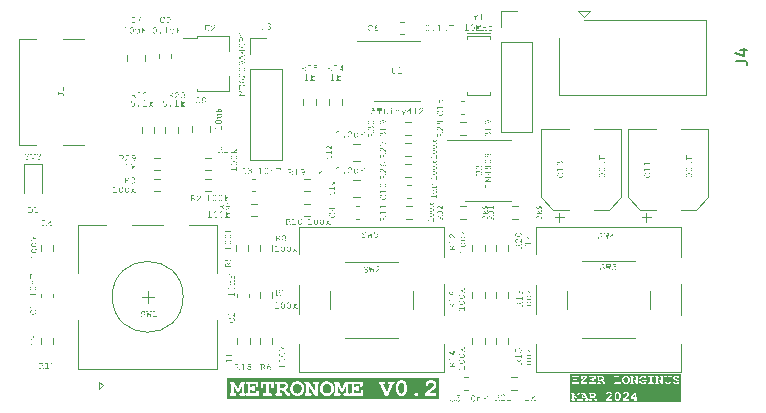
<source format=gbr>
%TF.GenerationSoftware,KiCad,Pcbnew,7.0.7*%
%TF.CreationDate,2024-03-19T14:26:38-04:00*%
%TF.ProjectId,metronome,6d657472-6f6e-46f6-9d65-2e6b69636164,rev?*%
%TF.SameCoordinates,Original*%
%TF.FileFunction,Legend,Top*%
%TF.FilePolarity,Positive*%
%FSLAX46Y46*%
G04 Gerber Fmt 4.6, Leading zero omitted, Abs format (unit mm)*
G04 Created by KiCad (PCBNEW 7.0.7) date 2024-03-19 14:26:38*
%MOMM*%
%LPD*%
G01*
G04 APERTURE LIST*
%ADD10C,0.375000*%
%ADD11C,0.168500*%
%ADD12C,0.150000*%
%ADD13C,0.075000*%
%ADD14C,0.125000*%
%ADD15C,0.100000*%
%ADD16C,0.120000*%
G04 APERTURE END LIST*
D10*
G36*
X131677403Y-85117220D02*
G01*
X131695573Y-85118585D01*
X131713490Y-85120861D01*
X131731156Y-85124047D01*
X131748570Y-85128142D01*
X131765731Y-85133148D01*
X131782641Y-85139065D01*
X131799300Y-85145891D01*
X131815706Y-85153628D01*
X131831860Y-85162274D01*
X131847763Y-85171831D01*
X131863413Y-85182298D01*
X131878812Y-85193676D01*
X131893959Y-85205963D01*
X131908854Y-85219161D01*
X131923497Y-85233269D01*
X131937605Y-85248071D01*
X131950803Y-85263351D01*
X131963090Y-85279109D01*
X131974467Y-85295345D01*
X131984935Y-85312059D01*
X131994492Y-85329251D01*
X132003138Y-85346920D01*
X132010875Y-85365068D01*
X132017701Y-85383694D01*
X132023618Y-85402798D01*
X132028624Y-85422380D01*
X132032719Y-85442440D01*
X132035905Y-85462978D01*
X132038181Y-85483994D01*
X132039546Y-85505488D01*
X132040001Y-85527459D01*
X132039546Y-85549474D01*
X132038181Y-85571005D01*
X132035905Y-85592053D01*
X132032719Y-85612616D01*
X132028624Y-85632696D01*
X132023618Y-85652292D01*
X132017701Y-85671405D01*
X132010875Y-85690034D01*
X132003138Y-85708179D01*
X131994492Y-85725840D01*
X131984935Y-85743018D01*
X131974467Y-85759711D01*
X131963090Y-85775922D01*
X131950803Y-85791648D01*
X131937605Y-85806891D01*
X131923497Y-85821650D01*
X131908854Y-85835669D01*
X131893959Y-85848784D01*
X131878812Y-85860994D01*
X131863413Y-85872300D01*
X131847763Y-85882701D01*
X131831860Y-85892198D01*
X131815706Y-85900790D01*
X131799300Y-85908478D01*
X131782641Y-85915262D01*
X131765731Y-85921141D01*
X131748570Y-85926115D01*
X131731156Y-85930185D01*
X131713490Y-85933351D01*
X131695573Y-85935612D01*
X131677403Y-85936969D01*
X131658982Y-85937421D01*
X131640648Y-85936966D01*
X131622557Y-85935601D01*
X131604710Y-85933325D01*
X131587106Y-85930140D01*
X131569745Y-85926044D01*
X131552628Y-85921038D01*
X131535753Y-85915121D01*
X131519122Y-85908295D01*
X131502735Y-85900558D01*
X131486590Y-85891912D01*
X131470689Y-85882355D01*
X131455032Y-85871888D01*
X131439617Y-85860510D01*
X131424446Y-85848223D01*
X131409518Y-85835025D01*
X131394833Y-85820917D01*
X131380770Y-85806118D01*
X131367614Y-85790847D01*
X131355365Y-85775103D01*
X131344023Y-85758887D01*
X131333589Y-85742199D01*
X131324062Y-85725038D01*
X131315443Y-85707406D01*
X131307730Y-85689301D01*
X131300925Y-85670724D01*
X131295028Y-85651674D01*
X131290037Y-85632152D01*
X131285955Y-85612158D01*
X131282779Y-85591692D01*
X131280511Y-85570753D01*
X131279150Y-85549342D01*
X131278696Y-85527459D01*
X131279150Y-85505619D01*
X131280511Y-85484246D01*
X131282779Y-85463338D01*
X131285955Y-85442898D01*
X131290037Y-85422924D01*
X131295028Y-85403416D01*
X131300925Y-85384376D01*
X131307730Y-85365801D01*
X131315443Y-85347693D01*
X131324062Y-85330052D01*
X131333589Y-85312877D01*
X131344023Y-85296169D01*
X131355365Y-85279927D01*
X131367614Y-85264152D01*
X131380770Y-85248844D01*
X131394833Y-85234002D01*
X131409518Y-85219805D01*
X131424446Y-85206524D01*
X131439617Y-85194159D01*
X131455032Y-85182711D01*
X131470689Y-85172178D01*
X131486590Y-85162561D01*
X131502735Y-85153859D01*
X131519122Y-85146074D01*
X131535753Y-85139205D01*
X131552628Y-85133251D01*
X131569745Y-85128214D01*
X131587106Y-85124092D01*
X131604710Y-85120887D01*
X131622557Y-85118597D01*
X131640648Y-85117223D01*
X131658982Y-85116765D01*
X131677403Y-85117220D01*
G37*
G36*
X134197989Y-85117220D02*
G01*
X134216159Y-85118585D01*
X134234076Y-85120861D01*
X134251742Y-85124047D01*
X134269156Y-85128142D01*
X134286318Y-85133148D01*
X134303228Y-85139065D01*
X134319886Y-85145891D01*
X134336292Y-85153628D01*
X134352446Y-85162274D01*
X134368349Y-85171831D01*
X134384000Y-85182298D01*
X134399398Y-85193676D01*
X134414545Y-85205963D01*
X134429440Y-85219161D01*
X134444083Y-85233269D01*
X134458191Y-85248071D01*
X134471389Y-85263351D01*
X134483676Y-85279109D01*
X134495054Y-85295345D01*
X134505521Y-85312059D01*
X134515078Y-85329251D01*
X134523725Y-85346920D01*
X134531461Y-85365068D01*
X134538288Y-85383694D01*
X134544204Y-85402798D01*
X134549210Y-85422380D01*
X134553306Y-85442440D01*
X134556491Y-85462978D01*
X134558767Y-85483994D01*
X134560132Y-85505488D01*
X134560587Y-85527459D01*
X134560132Y-85549474D01*
X134558767Y-85571005D01*
X134556491Y-85592053D01*
X134553306Y-85612616D01*
X134549210Y-85632696D01*
X134544204Y-85652292D01*
X134538288Y-85671405D01*
X134531461Y-85690034D01*
X134523725Y-85708179D01*
X134515078Y-85725840D01*
X134505521Y-85743018D01*
X134495054Y-85759711D01*
X134483676Y-85775922D01*
X134471389Y-85791648D01*
X134458191Y-85806891D01*
X134444083Y-85821650D01*
X134429440Y-85835669D01*
X134414545Y-85848784D01*
X134399398Y-85860994D01*
X134384000Y-85872300D01*
X134368349Y-85882701D01*
X134352446Y-85892198D01*
X134336292Y-85900790D01*
X134319886Y-85908478D01*
X134303228Y-85915262D01*
X134286318Y-85921141D01*
X134269156Y-85926115D01*
X134251742Y-85930185D01*
X134234076Y-85933351D01*
X134216159Y-85935612D01*
X134197989Y-85936969D01*
X134179568Y-85937421D01*
X134161234Y-85936966D01*
X134143144Y-85935601D01*
X134125296Y-85933325D01*
X134107692Y-85930140D01*
X134090331Y-85926044D01*
X134073214Y-85921038D01*
X134056340Y-85915121D01*
X134039709Y-85908295D01*
X134023321Y-85900558D01*
X134007177Y-85891912D01*
X133991276Y-85882355D01*
X133975618Y-85871888D01*
X133960203Y-85860510D01*
X133945032Y-85848223D01*
X133930104Y-85835025D01*
X133915420Y-85820917D01*
X133901356Y-85806118D01*
X133888200Y-85790847D01*
X133875951Y-85775103D01*
X133864609Y-85758887D01*
X133854175Y-85742199D01*
X133844648Y-85725038D01*
X133836029Y-85707406D01*
X133828316Y-85689301D01*
X133821512Y-85670724D01*
X133815614Y-85651674D01*
X133810624Y-85632152D01*
X133806541Y-85612158D01*
X133803365Y-85591692D01*
X133801097Y-85570753D01*
X133799736Y-85549342D01*
X133799282Y-85527459D01*
X133799736Y-85505619D01*
X133801097Y-85484246D01*
X133803365Y-85463338D01*
X133806541Y-85442898D01*
X133810624Y-85422924D01*
X133815614Y-85403416D01*
X133821512Y-85384376D01*
X133828316Y-85365801D01*
X133836029Y-85347693D01*
X133844648Y-85330052D01*
X133854175Y-85312877D01*
X133864609Y-85296169D01*
X133875951Y-85279927D01*
X133888200Y-85264152D01*
X133901356Y-85248844D01*
X133915420Y-85234002D01*
X133930104Y-85219805D01*
X133945032Y-85206524D01*
X133960203Y-85194159D01*
X133975618Y-85182711D01*
X133991276Y-85172178D01*
X134007177Y-85162561D01*
X134023321Y-85153859D01*
X134039709Y-85146074D01*
X134056340Y-85139205D01*
X134073214Y-85133251D01*
X134090331Y-85128214D01*
X134107692Y-85124092D01*
X134125296Y-85120887D01*
X134143144Y-85118597D01*
X134161234Y-85117223D01*
X134179568Y-85116765D01*
X134197989Y-85117220D01*
G37*
G36*
X140492126Y-85023236D02*
G01*
X140509764Y-85024604D01*
X140526623Y-85027143D01*
X140542703Y-85030855D01*
X140558003Y-85035738D01*
X140572524Y-85041794D01*
X140586266Y-85049022D01*
X140599229Y-85057422D01*
X140611412Y-85066994D01*
X140622816Y-85077738D01*
X140633441Y-85089654D01*
X140645065Y-85104880D01*
X140655938Y-85120423D01*
X140666062Y-85136284D01*
X140675436Y-85152463D01*
X140684060Y-85168959D01*
X140691934Y-85185773D01*
X140699058Y-85202905D01*
X140705432Y-85220355D01*
X140711056Y-85238122D01*
X140715930Y-85256207D01*
X140720055Y-85274609D01*
X140723429Y-85293330D01*
X140726054Y-85312368D01*
X140727929Y-85331724D01*
X140729054Y-85351397D01*
X140729429Y-85371388D01*
X140729429Y-85589009D01*
X140729071Y-85609317D01*
X140727998Y-85629211D01*
X140726209Y-85648690D01*
X140723704Y-85667754D01*
X140720484Y-85686403D01*
X140716549Y-85704637D01*
X140711898Y-85722455D01*
X140706531Y-85739859D01*
X140700449Y-85756848D01*
X140693651Y-85773421D01*
X140686138Y-85789580D01*
X140677909Y-85805324D01*
X140668964Y-85820652D01*
X140659304Y-85835566D01*
X140648929Y-85850065D01*
X140637838Y-85864148D01*
X140630102Y-85873021D01*
X140618001Y-85885257D01*
X140605300Y-85896205D01*
X140592000Y-85905865D01*
X140578102Y-85914237D01*
X140563604Y-85921321D01*
X140548508Y-85927117D01*
X140532812Y-85931625D01*
X140516518Y-85934845D01*
X140499625Y-85936777D01*
X140482133Y-85937421D01*
X140469811Y-85937161D01*
X140452004Y-85935793D01*
X140435009Y-85933254D01*
X140418825Y-85929542D01*
X140403453Y-85924658D01*
X140388892Y-85918603D01*
X140375143Y-85911375D01*
X140362205Y-85902975D01*
X140350079Y-85893403D01*
X140338763Y-85882659D01*
X140328260Y-85870743D01*
X140316548Y-85855603D01*
X140305591Y-85840134D01*
X140295390Y-85824336D01*
X140285945Y-85808209D01*
X140277255Y-85791753D01*
X140269321Y-85774967D01*
X140262142Y-85757852D01*
X140255720Y-85740409D01*
X140250052Y-85722636D01*
X140245141Y-85704534D01*
X140240985Y-85686102D01*
X140237585Y-85667342D01*
X140234940Y-85648252D01*
X140233051Y-85628834D01*
X140231917Y-85609086D01*
X140231540Y-85589009D01*
X140231540Y-85371388D01*
X140231897Y-85351079D01*
X140232971Y-85331185D01*
X140234760Y-85311707D01*
X140237264Y-85292643D01*
X140240484Y-85273994D01*
X140244420Y-85255760D01*
X140249071Y-85237941D01*
X140254437Y-85220538D01*
X140260520Y-85203549D01*
X140267317Y-85186975D01*
X140274831Y-85170817D01*
X140283060Y-85155073D01*
X140292004Y-85139744D01*
X140301664Y-85124831D01*
X140312040Y-85110332D01*
X140323131Y-85096249D01*
X140330870Y-85087376D01*
X140342995Y-85075140D01*
X140355737Y-85064192D01*
X140369098Y-85054532D01*
X140383077Y-85046160D01*
X140397674Y-85039076D01*
X140412890Y-85033280D01*
X140428724Y-85028772D01*
X140445176Y-85025552D01*
X140462246Y-85023620D01*
X140479935Y-85022976D01*
X140492126Y-85023236D01*
G37*
G36*
X127281308Y-85072617D02*
G01*
X127287804Y-85086763D01*
X127296593Y-85099648D01*
X127307674Y-85111270D01*
X127318928Y-85119608D01*
X127332310Y-85126532D01*
X127347822Y-85132044D01*
X127365462Y-85136142D01*
X127381107Y-85138403D01*
X127398114Y-85139760D01*
X127416484Y-85140212D01*
X127449457Y-85140212D01*
X127449457Y-85913974D01*
X127416484Y-85913974D01*
X127402706Y-85914231D01*
X127385499Y-85915376D01*
X127369619Y-85917437D01*
X127351637Y-85921301D01*
X127335731Y-85926596D01*
X127321899Y-85933322D01*
X127308040Y-85943283D01*
X127304047Y-85946972D01*
X127293614Y-85958899D01*
X127287772Y-85968412D01*
X127287386Y-85967566D01*
X127278696Y-85954780D01*
X127267740Y-85943283D01*
X127261454Y-85938045D01*
X127247029Y-85929115D01*
X127233118Y-85923247D01*
X127217491Y-85918811D01*
X127200146Y-85915806D01*
X127185033Y-85914432D01*
X127168822Y-85913974D01*
X127168822Y-85140212D01*
X127178831Y-85139958D01*
X127194513Y-85138403D01*
X127211678Y-85134673D01*
X127227039Y-85128907D01*
X127240597Y-85121106D01*
X127252353Y-85111270D01*
X127255857Y-85107536D01*
X127265015Y-85095493D01*
X127272138Y-85082188D01*
X127277225Y-85067621D01*
X127278351Y-85061778D01*
X127281308Y-85072617D01*
G37*
G36*
X130437247Y-85140400D02*
G01*
X130459050Y-85141384D01*
X130479816Y-85143212D01*
X130499545Y-85145883D01*
X130518237Y-85149399D01*
X130535892Y-85153757D01*
X130552510Y-85158960D01*
X130568092Y-85165006D01*
X130582637Y-85171896D01*
X130596145Y-85179629D01*
X130608616Y-85188206D01*
X130612560Y-85191214D01*
X130627086Y-85203401D01*
X130639608Y-85215840D01*
X130650127Y-85228531D01*
X130658642Y-85241474D01*
X130666468Y-85258007D01*
X130671164Y-85274933D01*
X130672729Y-85292254D01*
X130672598Y-85296975D01*
X130670063Y-85313567D01*
X130665323Y-85327872D01*
X130658214Y-85342255D01*
X130648734Y-85356715D01*
X130639024Y-85368824D01*
X130627058Y-85380764D01*
X130615257Y-85390201D01*
X130601476Y-85399535D01*
X130585713Y-85408766D01*
X130572592Y-85415621D01*
X130558356Y-85422418D01*
X130543006Y-85429158D01*
X130526543Y-85435839D01*
X130508965Y-85442463D01*
X130504434Y-85444063D01*
X130485927Y-85449957D01*
X130471641Y-85453843D01*
X130457007Y-85457272D01*
X130442026Y-85460244D01*
X130426697Y-85462759D01*
X130411019Y-85464817D01*
X130394995Y-85466417D01*
X130378622Y-85467560D01*
X130361902Y-85468246D01*
X130344833Y-85468475D01*
X130179969Y-85468475D01*
X130179969Y-85140212D01*
X130422136Y-85140212D01*
X130437247Y-85140400D01*
G37*
G36*
X136103360Y-85072617D02*
G01*
X136109856Y-85086763D01*
X136118644Y-85099648D01*
X136129725Y-85111270D01*
X136140979Y-85119608D01*
X136154362Y-85126532D01*
X136169873Y-85132044D01*
X136187513Y-85136142D01*
X136203158Y-85138403D01*
X136220166Y-85139760D01*
X136238535Y-85140212D01*
X136271508Y-85140212D01*
X136271508Y-85913974D01*
X136238535Y-85913974D01*
X136224758Y-85914231D01*
X136207550Y-85915376D01*
X136191671Y-85917437D01*
X136173689Y-85921301D01*
X136157782Y-85926596D01*
X136143950Y-85933322D01*
X136130092Y-85943283D01*
X136126099Y-85946972D01*
X136115666Y-85958899D01*
X136109824Y-85968412D01*
X136109438Y-85967566D01*
X136100748Y-85954780D01*
X136089792Y-85943283D01*
X136083506Y-85938045D01*
X136069081Y-85929115D01*
X136055170Y-85923247D01*
X136039542Y-85918811D01*
X136022197Y-85915806D01*
X136007085Y-85914432D01*
X135990873Y-85913974D01*
X135990873Y-85140212D01*
X136000883Y-85139958D01*
X136016564Y-85138403D01*
X136033729Y-85134673D01*
X136049091Y-85128907D01*
X136062649Y-85121106D01*
X136074404Y-85111270D01*
X136077909Y-85107536D01*
X136087067Y-85095493D01*
X136094189Y-85082188D01*
X136099277Y-85067621D01*
X136100403Y-85061778D01*
X136103360Y-85072617D01*
G37*
G36*
X143657741Y-86362733D02*
G01*
X125730513Y-86362733D01*
X125730513Y-86019487D01*
X125944799Y-86019487D01*
X125944926Y-86025324D01*
X125946836Y-86041995D01*
X125951040Y-86057404D01*
X125957535Y-86071550D01*
X125966324Y-86084435D01*
X125977405Y-86096057D01*
X125988553Y-86104395D01*
X126001848Y-86111320D01*
X126017290Y-86116831D01*
X126034878Y-86120929D01*
X126050495Y-86123191D01*
X126067485Y-86124547D01*
X126085849Y-86125000D01*
X126363187Y-86125000D01*
X126377088Y-86124745D01*
X126394422Y-86123615D01*
X126410382Y-86121580D01*
X126428399Y-86117764D01*
X126444270Y-86112535D01*
X126457995Y-86105893D01*
X126471630Y-86096057D01*
X126475579Y-86092323D01*
X126485896Y-86080280D01*
X126493920Y-86066975D01*
X126499651Y-86052408D01*
X126503090Y-86036578D01*
X126504237Y-86019487D01*
X126504109Y-86013651D01*
X126502199Y-85997001D01*
X126497996Y-85981639D01*
X126491500Y-85967566D01*
X126482711Y-85954780D01*
X126471630Y-85943283D01*
X126460482Y-85934839D01*
X126447187Y-85927827D01*
X126431745Y-85922245D01*
X126414157Y-85918095D01*
X126398541Y-85915806D01*
X126381551Y-85914432D01*
X126363187Y-85913974D01*
X126286983Y-85913974D01*
X126286983Y-85320464D01*
X126532080Y-85841434D01*
X126715629Y-85841434D01*
X126957796Y-85320464D01*
X126957796Y-85913974D01*
X126880493Y-85913974D01*
X126866784Y-85914231D01*
X126849668Y-85915376D01*
X126833880Y-85917437D01*
X126816013Y-85921301D01*
X126800220Y-85926596D01*
X126786503Y-85933322D01*
X126772782Y-85943283D01*
X126768833Y-85946972D01*
X126758516Y-85958899D01*
X126750492Y-85972114D01*
X126744761Y-85986617D01*
X126741322Y-86002408D01*
X126740175Y-86019487D01*
X126740303Y-86025324D01*
X126742213Y-86041995D01*
X126746416Y-86057404D01*
X126752912Y-86071550D01*
X126761701Y-86084435D01*
X126772782Y-86096057D01*
X126784009Y-86104395D01*
X126797311Y-86111320D01*
X126812688Y-86116831D01*
X126830141Y-86120929D01*
X126845597Y-86123191D01*
X126862381Y-86124547D01*
X126880493Y-86125000D01*
X127158563Y-86125000D01*
X127172468Y-86124745D01*
X127189816Y-86123615D01*
X127205802Y-86121580D01*
X127223868Y-86117764D01*
X127239805Y-86112535D01*
X127253613Y-86105893D01*
X127267374Y-86096057D01*
X127271322Y-86092323D01*
X127281639Y-86080280D01*
X127287414Y-86070702D01*
X127287804Y-86071550D01*
X127296593Y-86084435D01*
X127307674Y-86096057D01*
X127318928Y-86104395D01*
X127332310Y-86111320D01*
X127347822Y-86116831D01*
X127365462Y-86120929D01*
X127381107Y-86123191D01*
X127398114Y-86124547D01*
X127416484Y-86125000D01*
X128410796Y-86125000D01*
X128410796Y-85796737D01*
X128410536Y-85782901D01*
X128409376Y-85765644D01*
X128407290Y-85749751D01*
X128403378Y-85731799D01*
X128398016Y-85715976D01*
X128391206Y-85702282D01*
X128381121Y-85688660D01*
X128377391Y-85684711D01*
X128365413Y-85674394D01*
X128352250Y-85666370D01*
X128337901Y-85660639D01*
X128322368Y-85657200D01*
X128305650Y-85656053D01*
X128299811Y-85656181D01*
X128283118Y-85658091D01*
X128267662Y-85662294D01*
X128253443Y-85668790D01*
X128240460Y-85677579D01*
X128228713Y-85688660D01*
X128220270Y-85699799D01*
X128213257Y-85713067D01*
X128207676Y-85728464D01*
X128203526Y-85745990D01*
X128201236Y-85761543D01*
X128199862Y-85778459D01*
X128199404Y-85796737D01*
X128199404Y-85913974D01*
X127660482Y-85913974D01*
X127660482Y-85609159D01*
X127846229Y-85609159D01*
X127846470Y-85627259D01*
X127847191Y-85643643D01*
X127848769Y-85661707D01*
X127851098Y-85677088D01*
X127854884Y-85692003D01*
X127861616Y-85705879D01*
X127865705Y-85711203D01*
X127876841Y-85723009D01*
X127889283Y-85732669D01*
X127903030Y-85740182D01*
X127918084Y-85745549D01*
X127934443Y-85748769D01*
X127952108Y-85749842D01*
X127958981Y-85749672D01*
X127975385Y-85747756D01*
X127990680Y-85743712D01*
X128004866Y-85737538D01*
X128017942Y-85729236D01*
X128029910Y-85718805D01*
X128040769Y-85706245D01*
X128042765Y-85703376D01*
X128048738Y-85689974D01*
X128052602Y-85674330D01*
X128054937Y-85658360D01*
X128056225Y-85643666D01*
X128056997Y-85627265D01*
X128057255Y-85609159D01*
X128057255Y-85398133D01*
X128056997Y-85384296D01*
X128055852Y-85367040D01*
X128053792Y-85351146D01*
X128049928Y-85333195D01*
X128044633Y-85317372D01*
X128037906Y-85303678D01*
X128027946Y-85290055D01*
X128024215Y-85286107D01*
X128012215Y-85275790D01*
X127999004Y-85267766D01*
X127984583Y-85262034D01*
X127968951Y-85258595D01*
X127952108Y-85257449D01*
X127944886Y-85257621D01*
X127927743Y-85259553D01*
X127911906Y-85263631D01*
X127897374Y-85269857D01*
X127884149Y-85278229D01*
X127872230Y-85288747D01*
X127861616Y-85301413D01*
X127860670Y-85302771D01*
X127854178Y-85317506D01*
X127850572Y-85333065D01*
X127848393Y-85348983D01*
X127847191Y-85363649D01*
X127846470Y-85380032D01*
X127846229Y-85398133D01*
X127660482Y-85398133D01*
X127660482Y-85140212D01*
X128153242Y-85140212D01*
X128153242Y-85257449D01*
X128153500Y-85271288D01*
X128154645Y-85288559D01*
X128156706Y-85304479D01*
X128160570Y-85322479D01*
X128165865Y-85338367D01*
X128172591Y-85352145D01*
X128182551Y-85365893D01*
X128186285Y-85369797D01*
X128198328Y-85379998D01*
X128211633Y-85387932D01*
X128226200Y-85393599D01*
X128242030Y-85396999D01*
X128259122Y-85398133D01*
X128265001Y-85398007D01*
X128281745Y-85396118D01*
X128297149Y-85391962D01*
X128311214Y-85385539D01*
X128323939Y-85376849D01*
X128335325Y-85365893D01*
X128343663Y-85354648D01*
X128350588Y-85341292D01*
X128356100Y-85325825D01*
X128360198Y-85308248D01*
X128362459Y-85292666D01*
X128363816Y-85275733D01*
X128364268Y-85257449D01*
X128364268Y-84930286D01*
X127416484Y-84929187D01*
X128589216Y-84929187D01*
X128589216Y-85351238D01*
X128589473Y-85365078D01*
X128590618Y-85382348D01*
X128592679Y-85398268D01*
X128596543Y-85416268D01*
X128601838Y-85432157D01*
X128608564Y-85445935D01*
X128618525Y-85459682D01*
X128622256Y-85463586D01*
X128634256Y-85473787D01*
X128647466Y-85481721D01*
X128661888Y-85487388D01*
X128677520Y-85490789D01*
X128694362Y-85491922D01*
X128700200Y-85491796D01*
X128716871Y-85489907D01*
X128732280Y-85485751D01*
X128746426Y-85479328D01*
X128759310Y-85470639D01*
X128770933Y-85459682D01*
X128779376Y-85448437D01*
X128786389Y-85435081D01*
X128791970Y-85419614D01*
X128796120Y-85402037D01*
X128798410Y-85386455D01*
X128799784Y-85369522D01*
X128800242Y-85351238D01*
X128800242Y-85140212D01*
X129029219Y-85140212D01*
X129029219Y-85913974D01*
X128887803Y-85913974D01*
X128873898Y-85914231D01*
X128856550Y-85915376D01*
X128840564Y-85917437D01*
X128822498Y-85921301D01*
X128806561Y-85926596D01*
X128792753Y-85933322D01*
X128778993Y-85943283D01*
X128775088Y-85946972D01*
X128764887Y-85958899D01*
X128756953Y-85972114D01*
X128751286Y-85986617D01*
X128747886Y-86002408D01*
X128746752Y-86019487D01*
X128746878Y-86025324D01*
X128748767Y-86041995D01*
X128752923Y-86057404D01*
X128759346Y-86071550D01*
X128768036Y-86084435D01*
X128778993Y-86096057D01*
X128790246Y-86104395D01*
X128803629Y-86111320D01*
X128819141Y-86116831D01*
X128836781Y-86120929D01*
X128852426Y-86123191D01*
X128869433Y-86124547D01*
X128887803Y-86125000D01*
X129382394Y-86125000D01*
X129396300Y-86124745D01*
X129413647Y-86123615D01*
X129429633Y-86121580D01*
X129447699Y-86117764D01*
X129463636Y-86112535D01*
X129477445Y-86105893D01*
X129491205Y-86096057D01*
X129495153Y-86092323D01*
X129505470Y-86080280D01*
X129513494Y-86066975D01*
X129519226Y-86052408D01*
X129522665Y-86036578D01*
X129523811Y-86019487D01*
X129794921Y-86019487D01*
X129795047Y-86025324D01*
X129796936Y-86041995D01*
X129801092Y-86057404D01*
X129807514Y-86071550D01*
X129816204Y-86084435D01*
X129827161Y-86096057D01*
X129838415Y-86104395D01*
X129851797Y-86111320D01*
X129867309Y-86116831D01*
X129884949Y-86120929D01*
X129900594Y-86123191D01*
X129917601Y-86124547D01*
X129935971Y-86125000D01*
X130256540Y-86125000D01*
X130270441Y-86124745D01*
X130287775Y-86123615D01*
X130303735Y-86121580D01*
X130321752Y-86117764D01*
X130337623Y-86112535D01*
X130351348Y-86105893D01*
X130364983Y-86096057D01*
X130368932Y-86092323D01*
X130379249Y-86080280D01*
X130387273Y-86066975D01*
X130393005Y-86052408D01*
X130396444Y-86036578D01*
X130397590Y-86019487D01*
X130397463Y-86013651D01*
X130395552Y-85997001D01*
X130391349Y-85981639D01*
X130384853Y-85967566D01*
X130376065Y-85954780D01*
X130364983Y-85943283D01*
X130353835Y-85934839D01*
X130340540Y-85927827D01*
X130325098Y-85922245D01*
X130307510Y-85918095D01*
X130291894Y-85915806D01*
X130274904Y-85914432D01*
X130256540Y-85913974D01*
X130179969Y-85913974D01*
X130179969Y-85679501D01*
X130389163Y-85679501D01*
X130399805Y-85684483D01*
X130421604Y-85696178D01*
X130444090Y-85710180D01*
X130467262Y-85726489D01*
X130479106Y-85735508D01*
X130491122Y-85745105D01*
X130503309Y-85755278D01*
X130515668Y-85766028D01*
X130528199Y-85777354D01*
X130540901Y-85789257D01*
X130553776Y-85801737D01*
X130566822Y-85814794D01*
X130580039Y-85828428D01*
X130593429Y-85842638D01*
X130606990Y-85857425D01*
X130620723Y-85872788D01*
X130634628Y-85888729D01*
X130648704Y-85905246D01*
X130662952Y-85922340D01*
X130677372Y-85940011D01*
X130691964Y-85958258D01*
X130706727Y-85977082D01*
X130721662Y-85996483D01*
X130736769Y-86016461D01*
X130752047Y-86037015D01*
X130767498Y-86058146D01*
X130783120Y-86079854D01*
X130798913Y-86102138D01*
X130814879Y-86125000D01*
X130935413Y-86125000D01*
X130949311Y-86124745D01*
X130966631Y-86123615D01*
X130982564Y-86121580D01*
X131000534Y-86117764D01*
X131016339Y-86112535D01*
X131029979Y-86105893D01*
X131043490Y-86096057D01*
X131047394Y-86092323D01*
X131057595Y-86080280D01*
X131065529Y-86066975D01*
X131071196Y-86052408D01*
X131074597Y-86036578D01*
X131075730Y-86019487D01*
X131074094Y-86002073D01*
X131069187Y-85985277D01*
X131062599Y-85971753D01*
X131053738Y-85958659D01*
X131042606Y-85945993D01*
X131029202Y-85933757D01*
X131021932Y-85929121D01*
X131007807Y-85923325D01*
X130993084Y-85919557D01*
X130975678Y-85916756D01*
X130959822Y-85915210D01*
X130942248Y-85914283D01*
X130922956Y-85913974D01*
X130913056Y-85900102D01*
X130903413Y-85886697D01*
X130894028Y-85873758D01*
X130884900Y-85861286D01*
X130876030Y-85849280D01*
X130863208Y-85832147D01*
X130850966Y-85816063D01*
X130839303Y-85801029D01*
X130828220Y-85787044D01*
X130817716Y-85774109D01*
X130807792Y-85762224D01*
X130795461Y-85748011D01*
X130785972Y-85737732D01*
X130771871Y-85722755D01*
X130757932Y-85708306D01*
X130744154Y-85694385D01*
X130730536Y-85680992D01*
X130717080Y-85668127D01*
X130703785Y-85655790D01*
X130690650Y-85643981D01*
X130677677Y-85632700D01*
X130664864Y-85621948D01*
X130652213Y-85611723D01*
X130659414Y-85607905D01*
X130673474Y-85600166D01*
X130687075Y-85592289D01*
X130700218Y-85584274D01*
X130712904Y-85576123D01*
X130725131Y-85567834D01*
X130742613Y-85555143D01*
X130759065Y-85542143D01*
X130774487Y-85528833D01*
X130775939Y-85527459D01*
X131067304Y-85527459D01*
X131067509Y-85545535D01*
X131068125Y-85563399D01*
X131069152Y-85581052D01*
X131070590Y-85598494D01*
X131072438Y-85615725D01*
X131074697Y-85632745D01*
X131077367Y-85649553D01*
X131080447Y-85666151D01*
X131083938Y-85682538D01*
X131087840Y-85698713D01*
X131092153Y-85714678D01*
X131096876Y-85730431D01*
X131102010Y-85745973D01*
X131107555Y-85761304D01*
X131113511Y-85776424D01*
X131119877Y-85791333D01*
X131126654Y-85806031D01*
X131133842Y-85820518D01*
X131141440Y-85834794D01*
X131149449Y-85848858D01*
X131157869Y-85862712D01*
X131166700Y-85876354D01*
X131175941Y-85889785D01*
X131185594Y-85903006D01*
X131195656Y-85916015D01*
X131206130Y-85928813D01*
X131217014Y-85941400D01*
X131228309Y-85953776D01*
X131240015Y-85965941D01*
X131252132Y-85977894D01*
X131264659Y-85989637D01*
X131277597Y-86001168D01*
X131299008Y-86019003D01*
X131320742Y-86035687D01*
X131342800Y-86051220D01*
X131365181Y-86065603D01*
X131387885Y-86078835D01*
X131410913Y-86090916D01*
X131434265Y-86101847D01*
X131457940Y-86111627D01*
X131481938Y-86120257D01*
X131506260Y-86127736D01*
X131530905Y-86134064D01*
X131555873Y-86139242D01*
X131581165Y-86143269D01*
X131606781Y-86146146D01*
X131632720Y-86147872D01*
X131658982Y-86148447D01*
X131688118Y-86147756D01*
X131716816Y-86145682D01*
X131745076Y-86142226D01*
X131772898Y-86137387D01*
X131800283Y-86131166D01*
X131827229Y-86123563D01*
X131853738Y-86114577D01*
X131879808Y-86104208D01*
X131905441Y-86092457D01*
X131930635Y-86079324D01*
X131955392Y-86064808D01*
X131979711Y-86048910D01*
X131991706Y-86040443D01*
X132003592Y-86031630D01*
X132015368Y-86022471D01*
X132027035Y-86012966D01*
X132038592Y-86003116D01*
X132050040Y-85992921D01*
X132061378Y-85982380D01*
X132072607Y-85971493D01*
X132083607Y-85960323D01*
X132094257Y-85948979D01*
X132104558Y-85937460D01*
X132114510Y-85925766D01*
X132124113Y-85913898D01*
X132133367Y-85901855D01*
X132142271Y-85889638D01*
X132150826Y-85877246D01*
X132159032Y-85864679D01*
X132166889Y-85851938D01*
X132174396Y-85839022D01*
X132181555Y-85825932D01*
X132188364Y-85812667D01*
X132194824Y-85799227D01*
X132200935Y-85785613D01*
X132206697Y-85771824D01*
X132212109Y-85757861D01*
X132217172Y-85743723D01*
X132221886Y-85729411D01*
X132226251Y-85714923D01*
X132230267Y-85700262D01*
X132233934Y-85685425D01*
X132237251Y-85670414D01*
X132240219Y-85655229D01*
X132242838Y-85639869D01*
X132245108Y-85624334D01*
X132247028Y-85608625D01*
X132248600Y-85592741D01*
X132249822Y-85576682D01*
X132250695Y-85560449D01*
X132251218Y-85544042D01*
X132251393Y-85527459D01*
X132251218Y-85510832D01*
X132250695Y-85494382D01*
X132249822Y-85478109D01*
X132248600Y-85462012D01*
X132247028Y-85446092D01*
X132245108Y-85430349D01*
X132242838Y-85414782D01*
X132240219Y-85399392D01*
X132237251Y-85384179D01*
X132233934Y-85369143D01*
X132230267Y-85354283D01*
X132226251Y-85339600D01*
X132221886Y-85325094D01*
X132217172Y-85310765D01*
X132212109Y-85296612D01*
X132206697Y-85282636D01*
X132200935Y-85268837D01*
X132194824Y-85255215D01*
X132188364Y-85241769D01*
X132181555Y-85228500D01*
X132174396Y-85215408D01*
X132166889Y-85202493D01*
X132159032Y-85189754D01*
X132150826Y-85177192D01*
X132142271Y-85164807D01*
X132133367Y-85152599D01*
X132124113Y-85140567D01*
X132114510Y-85128712D01*
X132104558Y-85117034D01*
X132094257Y-85105532D01*
X132083607Y-85094208D01*
X132072607Y-85083060D01*
X132061378Y-85072150D01*
X132050040Y-85061587D01*
X132038592Y-85051370D01*
X132027035Y-85041500D01*
X132018704Y-85034699D01*
X132268979Y-85034699D01*
X132269105Y-85040537D01*
X132270994Y-85057208D01*
X132275150Y-85072617D01*
X132281572Y-85086763D01*
X132290262Y-85099648D01*
X132301219Y-85111270D01*
X132312473Y-85119608D01*
X132325855Y-85126532D01*
X132341367Y-85132044D01*
X132359007Y-85136142D01*
X132374652Y-85138403D01*
X132391659Y-85139760D01*
X132410029Y-85140212D01*
X132443002Y-85140212D01*
X132443002Y-85913974D01*
X132438868Y-85914002D01*
X132423005Y-85914689D01*
X132404691Y-85916836D01*
X132388058Y-85920414D01*
X132373106Y-85925423D01*
X132357384Y-85933322D01*
X132344083Y-85943283D01*
X132340224Y-85946972D01*
X132330139Y-85958899D01*
X132322295Y-85972114D01*
X132316692Y-85986617D01*
X132313330Y-86002408D01*
X132312210Y-86019487D01*
X132312335Y-86025324D01*
X132314225Y-86041995D01*
X132318380Y-86057404D01*
X132324803Y-86071550D01*
X132333493Y-86084435D01*
X132344450Y-86096057D01*
X132355703Y-86104395D01*
X132369086Y-86111320D01*
X132384598Y-86116831D01*
X132402238Y-86120929D01*
X132417883Y-86123191D01*
X132434890Y-86124547D01*
X132453260Y-86125000D01*
X132730598Y-86125000D01*
X132744499Y-86124745D01*
X132761833Y-86123615D01*
X132777793Y-86121580D01*
X132795810Y-86117764D01*
X132811681Y-86112535D01*
X132825406Y-86105893D01*
X132839041Y-86096057D01*
X132842990Y-86092323D01*
X132853307Y-86080280D01*
X132861331Y-86066975D01*
X132867063Y-86052408D01*
X132870501Y-86036578D01*
X132871648Y-86019487D01*
X132871520Y-86013651D01*
X132869610Y-85997001D01*
X132865407Y-85981639D01*
X132858911Y-85967566D01*
X132850122Y-85954780D01*
X132839041Y-85943283D01*
X132827893Y-85934839D01*
X132814598Y-85927827D01*
X132799156Y-85922245D01*
X132781568Y-85918095D01*
X132765952Y-85915806D01*
X132748962Y-85914432D01*
X132730598Y-85913974D01*
X132654394Y-85913974D01*
X132654394Y-85310938D01*
X133197346Y-86125000D01*
X133406540Y-86125000D01*
X133406540Y-85527459D01*
X133587890Y-85527459D01*
X133588095Y-85545535D01*
X133588711Y-85563399D01*
X133589738Y-85581052D01*
X133591176Y-85598494D01*
X133593024Y-85615725D01*
X133595283Y-85632745D01*
X133597953Y-85649553D01*
X133601033Y-85666151D01*
X133604524Y-85682538D01*
X133608426Y-85698713D01*
X133612739Y-85714678D01*
X133617462Y-85730431D01*
X133622597Y-85745973D01*
X133628141Y-85761304D01*
X133634097Y-85776424D01*
X133640463Y-85791333D01*
X133647240Y-85806031D01*
X133654428Y-85820518D01*
X133662026Y-85834794D01*
X133670036Y-85848858D01*
X133678456Y-85862712D01*
X133687286Y-85876354D01*
X133696528Y-85889785D01*
X133706180Y-85903006D01*
X133716243Y-85916015D01*
X133726716Y-85928813D01*
X133737601Y-85941400D01*
X133748896Y-85953776D01*
X133760601Y-85965941D01*
X133772718Y-85977894D01*
X133785245Y-85989637D01*
X133798183Y-86001168D01*
X133819594Y-86019003D01*
X133841328Y-86035687D01*
X133863386Y-86051220D01*
X133885767Y-86065603D01*
X133908472Y-86078835D01*
X133931500Y-86090916D01*
X133954851Y-86101847D01*
X133978526Y-86111627D01*
X134002524Y-86120257D01*
X134026846Y-86127736D01*
X134051491Y-86134064D01*
X134076460Y-86139242D01*
X134101752Y-86143269D01*
X134127367Y-86146146D01*
X134153306Y-86147872D01*
X134179568Y-86148447D01*
X134208704Y-86147756D01*
X134237402Y-86145682D01*
X134265662Y-86142226D01*
X134293485Y-86137387D01*
X134320869Y-86131166D01*
X134347815Y-86123563D01*
X134374324Y-86114577D01*
X134400394Y-86104208D01*
X134426027Y-86092457D01*
X134451222Y-86079324D01*
X134475978Y-86064808D01*
X134500297Y-86048910D01*
X134512292Y-86040443D01*
X134524178Y-86031630D01*
X134535954Y-86022471D01*
X134539617Y-86019487D01*
X134766850Y-86019487D01*
X134766978Y-86025324D01*
X134768888Y-86041995D01*
X134773091Y-86057404D01*
X134779587Y-86071550D01*
X134788375Y-86084435D01*
X134799457Y-86096057D01*
X134810605Y-86104395D01*
X134823900Y-86111320D01*
X134839342Y-86116831D01*
X134856930Y-86120929D01*
X134872546Y-86123191D01*
X134889536Y-86124547D01*
X134907900Y-86125000D01*
X135185238Y-86125000D01*
X135199140Y-86124745D01*
X135216474Y-86123615D01*
X135232433Y-86121580D01*
X135250451Y-86117764D01*
X135266322Y-86112535D01*
X135280046Y-86105893D01*
X135293682Y-86096057D01*
X135297630Y-86092323D01*
X135307947Y-86080280D01*
X135315972Y-86066975D01*
X135321703Y-86052408D01*
X135325142Y-86036578D01*
X135326288Y-86019487D01*
X135326161Y-86013651D01*
X135324251Y-85997001D01*
X135320047Y-85981639D01*
X135313552Y-85967566D01*
X135304763Y-85954780D01*
X135293682Y-85943283D01*
X135282534Y-85934839D01*
X135269239Y-85927827D01*
X135253797Y-85922245D01*
X135236209Y-85918095D01*
X135220592Y-85915806D01*
X135203602Y-85914432D01*
X135185238Y-85913974D01*
X135109034Y-85913974D01*
X135109034Y-85320464D01*
X135354132Y-85841434D01*
X135537681Y-85841434D01*
X135779847Y-85320464D01*
X135779847Y-85913974D01*
X135702545Y-85913974D01*
X135688836Y-85914231D01*
X135671720Y-85915376D01*
X135655932Y-85917437D01*
X135638064Y-85921301D01*
X135622272Y-85926596D01*
X135608555Y-85933322D01*
X135594833Y-85943283D01*
X135590885Y-85946972D01*
X135580568Y-85958899D01*
X135572544Y-85972114D01*
X135566812Y-85986617D01*
X135563373Y-86002408D01*
X135562227Y-86019487D01*
X135562354Y-86025324D01*
X135564265Y-86041995D01*
X135568468Y-86057404D01*
X135574964Y-86071550D01*
X135583752Y-86084435D01*
X135594833Y-86096057D01*
X135606060Y-86104395D01*
X135619363Y-86111320D01*
X135634740Y-86116831D01*
X135652192Y-86120929D01*
X135667648Y-86123191D01*
X135684432Y-86124547D01*
X135702545Y-86125000D01*
X135980615Y-86125000D01*
X135994520Y-86124745D01*
X136011868Y-86123615D01*
X136027853Y-86121580D01*
X136045919Y-86117764D01*
X136061857Y-86112535D01*
X136075665Y-86105893D01*
X136089425Y-86096057D01*
X136093374Y-86092323D01*
X136103690Y-86080280D01*
X136109466Y-86070702D01*
X136109856Y-86071550D01*
X136118644Y-86084435D01*
X136129725Y-86096057D01*
X136140979Y-86104395D01*
X136154362Y-86111320D01*
X136169873Y-86116831D01*
X136187513Y-86120929D01*
X136203158Y-86123191D01*
X136220166Y-86124547D01*
X136238535Y-86125000D01*
X137232848Y-86125000D01*
X137232848Y-85796737D01*
X137232587Y-85782901D01*
X137231428Y-85765644D01*
X137229341Y-85749751D01*
X137225429Y-85731799D01*
X137220068Y-85715976D01*
X137213258Y-85702282D01*
X137203173Y-85688660D01*
X137199443Y-85684711D01*
X137187465Y-85674394D01*
X137174301Y-85666370D01*
X137159953Y-85660639D01*
X137144420Y-85657200D01*
X137127702Y-85656053D01*
X137121863Y-85656181D01*
X137105170Y-85658091D01*
X137089714Y-85662294D01*
X137075495Y-85668790D01*
X137062512Y-85677579D01*
X137050765Y-85688660D01*
X137042321Y-85699799D01*
X137035309Y-85713067D01*
X137029728Y-85728464D01*
X137025577Y-85745990D01*
X137023288Y-85761543D01*
X137021914Y-85778459D01*
X137021456Y-85796737D01*
X137021456Y-85913974D01*
X136482534Y-85913974D01*
X136482534Y-85609159D01*
X136668281Y-85609159D01*
X136668521Y-85627259D01*
X136669242Y-85643643D01*
X136670820Y-85661707D01*
X136673149Y-85677088D01*
X136676936Y-85692003D01*
X136683668Y-85705879D01*
X136687757Y-85711203D01*
X136698893Y-85723009D01*
X136711334Y-85732669D01*
X136725082Y-85740182D01*
X136740135Y-85745549D01*
X136756495Y-85748769D01*
X136774160Y-85749842D01*
X136781032Y-85749672D01*
X136797436Y-85747756D01*
X136812731Y-85743712D01*
X136826917Y-85737538D01*
X136839994Y-85729236D01*
X136851962Y-85718805D01*
X136862820Y-85706245D01*
X136864817Y-85703376D01*
X136870790Y-85689974D01*
X136874654Y-85674330D01*
X136876988Y-85658360D01*
X136878276Y-85643666D01*
X136879049Y-85627265D01*
X136879307Y-85609159D01*
X136879307Y-85398133D01*
X136879049Y-85384296D01*
X136877904Y-85367040D01*
X136875843Y-85351146D01*
X136871979Y-85333195D01*
X136866684Y-85317372D01*
X136859958Y-85303678D01*
X136849997Y-85290055D01*
X136846267Y-85286107D01*
X136834267Y-85275790D01*
X136821056Y-85267766D01*
X136806635Y-85262034D01*
X136791003Y-85258595D01*
X136774160Y-85257449D01*
X136766937Y-85257621D01*
X136749794Y-85259553D01*
X136733957Y-85263631D01*
X136719426Y-85269857D01*
X136706201Y-85278229D01*
X136694282Y-85288747D01*
X136683668Y-85301413D01*
X136682721Y-85302771D01*
X136676230Y-85317506D01*
X136672623Y-85333065D01*
X136670445Y-85348983D01*
X136669242Y-85363649D01*
X136668521Y-85380032D01*
X136668281Y-85398133D01*
X136482534Y-85398133D01*
X136482534Y-85140212D01*
X136975294Y-85140212D01*
X136975294Y-85257449D01*
X136975552Y-85271288D01*
X136976696Y-85288559D01*
X136978757Y-85304479D01*
X136982621Y-85322479D01*
X136987916Y-85338367D01*
X136994643Y-85352145D01*
X137004603Y-85365893D01*
X137008337Y-85369797D01*
X137020380Y-85379998D01*
X137033685Y-85387932D01*
X137048252Y-85393599D01*
X137064082Y-85396999D01*
X137081173Y-85398133D01*
X137087052Y-85398007D01*
X137103796Y-85396118D01*
X137119201Y-85391962D01*
X137133266Y-85385539D01*
X137145991Y-85376849D01*
X137157377Y-85365893D01*
X137165715Y-85354648D01*
X137172640Y-85341292D01*
X137178151Y-85325825D01*
X137182250Y-85308248D01*
X137184511Y-85292666D01*
X137185868Y-85275733D01*
X137186320Y-85257449D01*
X137186320Y-85034699D01*
X138538570Y-85034699D01*
X138538764Y-85040573D01*
X138541662Y-85057780D01*
X138546733Y-85071648D01*
X138554220Y-85085086D01*
X138564121Y-85098095D01*
X138576438Y-85110674D01*
X138588030Y-85120429D01*
X138591202Y-85122824D01*
X138605395Y-85129992D01*
X138621383Y-85134629D01*
X138637403Y-85137430D01*
X138651983Y-85138976D01*
X138668132Y-85139903D01*
X138685849Y-85140212D01*
X139118525Y-86125000D01*
X139321491Y-86125000D01*
X139556775Y-85590840D01*
X140020514Y-85590840D01*
X140020821Y-85610969D01*
X140021745Y-85630963D01*
X140023283Y-85650823D01*
X140025437Y-85670548D01*
X140028206Y-85690138D01*
X140031591Y-85709594D01*
X140035591Y-85728915D01*
X140040206Y-85748102D01*
X140045437Y-85767155D01*
X140051283Y-85786072D01*
X140057744Y-85804856D01*
X140064821Y-85823505D01*
X140072513Y-85842019D01*
X140080821Y-85860399D01*
X140089744Y-85878644D01*
X140099282Y-85896755D01*
X140104214Y-85905688D01*
X140114132Y-85923024D01*
X140124121Y-85939654D01*
X140134182Y-85955576D01*
X140144314Y-85970792D01*
X140154518Y-85985301D01*
X140164793Y-85999102D01*
X140175140Y-86012197D01*
X140185558Y-86024585D01*
X140196048Y-86036265D01*
X140206610Y-86047239D01*
X140217243Y-86057506D01*
X140233327Y-86071580D01*
X140249572Y-86084064D01*
X140265978Y-86094958D01*
X140271535Y-86098248D01*
X140288670Y-86107494D01*
X140306500Y-86115800D01*
X140325025Y-86123165D01*
X140344247Y-86129590D01*
X140364163Y-86135075D01*
X140384776Y-86139619D01*
X140406084Y-86143223D01*
X140420675Y-86145104D01*
X140435576Y-86146566D01*
X140450786Y-86147611D01*
X140466305Y-86148238D01*
X140482133Y-86148447D01*
X140509394Y-86147743D01*
X140535857Y-86145630D01*
X140561521Y-86142110D01*
X140586386Y-86137181D01*
X140610453Y-86130844D01*
X140633722Y-86123099D01*
X140656192Y-86113946D01*
X140677863Y-86103384D01*
X140698736Y-86091414D01*
X140718810Y-86078036D01*
X140738085Y-86063250D01*
X140756563Y-86047056D01*
X140774241Y-86029453D01*
X140791121Y-86010442D01*
X140793231Y-86007763D01*
X141584523Y-86007763D01*
X141584687Y-86015196D01*
X141586539Y-86033103D01*
X141590448Y-86050044D01*
X141596414Y-86066018D01*
X141604437Y-86081027D01*
X141614517Y-86095070D01*
X141626655Y-86108147D01*
X141634900Y-86115349D01*
X141649873Y-86125778D01*
X141662959Y-86132705D01*
X141677030Y-86138372D01*
X141692085Y-86142780D01*
X141708125Y-86145928D01*
X141725150Y-86147817D01*
X141743159Y-86148447D01*
X141752285Y-86148289D01*
X141769790Y-86147030D01*
X141786299Y-86144511D01*
X141801813Y-86140733D01*
X141816330Y-86135696D01*
X141829851Y-86129399D01*
X141836923Y-86125000D01*
X142481016Y-86125000D01*
X143443455Y-86125000D01*
X143443455Y-86031210D01*
X143443204Y-86017181D01*
X143442088Y-85999707D01*
X143440078Y-85983641D01*
X143436311Y-85965539D01*
X143431148Y-85949638D01*
X143424590Y-85935937D01*
X143414879Y-85922400D01*
X143411274Y-85918540D01*
X143399514Y-85908455D01*
X143386338Y-85900611D01*
X143371745Y-85895009D01*
X143355735Y-85891647D01*
X143338309Y-85890526D01*
X143325515Y-85891351D01*
X143310197Y-85894396D01*
X143294459Y-85899685D01*
X143280635Y-85906005D01*
X143266501Y-85913974D01*
X142803783Y-85913974D01*
X142823342Y-85898802D01*
X142842498Y-85883923D01*
X142861249Y-85869338D01*
X142879598Y-85855046D01*
X142897542Y-85841048D01*
X142915083Y-85827343D01*
X142932221Y-85813931D01*
X142948955Y-85800813D01*
X142965285Y-85787988D01*
X142981212Y-85775457D01*
X142996735Y-85763218D01*
X143011855Y-85751274D01*
X143026571Y-85739622D01*
X143040884Y-85728264D01*
X143054793Y-85717200D01*
X143068298Y-85706428D01*
X143081400Y-85695950D01*
X143094098Y-85685766D01*
X143106393Y-85675875D01*
X143118284Y-85666277D01*
X143140855Y-85647962D01*
X143161813Y-85630820D01*
X143181156Y-85614852D01*
X143198884Y-85600057D01*
X143214998Y-85586435D01*
X143229498Y-85573988D01*
X143246456Y-85559148D01*
X143262614Y-85544673D01*
X143277974Y-85530561D01*
X143292536Y-85516812D01*
X143306299Y-85503427D01*
X143319263Y-85490405D01*
X143331429Y-85477747D01*
X143342797Y-85465452D01*
X143353365Y-85453521D01*
X143363136Y-85441953D01*
X143376294Y-85425283D01*
X143387655Y-85409431D01*
X143397219Y-85394397D01*
X143404987Y-85380181D01*
X143409423Y-85370926D01*
X143415541Y-85356856D01*
X143421015Y-85342560D01*
X143425845Y-85328039D01*
X143430031Y-85313292D01*
X143433573Y-85298320D01*
X143436471Y-85283123D01*
X143438725Y-85267700D01*
X143440335Y-85252052D01*
X143441301Y-85236179D01*
X143441623Y-85220080D01*
X143441124Y-85199074D01*
X143439626Y-85178463D01*
X143437128Y-85158247D01*
X143433632Y-85138426D01*
X143429137Y-85119000D01*
X143423643Y-85099970D01*
X143417150Y-85081334D01*
X143409658Y-85063093D01*
X143401167Y-85045247D01*
X143391678Y-85027796D01*
X143381189Y-85010740D01*
X143369701Y-84994079D01*
X143357215Y-84977813D01*
X143343730Y-84961942D01*
X143329245Y-84946466D01*
X143313762Y-84931385D01*
X143297499Y-84916922D01*
X143280675Y-84903392D01*
X143263290Y-84890796D01*
X143245344Y-84879132D01*
X143226837Y-84868402D01*
X143207768Y-84858604D01*
X143188139Y-84849740D01*
X143167949Y-84841809D01*
X143147198Y-84834811D01*
X143125886Y-84828745D01*
X143104013Y-84823614D01*
X143081579Y-84819415D01*
X143058584Y-84816149D01*
X143035028Y-84813816D01*
X143010911Y-84812416D01*
X142986233Y-84811950D01*
X142970187Y-84812172D01*
X142954290Y-84812837D01*
X142938542Y-84813946D01*
X142922943Y-84815499D01*
X142907493Y-84817496D01*
X142892191Y-84819936D01*
X142877039Y-84822819D01*
X142862035Y-84826147D01*
X142847180Y-84829918D01*
X142832474Y-84834132D01*
X142817917Y-84838790D01*
X142803508Y-84843892D01*
X142789249Y-84849438D01*
X142775138Y-84855427D01*
X142761176Y-84861860D01*
X142747363Y-84868736D01*
X142733875Y-84875936D01*
X142720796Y-84883431D01*
X142708126Y-84891221D01*
X142695866Y-84899305D01*
X142678243Y-84911984D01*
X142661541Y-84925327D01*
X142645760Y-84939333D01*
X142630899Y-84954002D01*
X142616960Y-84969335D01*
X142603941Y-84985330D01*
X142591844Y-85001990D01*
X142580667Y-85019312D01*
X142573746Y-85030959D01*
X142564202Y-85047967D01*
X142555663Y-85064421D01*
X142548128Y-85080321D01*
X142541598Y-85095668D01*
X142536072Y-85110460D01*
X142531552Y-85124699D01*
X142527087Y-85142823D01*
X142524408Y-85159962D01*
X142523515Y-85176116D01*
X142523638Y-85181341D01*
X142525484Y-85196518D01*
X142529545Y-85210948D01*
X142535822Y-85224631D01*
X142544314Y-85237566D01*
X142555022Y-85249755D01*
X142559006Y-85253526D01*
X142571508Y-85263379D01*
X142584835Y-85271043D01*
X142598986Y-85276517D01*
X142613961Y-85279801D01*
X142629760Y-85280896D01*
X142632061Y-85280878D01*
X142647529Y-85279706D01*
X142663832Y-85276133D01*
X142678670Y-85270180D01*
X142692042Y-85261845D01*
X142701135Y-85253800D01*
X142710767Y-85242134D01*
X142719348Y-85228014D01*
X142725865Y-85213957D01*
X142731609Y-85198098D01*
X142734646Y-85189350D01*
X142741080Y-85172668D01*
X142747996Y-85157075D01*
X142755392Y-85142569D01*
X142763268Y-85129151D01*
X142771626Y-85116821D01*
X142782749Y-85102937D01*
X142794624Y-85090753D01*
X142804161Y-85082546D01*
X142819024Y-85071227D01*
X142834558Y-85061101D01*
X142850761Y-85052165D01*
X142867634Y-85044421D01*
X142885176Y-85037868D01*
X142903388Y-85032507D01*
X142922271Y-85028337D01*
X142941822Y-85025359D01*
X142962044Y-85023571D01*
X142982935Y-85022976D01*
X142996819Y-85023192D01*
X143016983Y-85024326D01*
X143036356Y-85026433D01*
X143054936Y-85029513D01*
X143072725Y-85033565D01*
X143089721Y-85038589D01*
X143105925Y-85044586D01*
X143121337Y-85051555D01*
X143135957Y-85059496D01*
X143149785Y-85068410D01*
X143162820Y-85078297D01*
X143170983Y-85085232D01*
X143182240Y-85095882D01*
X143192312Y-85106827D01*
X143203899Y-85121883D01*
X143213378Y-85137465D01*
X143220752Y-85153573D01*
X143226018Y-85170208D01*
X143229178Y-85187370D01*
X143230231Y-85205059D01*
X143229998Y-85212274D01*
X143228132Y-85226860D01*
X143224399Y-85241652D01*
X143218801Y-85256650D01*
X143211336Y-85271854D01*
X143202005Y-85287265D01*
X143190808Y-85302881D01*
X143181186Y-85314728D01*
X143170514Y-85326692D01*
X143153910Y-85343620D01*
X143133774Y-85362990D01*
X143122382Y-85373591D01*
X143110107Y-85384802D01*
X143096948Y-85396623D01*
X143082907Y-85409055D01*
X143067983Y-85422097D01*
X143052175Y-85435750D01*
X143035485Y-85450012D01*
X143017912Y-85464886D01*
X142999455Y-85480369D01*
X142980116Y-85496463D01*
X142959894Y-85513167D01*
X142938788Y-85530482D01*
X142916800Y-85548407D01*
X142893929Y-85566942D01*
X142870175Y-85586088D01*
X142845537Y-85605844D01*
X142820017Y-85626211D01*
X142793614Y-85647188D01*
X142766327Y-85668775D01*
X142738158Y-85690972D01*
X142709106Y-85713780D01*
X142679171Y-85737199D01*
X142648352Y-85761227D01*
X142616651Y-85785866D01*
X142584067Y-85811116D01*
X142550600Y-85836976D01*
X142516249Y-85863446D01*
X142481016Y-85890526D01*
X142481016Y-86125000D01*
X141836923Y-86125000D01*
X141845352Y-86119757D01*
X141859296Y-86108147D01*
X141866891Y-86100417D01*
X141877889Y-86086760D01*
X141886812Y-86072138D01*
X141893660Y-86056549D01*
X141898433Y-86039995D01*
X141901130Y-86022475D01*
X141901794Y-86007763D01*
X141901628Y-86000330D01*
X141899761Y-85982423D01*
X141895818Y-85965482D01*
X141889800Y-85949507D01*
X141881707Y-85934499D01*
X141871539Y-85920456D01*
X141859296Y-85907379D01*
X141851116Y-85900177D01*
X141836238Y-85889748D01*
X141823215Y-85882821D01*
X141809196Y-85877154D01*
X141794181Y-85872746D01*
X141778169Y-85869598D01*
X141761162Y-85867709D01*
X141743159Y-85867079D01*
X141734031Y-85867236D01*
X141716514Y-85868496D01*
X141699982Y-85871015D01*
X141684434Y-85874793D01*
X141669871Y-85879830D01*
X141656293Y-85886127D01*
X141640705Y-85895769D01*
X141626655Y-85907379D01*
X141619125Y-85915109D01*
X141608222Y-85928766D01*
X141599376Y-85943388D01*
X141592587Y-85958976D01*
X141587856Y-85975531D01*
X141585181Y-85993051D01*
X141584523Y-86007763D01*
X140793231Y-86007763D01*
X140807202Y-85990023D01*
X140822485Y-85968196D01*
X140836904Y-85945598D01*
X140850392Y-85922869D01*
X140862950Y-85900009D01*
X140874578Y-85877017D01*
X140885275Y-85853893D01*
X140895042Y-85830637D01*
X140903880Y-85807250D01*
X140911786Y-85783731D01*
X140918763Y-85760081D01*
X140924810Y-85736298D01*
X140929926Y-85712385D01*
X140934112Y-85688339D01*
X140937368Y-85664162D01*
X140939693Y-85639853D01*
X140941088Y-85615413D01*
X140941554Y-85590840D01*
X140941554Y-85369556D01*
X140941242Y-85349295D01*
X140940306Y-85329176D01*
X140938746Y-85309201D01*
X140936562Y-85289368D01*
X140933754Y-85269679D01*
X140930322Y-85250133D01*
X140926266Y-85230730D01*
X140921587Y-85211470D01*
X140916283Y-85192353D01*
X140910355Y-85173380D01*
X140903804Y-85154549D01*
X140896628Y-85135862D01*
X140888829Y-85117317D01*
X140880405Y-85098916D01*
X140871358Y-85080658D01*
X140861686Y-85062543D01*
X140856686Y-85053610D01*
X140846637Y-85036280D01*
X140836522Y-85019662D01*
X140826341Y-85003756D01*
X140816094Y-84988564D01*
X140805782Y-84974084D01*
X140795403Y-84960316D01*
X140784959Y-84947262D01*
X140774449Y-84934920D01*
X140763873Y-84923291D01*
X140753231Y-84912374D01*
X140742524Y-84902170D01*
X140726339Y-84888201D01*
X140710006Y-84875835D01*
X140693525Y-84865073D01*
X140676697Y-84855579D01*
X140659187Y-84847019D01*
X140640994Y-84839393D01*
X140622118Y-84832701D01*
X140602560Y-84826943D01*
X140582319Y-84822118D01*
X140561396Y-84818227D01*
X140539789Y-84815270D01*
X140525006Y-84813818D01*
X140509919Y-84812780D01*
X140494529Y-84812157D01*
X140478836Y-84811950D01*
X140451576Y-84812657D01*
X140425117Y-84814778D01*
X140399460Y-84818313D01*
X140374605Y-84823261D01*
X140350551Y-84829624D01*
X140327298Y-84837401D01*
X140304847Y-84846591D01*
X140283197Y-84857196D01*
X140262349Y-84869214D01*
X140242302Y-84882647D01*
X140223056Y-84897493D01*
X140204612Y-84913753D01*
X140186969Y-84931428D01*
X140170128Y-84950516D01*
X140154088Y-84971018D01*
X140138849Y-84992934D01*
X140124520Y-85015571D01*
X140111115Y-85038329D01*
X140098634Y-85061206D01*
X140087078Y-85084204D01*
X140076446Y-85107323D01*
X140066739Y-85130561D01*
X140057956Y-85153920D01*
X140050098Y-85177398D01*
X140043164Y-85200997D01*
X140037155Y-85224717D01*
X140032070Y-85248556D01*
X140027910Y-85272516D01*
X140024674Y-85296596D01*
X140022363Y-85320796D01*
X140020976Y-85345116D01*
X140020514Y-85369556D01*
X140020514Y-85589009D01*
X140020514Y-85590840D01*
X139556775Y-85590840D01*
X139755266Y-85140212D01*
X139759797Y-85140193D01*
X139776956Y-85139738D01*
X139792570Y-85138676D01*
X139809913Y-85136496D01*
X139824841Y-85133367D01*
X139839567Y-85128361D01*
X139852353Y-85120795D01*
X139858342Y-85115908D01*
X139869161Y-85105936D01*
X139880511Y-85093101D01*
X139889447Y-85079854D01*
X139895967Y-85066196D01*
X139900073Y-85052126D01*
X139901812Y-85034699D01*
X139901684Y-85028863D01*
X139899774Y-85012214D01*
X139895571Y-84996852D01*
X139889075Y-84982779D01*
X139880286Y-84969993D01*
X139869205Y-84958496D01*
X139858048Y-84950052D01*
X139844726Y-84943040D01*
X139829240Y-84937458D01*
X139811589Y-84933308D01*
X139795910Y-84931018D01*
X139778845Y-84929644D01*
X139760395Y-84929187D01*
X139477196Y-84929187D01*
X139463291Y-84929444D01*
X139445943Y-84930589D01*
X139429957Y-84932650D01*
X139411891Y-84936514D01*
X139395954Y-84941809D01*
X139382146Y-84948535D01*
X139368385Y-84958496D01*
X139364481Y-84962185D01*
X139354280Y-84974112D01*
X139346346Y-84987327D01*
X139340679Y-85001830D01*
X139337279Y-85017621D01*
X139336145Y-85034699D01*
X139336271Y-85040537D01*
X139338160Y-85057208D01*
X139342316Y-85072617D01*
X139348739Y-85086763D01*
X139357429Y-85099648D01*
X139368385Y-85111270D01*
X139379639Y-85119608D01*
X139393022Y-85126532D01*
X139408533Y-85132044D01*
X139426174Y-85136142D01*
X139441819Y-85138403D01*
X139458826Y-85139760D01*
X139477196Y-85140212D01*
X139525556Y-85140212D01*
X139219642Y-85830076D01*
X138915559Y-85140212D01*
X138965018Y-85140212D01*
X138978917Y-85139958D01*
X138996236Y-85138827D01*
X139012170Y-85136792D01*
X139030140Y-85132977D01*
X139045944Y-85127748D01*
X139059585Y-85121106D01*
X139073096Y-85111270D01*
X139077000Y-85107536D01*
X139087201Y-85095493D01*
X139095135Y-85082188D01*
X139100802Y-85067621D01*
X139104202Y-85051791D01*
X139105336Y-85034699D01*
X139105208Y-85028863D01*
X139103298Y-85012214D01*
X139099095Y-84996852D01*
X139092599Y-84982779D01*
X139083811Y-84969993D01*
X139072729Y-84958496D01*
X139061599Y-84950052D01*
X139048358Y-84943040D01*
X139033005Y-84937458D01*
X139015542Y-84933308D01*
X139000052Y-84931018D01*
X138983211Y-84929644D01*
X138965018Y-84929187D01*
X138679621Y-84929187D01*
X138665719Y-84929444D01*
X138648385Y-84930589D01*
X138632425Y-84932650D01*
X138614408Y-84936514D01*
X138598537Y-84941809D01*
X138584812Y-84948535D01*
X138571177Y-84958496D01*
X138567228Y-84962185D01*
X138556911Y-84974112D01*
X138548887Y-84987327D01*
X138543156Y-85001830D01*
X138539717Y-85017621D01*
X138538570Y-85034699D01*
X137186320Y-85034699D01*
X137186320Y-84930286D01*
X136238535Y-84929187D01*
X136224630Y-84929444D01*
X136207282Y-84930589D01*
X136191297Y-84932650D01*
X136173231Y-84936514D01*
X136157294Y-84941809D01*
X136143485Y-84948535D01*
X136129725Y-84958496D01*
X136125777Y-84962185D01*
X136115460Y-84974112D01*
X136107436Y-84987327D01*
X136101704Y-85001830D01*
X136100269Y-85008415D01*
X136097106Y-84996852D01*
X136090610Y-84982779D01*
X136081822Y-84969993D01*
X136070741Y-84958496D01*
X136059592Y-84950052D01*
X136046297Y-84943040D01*
X136030856Y-84937458D01*
X136013267Y-84933308D01*
X135997651Y-84931018D01*
X135980661Y-84929644D01*
X135962297Y-84929187D01*
X135728190Y-84929187D01*
X135446090Y-85538817D01*
X135158494Y-84929187D01*
X134926585Y-84929187D01*
X134912680Y-84929444D01*
X134895332Y-84930589D01*
X134879347Y-84932650D01*
X134861281Y-84936514D01*
X134845343Y-84941809D01*
X134831535Y-84948535D01*
X134817775Y-84958496D01*
X134813871Y-84962185D01*
X134803670Y-84974112D01*
X134795736Y-84987327D01*
X134790068Y-85001830D01*
X134786668Y-85017621D01*
X134785535Y-85034699D01*
X134785645Y-85040537D01*
X134787298Y-85057208D01*
X134790934Y-85072617D01*
X134796554Y-85086763D01*
X134804158Y-85099648D01*
X134813745Y-85111270D01*
X134821227Y-85118053D01*
X134834059Y-85126532D01*
X134848824Y-85132977D01*
X134865521Y-85137386D01*
X134880911Y-85139506D01*
X134897642Y-85140212D01*
X134897642Y-85913974D01*
X134893509Y-85914002D01*
X134877655Y-85914689D01*
X134859367Y-85916836D01*
X134842779Y-85920414D01*
X134827890Y-85925423D01*
X134812266Y-85933322D01*
X134799090Y-85943283D01*
X134795186Y-85946972D01*
X134784985Y-85958899D01*
X134777051Y-85972114D01*
X134771384Y-85986617D01*
X134767984Y-86002408D01*
X134766850Y-86019487D01*
X134539617Y-86019487D01*
X134547621Y-86012966D01*
X134559179Y-86003116D01*
X134570626Y-85992921D01*
X134581965Y-85982380D01*
X134593193Y-85971493D01*
X134604193Y-85960323D01*
X134614843Y-85948979D01*
X134625144Y-85937460D01*
X134635096Y-85925766D01*
X134644699Y-85913898D01*
X134653953Y-85901855D01*
X134662857Y-85889638D01*
X134671412Y-85877246D01*
X134679618Y-85864679D01*
X134687475Y-85851938D01*
X134694983Y-85839022D01*
X134702141Y-85825932D01*
X134708950Y-85812667D01*
X134715410Y-85799227D01*
X134721521Y-85785613D01*
X134727283Y-85771824D01*
X134732695Y-85757861D01*
X134737759Y-85743723D01*
X134742473Y-85729411D01*
X134746838Y-85714923D01*
X134750853Y-85700262D01*
X134754520Y-85685425D01*
X134757837Y-85670414D01*
X134760805Y-85655229D01*
X134763424Y-85639869D01*
X134765694Y-85624334D01*
X134767614Y-85608625D01*
X134769186Y-85592741D01*
X134770408Y-85576682D01*
X134771281Y-85560449D01*
X134771805Y-85544042D01*
X134771979Y-85527459D01*
X134771805Y-85510832D01*
X134771281Y-85494382D01*
X134770408Y-85478109D01*
X134769186Y-85462012D01*
X134767614Y-85446092D01*
X134765694Y-85430349D01*
X134763424Y-85414782D01*
X134760805Y-85399392D01*
X134757837Y-85384179D01*
X134754520Y-85369143D01*
X134750853Y-85354283D01*
X134746838Y-85339600D01*
X134742473Y-85325094D01*
X134737759Y-85310765D01*
X134732695Y-85296612D01*
X134727283Y-85282636D01*
X134721521Y-85268837D01*
X134715410Y-85255215D01*
X134708950Y-85241769D01*
X134702141Y-85228500D01*
X134694983Y-85215408D01*
X134687475Y-85202493D01*
X134679618Y-85189754D01*
X134671412Y-85177192D01*
X134662857Y-85164807D01*
X134653953Y-85152599D01*
X134644699Y-85140567D01*
X134635096Y-85128712D01*
X134625144Y-85117034D01*
X134614843Y-85105532D01*
X134604193Y-85094208D01*
X134593193Y-85083060D01*
X134581965Y-85072150D01*
X134570626Y-85061587D01*
X134559179Y-85051370D01*
X134547621Y-85041500D01*
X134535954Y-85031976D01*
X134524178Y-85022798D01*
X134512292Y-85013967D01*
X134500297Y-85005482D01*
X134475978Y-84989551D01*
X134451222Y-84975005D01*
X134426027Y-84961844D01*
X134400394Y-84950069D01*
X134374324Y-84939679D01*
X134347815Y-84930675D01*
X134320869Y-84923056D01*
X134293485Y-84916822D01*
X134265662Y-84911973D01*
X134237402Y-84908510D01*
X134208704Y-84906432D01*
X134179568Y-84905739D01*
X134153306Y-84906315D01*
X134127367Y-84908040D01*
X134101752Y-84910917D01*
X134076460Y-84914944D01*
X134051491Y-84920122D01*
X134026846Y-84926450D01*
X134002524Y-84933929D01*
X133978526Y-84942559D01*
X133954851Y-84952339D01*
X133931500Y-84963270D01*
X133908472Y-84975351D01*
X133885767Y-84988583D01*
X133863386Y-85002966D01*
X133841328Y-85018499D01*
X133819594Y-85035183D01*
X133798183Y-85053018D01*
X133785245Y-85064594D01*
X133772718Y-85076381D01*
X133760601Y-85088376D01*
X133748896Y-85100582D01*
X133737601Y-85112997D01*
X133726716Y-85125622D01*
X133716243Y-85138457D01*
X133706180Y-85151501D01*
X133696528Y-85164755D01*
X133687286Y-85178218D01*
X133678456Y-85191892D01*
X133670036Y-85205774D01*
X133662026Y-85219867D01*
X133654428Y-85234169D01*
X133647240Y-85248681D01*
X133640463Y-85263402D01*
X133634097Y-85278333D01*
X133628141Y-85293474D01*
X133622597Y-85308825D01*
X133617462Y-85324385D01*
X133612739Y-85340155D01*
X133608426Y-85356134D01*
X133604524Y-85372323D01*
X133601033Y-85388722D01*
X133597953Y-85405330D01*
X133595283Y-85422148D01*
X133593024Y-85439176D01*
X133591176Y-85456413D01*
X133589738Y-85473860D01*
X133588711Y-85491517D01*
X133588095Y-85509383D01*
X133587890Y-85527459D01*
X133406540Y-85527459D01*
X133406540Y-85140212D01*
X133410628Y-85140184D01*
X133426316Y-85139506D01*
X133444428Y-85137386D01*
X133460877Y-85133853D01*
X133475662Y-85128907D01*
X133491208Y-85121106D01*
X133504359Y-85111270D01*
X133508219Y-85107536D01*
X133518304Y-85095493D01*
X133526148Y-85082188D01*
X133531750Y-85067621D01*
X133535112Y-85051791D01*
X133536233Y-85034699D01*
X133536105Y-85028863D01*
X133534195Y-85012214D01*
X133529992Y-84996852D01*
X133523496Y-84982779D01*
X133514707Y-84969993D01*
X133503626Y-84958496D01*
X133492478Y-84950052D01*
X133479183Y-84943040D01*
X133463741Y-84937458D01*
X133446153Y-84933308D01*
X133430536Y-84931018D01*
X133413546Y-84929644D01*
X133395182Y-84929187D01*
X133118211Y-84929187D01*
X133099755Y-84929644D01*
X133082674Y-84931018D01*
X133066966Y-84933308D01*
X133052632Y-84936514D01*
X133036646Y-84941809D01*
X133022807Y-84948535D01*
X133009034Y-84958496D01*
X133005130Y-84962185D01*
X132994929Y-84974112D01*
X132986995Y-84987327D01*
X132981328Y-85001830D01*
X132977928Y-85017621D01*
X132976794Y-85034699D01*
X132976920Y-85040537D01*
X132978809Y-85057208D01*
X132982965Y-85072617D01*
X132989388Y-85086763D01*
X132998078Y-85099648D01*
X133009034Y-85111270D01*
X133022807Y-85121106D01*
X133036646Y-85127748D01*
X133052632Y-85132977D01*
X133066966Y-85136142D01*
X133082674Y-85138403D01*
X133099755Y-85139760D01*
X133118211Y-85140212D01*
X133194415Y-85140212D01*
X133194415Y-85740317D01*
X132654394Y-84929187D01*
X132410029Y-84929187D01*
X132396124Y-84929444D01*
X132378776Y-84930589D01*
X132362790Y-84932650D01*
X132344724Y-84936514D01*
X132328787Y-84941809D01*
X132314979Y-84948535D01*
X132301219Y-84958496D01*
X132297315Y-84962185D01*
X132287114Y-84974112D01*
X132279180Y-84987327D01*
X132273512Y-85001830D01*
X132270112Y-85017621D01*
X132268979Y-85034699D01*
X132018704Y-85034699D01*
X132015368Y-85031976D01*
X132003592Y-85022798D01*
X131991706Y-85013967D01*
X131979711Y-85005482D01*
X131955392Y-84989551D01*
X131930635Y-84975005D01*
X131905441Y-84961844D01*
X131879808Y-84950069D01*
X131853738Y-84939679D01*
X131827229Y-84930675D01*
X131800283Y-84923056D01*
X131772898Y-84916822D01*
X131745076Y-84911973D01*
X131716816Y-84908510D01*
X131688118Y-84906432D01*
X131658982Y-84905739D01*
X131632720Y-84906315D01*
X131606781Y-84908040D01*
X131581165Y-84910917D01*
X131555873Y-84914944D01*
X131530905Y-84920122D01*
X131506260Y-84926450D01*
X131481938Y-84933929D01*
X131457940Y-84942559D01*
X131434265Y-84952339D01*
X131410913Y-84963270D01*
X131387885Y-84975351D01*
X131365181Y-84988583D01*
X131342800Y-85002966D01*
X131320742Y-85018499D01*
X131299008Y-85035183D01*
X131277597Y-85053018D01*
X131264659Y-85064594D01*
X131252132Y-85076381D01*
X131240015Y-85088376D01*
X131228309Y-85100582D01*
X131217014Y-85112997D01*
X131206130Y-85125622D01*
X131195656Y-85138457D01*
X131185594Y-85151501D01*
X131175941Y-85164755D01*
X131166700Y-85178218D01*
X131157869Y-85191892D01*
X131149449Y-85205774D01*
X131141440Y-85219867D01*
X131133842Y-85234169D01*
X131126654Y-85248681D01*
X131119877Y-85263402D01*
X131113511Y-85278333D01*
X131107555Y-85293474D01*
X131102010Y-85308825D01*
X131096876Y-85324385D01*
X131092153Y-85340155D01*
X131087840Y-85356134D01*
X131083938Y-85372323D01*
X131080447Y-85388722D01*
X131077367Y-85405330D01*
X131074697Y-85422148D01*
X131072438Y-85439176D01*
X131070590Y-85456413D01*
X131069152Y-85473860D01*
X131068125Y-85491517D01*
X131067509Y-85509383D01*
X131067304Y-85527459D01*
X130775939Y-85527459D01*
X130788878Y-85515215D01*
X130802239Y-85501287D01*
X130814570Y-85487051D01*
X130825870Y-85472505D01*
X130832879Y-85462593D01*
X130842546Y-85447478D01*
X130851195Y-85432067D01*
X130858826Y-85416360D01*
X130865440Y-85400357D01*
X130871036Y-85384057D01*
X130875615Y-85367461D01*
X130879176Y-85350569D01*
X130881720Y-85333381D01*
X130883246Y-85315896D01*
X130883755Y-85298115D01*
X130883274Y-85279019D01*
X130881832Y-85260288D01*
X130879428Y-85241924D01*
X130876062Y-85223927D01*
X130871734Y-85206295D01*
X130866445Y-85189030D01*
X130860193Y-85172132D01*
X130852981Y-85155600D01*
X130844806Y-85139434D01*
X130835670Y-85123634D01*
X130825572Y-85108201D01*
X130814512Y-85093135D01*
X130802491Y-85078434D01*
X130789508Y-85064100D01*
X130775563Y-85050133D01*
X130760657Y-85036531D01*
X130744877Y-85023532D01*
X130728314Y-85011372D01*
X130710966Y-85000051D01*
X130692834Y-84989568D01*
X130673917Y-84979924D01*
X130654217Y-84971118D01*
X130633732Y-84963151D01*
X130612463Y-84956023D01*
X130590409Y-84949733D01*
X130567571Y-84944282D01*
X130543950Y-84939669D01*
X130519543Y-84935896D01*
X130494353Y-84932960D01*
X130468378Y-84930864D01*
X130441619Y-84929606D01*
X130414076Y-84929187D01*
X129935971Y-84929187D01*
X129922066Y-84929444D01*
X129904718Y-84930589D01*
X129888732Y-84932650D01*
X129870666Y-84936514D01*
X129854729Y-84941809D01*
X129840921Y-84948535D01*
X129827161Y-84958496D01*
X129823257Y-84962185D01*
X129813056Y-84974112D01*
X129805122Y-84987327D01*
X129799454Y-85001830D01*
X129796054Y-85017621D01*
X129794921Y-85034699D01*
X129795047Y-85040537D01*
X129796936Y-85057208D01*
X129801092Y-85072617D01*
X129807514Y-85086763D01*
X129816204Y-85099648D01*
X129827161Y-85111270D01*
X129838415Y-85119608D01*
X129851797Y-85126532D01*
X129867309Y-85132044D01*
X129884949Y-85136142D01*
X129900594Y-85138403D01*
X129917601Y-85139760D01*
X129935971Y-85140212D01*
X129968944Y-85140212D01*
X129968944Y-85913974D01*
X129935971Y-85913974D01*
X129922259Y-85914231D01*
X129905129Y-85915376D01*
X129889315Y-85917437D01*
X129871399Y-85921301D01*
X129855541Y-85926596D01*
X129841739Y-85933322D01*
X129827893Y-85943283D01*
X129823901Y-85946972D01*
X129813468Y-85958899D01*
X129805353Y-85972114D01*
X129799557Y-85986617D01*
X129796080Y-86002408D01*
X129794921Y-86019487D01*
X129523811Y-86019487D01*
X129523684Y-86013651D01*
X129521773Y-85997001D01*
X129517570Y-85981639D01*
X129511074Y-85967566D01*
X129502286Y-85954780D01*
X129491205Y-85943283D01*
X129479951Y-85934839D01*
X129466568Y-85927827D01*
X129451057Y-85922245D01*
X129433416Y-85918095D01*
X129417772Y-85915806D01*
X129400764Y-85914432D01*
X129382394Y-85913974D01*
X129240245Y-85913974D01*
X129240245Y-85140212D01*
X129472154Y-85140212D01*
X129472154Y-85351238D01*
X129472411Y-85365078D01*
X129473556Y-85382348D01*
X129475617Y-85398268D01*
X129479481Y-85416268D01*
X129484776Y-85432157D01*
X129491502Y-85445935D01*
X129501463Y-85459682D01*
X129505194Y-85463586D01*
X129517194Y-85473787D01*
X129530404Y-85481721D01*
X129544826Y-85487388D01*
X129560458Y-85490789D01*
X129577300Y-85491922D01*
X129583138Y-85491796D01*
X129599809Y-85489907D01*
X129615218Y-85485751D01*
X129629364Y-85479328D01*
X129642248Y-85470639D01*
X129653870Y-85459682D01*
X129662419Y-85448437D01*
X129669520Y-85435081D01*
X129675171Y-85419614D01*
X129679373Y-85402037D01*
X129681691Y-85386455D01*
X129683082Y-85369522D01*
X129683546Y-85351238D01*
X129683546Y-84929187D01*
X128589216Y-84929187D01*
X127416484Y-84929187D01*
X127402579Y-84929444D01*
X127385231Y-84930589D01*
X127369245Y-84932650D01*
X127351179Y-84936514D01*
X127335242Y-84941809D01*
X127321434Y-84948535D01*
X127307674Y-84958496D01*
X127303725Y-84962185D01*
X127293408Y-84974112D01*
X127285384Y-84987327D01*
X127279652Y-85001830D01*
X127278218Y-85008416D01*
X127275054Y-84996852D01*
X127268558Y-84982779D01*
X127259770Y-84969993D01*
X127248689Y-84958496D01*
X127237541Y-84950052D01*
X127224246Y-84943040D01*
X127208804Y-84937458D01*
X127191216Y-84933308D01*
X127175599Y-84931018D01*
X127158609Y-84929644D01*
X127140245Y-84929187D01*
X126906138Y-84929187D01*
X126624038Y-85538817D01*
X126336442Y-84929187D01*
X126104533Y-84929187D01*
X126090628Y-84929444D01*
X126073280Y-84930589D01*
X126057295Y-84932650D01*
X126039229Y-84936514D01*
X126023292Y-84941809D01*
X126009483Y-84948535D01*
X125995723Y-84958496D01*
X125991819Y-84962185D01*
X125981618Y-84974112D01*
X125973684Y-84987327D01*
X125968017Y-85001830D01*
X125964617Y-85017621D01*
X125963483Y-85034699D01*
X125963593Y-85040537D01*
X125965246Y-85057208D01*
X125968883Y-85072617D01*
X125974503Y-85086763D01*
X125982106Y-85099648D01*
X125991693Y-85111270D01*
X125999175Y-85118053D01*
X126012008Y-85126532D01*
X126026773Y-85132977D01*
X126043469Y-85137386D01*
X126058859Y-85139506D01*
X126075591Y-85140212D01*
X126075591Y-85913974D01*
X126071457Y-85914002D01*
X126055603Y-85914689D01*
X126037316Y-85916836D01*
X126020727Y-85920414D01*
X126005838Y-85925423D01*
X125990215Y-85933322D01*
X125977039Y-85943283D01*
X125973135Y-85946972D01*
X125962934Y-85958899D01*
X125954999Y-85972114D01*
X125949332Y-85986617D01*
X125945932Y-86002408D01*
X125944799Y-86019487D01*
X125730513Y-86019487D01*
X125730513Y-84597664D01*
X143657741Y-84597664D01*
X143657741Y-86362733D01*
G37*
D11*
G36*
X158791543Y-85917952D02*
G01*
X158801450Y-85918720D01*
X158810919Y-85920146D01*
X158819950Y-85922231D01*
X158828544Y-85924974D01*
X158836700Y-85928375D01*
X158844418Y-85932435D01*
X158851699Y-85937153D01*
X158858542Y-85942529D01*
X158864947Y-85948564D01*
X158870915Y-85955256D01*
X158877443Y-85963808D01*
X158883551Y-85972538D01*
X158889237Y-85981447D01*
X158894502Y-85990534D01*
X158899346Y-85999799D01*
X158903768Y-86009243D01*
X158907769Y-86018866D01*
X158911350Y-86028667D01*
X158914509Y-86038646D01*
X158917246Y-86048804D01*
X158919563Y-86059140D01*
X158921458Y-86069654D01*
X158922932Y-86080347D01*
X158923985Y-86091219D01*
X158924617Y-86102269D01*
X158924828Y-86113497D01*
X158924828Y-86235727D01*
X158924627Y-86247134D01*
X158924024Y-86258308D01*
X158923019Y-86269248D01*
X158921613Y-86279956D01*
X158919804Y-86290430D01*
X158917594Y-86300672D01*
X158914981Y-86310680D01*
X158911967Y-86320455D01*
X158908551Y-86329997D01*
X158904733Y-86339306D01*
X158900513Y-86348382D01*
X158895891Y-86357224D01*
X158890867Y-86365834D01*
X158885441Y-86374210D01*
X158879614Y-86382354D01*
X158873384Y-86390264D01*
X158869040Y-86395248D01*
X158862242Y-86402120D01*
X158855109Y-86408269D01*
X158847639Y-86413695D01*
X158839832Y-86418397D01*
X158831690Y-86422376D01*
X158823211Y-86425631D01*
X158814395Y-86428163D01*
X158805243Y-86429972D01*
X158795755Y-86431057D01*
X158785930Y-86431419D01*
X158779009Y-86431273D01*
X158769008Y-86430505D01*
X158759462Y-86429078D01*
X158750372Y-86426994D01*
X158741738Y-86424251D01*
X158733560Y-86420849D01*
X158725837Y-86416790D01*
X158718571Y-86412072D01*
X158711759Y-86406695D01*
X158705404Y-86400661D01*
X158699505Y-86393968D01*
X158692926Y-86385464D01*
X158686772Y-86376776D01*
X158681043Y-86367903D01*
X158675738Y-86358845D01*
X158670857Y-86349602D01*
X158666401Y-86340174D01*
X158662369Y-86330561D01*
X158658761Y-86320764D01*
X158655578Y-86310781D01*
X158652820Y-86300614D01*
X158650485Y-86290262D01*
X158648575Y-86279724D01*
X158647090Y-86269002D01*
X158646029Y-86258096D01*
X158645392Y-86247004D01*
X158645180Y-86235727D01*
X158645180Y-86113497D01*
X158645381Y-86102090D01*
X158645984Y-86090917D01*
X158646989Y-86079976D01*
X158648395Y-86069268D01*
X158650204Y-86058794D01*
X158652414Y-86048553D01*
X158655027Y-86038545D01*
X158658041Y-86028769D01*
X158661457Y-86019227D01*
X158665275Y-86009919D01*
X158669495Y-86000843D01*
X158674117Y-85992000D01*
X158679141Y-85983391D01*
X158684567Y-85975014D01*
X158690394Y-85966871D01*
X158696624Y-85958960D01*
X158700971Y-85953977D01*
X158707781Y-85947104D01*
X158714938Y-85940955D01*
X158722442Y-85935529D01*
X158730294Y-85930827D01*
X158738493Y-85926848D01*
X158747039Y-85923593D01*
X158755932Y-85921061D01*
X158765172Y-85919252D01*
X158774760Y-85918167D01*
X158784695Y-85917806D01*
X158791543Y-85917952D01*
G37*
G36*
X156049334Y-86220706D02*
G01*
X155857757Y-86220706D01*
X155953854Y-86016783D01*
X156049334Y-86220706D01*
G37*
G36*
X156683376Y-85983759D02*
G01*
X156695622Y-85984311D01*
X156707285Y-85985338D01*
X156718366Y-85986839D01*
X156728865Y-85988813D01*
X156738781Y-85991261D01*
X156748115Y-85994183D01*
X156756867Y-85997579D01*
X156765036Y-86001449D01*
X156772623Y-86005792D01*
X156779628Y-86010610D01*
X156781843Y-86012299D01*
X156790002Y-86019144D01*
X156797035Y-86026131D01*
X156802943Y-86033259D01*
X156807726Y-86040529D01*
X156812122Y-86049815D01*
X156814759Y-86059322D01*
X156815638Y-86069050D01*
X156815564Y-86071702D01*
X156814141Y-86081021D01*
X156811478Y-86089056D01*
X156807485Y-86097134D01*
X156802161Y-86105256D01*
X156796707Y-86112057D01*
X156789986Y-86118763D01*
X156783358Y-86124064D01*
X156775617Y-86129306D01*
X156766764Y-86134491D01*
X156759394Y-86138341D01*
X156751399Y-86142159D01*
X156742777Y-86145944D01*
X156733530Y-86149697D01*
X156723657Y-86153417D01*
X156721112Y-86154316D01*
X156710718Y-86157626D01*
X156702694Y-86159809D01*
X156694474Y-86161735D01*
X156686060Y-86163405D01*
X156677450Y-86164817D01*
X156668644Y-86165973D01*
X156659644Y-86166872D01*
X156650448Y-86167514D01*
X156641057Y-86167899D01*
X156631470Y-86168027D01*
X156538871Y-86168027D01*
X156538871Y-85983653D01*
X156674888Y-85983653D01*
X156683376Y-85983759D01*
G37*
G36*
X160255984Y-86247045D02*
G01*
X160084162Y-86247045D01*
X160255984Y-85969249D01*
X160255984Y-86247045D01*
G37*
G36*
X159503524Y-84555339D02*
G01*
X159513729Y-84556106D01*
X159523793Y-84557384D01*
X159533715Y-84559174D01*
X159543496Y-84561474D01*
X159553135Y-84564286D01*
X159562633Y-84567609D01*
X159571989Y-84571443D01*
X159581204Y-84575788D01*
X159590277Y-84580645D01*
X159599209Y-84586013D01*
X159608000Y-84591892D01*
X159616648Y-84598282D01*
X159625156Y-84605183D01*
X159633522Y-84612596D01*
X159641747Y-84620520D01*
X159649670Y-84628834D01*
X159657083Y-84637416D01*
X159663985Y-84646267D01*
X159670375Y-84655386D01*
X159676254Y-84664774D01*
X159681622Y-84674430D01*
X159686478Y-84684354D01*
X159690824Y-84694548D01*
X159694658Y-84705009D01*
X159697981Y-84715739D01*
X159700793Y-84726738D01*
X159703093Y-84738005D01*
X159704882Y-84749540D01*
X159706160Y-84761344D01*
X159706927Y-84773416D01*
X159707183Y-84785757D01*
X159706927Y-84798122D01*
X159706160Y-84810215D01*
X159704882Y-84822037D01*
X159703093Y-84833587D01*
X159700793Y-84844865D01*
X159697981Y-84855872D01*
X159694658Y-84866606D01*
X159690824Y-84877070D01*
X159686478Y-84887261D01*
X159681622Y-84897181D01*
X159676254Y-84906829D01*
X159670375Y-84916205D01*
X159663985Y-84925310D01*
X159657083Y-84934143D01*
X159649670Y-84942704D01*
X159641747Y-84950994D01*
X159633522Y-84958868D01*
X159625156Y-84966234D01*
X159616648Y-84973092D01*
X159608000Y-84979442D01*
X159599209Y-84985285D01*
X159590277Y-84990619D01*
X159581204Y-84995445D01*
X159571989Y-84999763D01*
X159562633Y-85003573D01*
X159553135Y-85006875D01*
X159543496Y-85009669D01*
X159533715Y-85011955D01*
X159523793Y-85013733D01*
X159513729Y-85015003D01*
X159503524Y-85015765D01*
X159493177Y-85016019D01*
X159482880Y-85015763D01*
X159472719Y-85014996D01*
X159462695Y-85013718D01*
X159452807Y-85011929D01*
X159443056Y-85009629D01*
X159433442Y-85006817D01*
X159423964Y-85003494D01*
X159414623Y-84999660D01*
X159405418Y-84995314D01*
X159396351Y-84990458D01*
X159387420Y-84985090D01*
X159378625Y-84979211D01*
X159369967Y-84972821D01*
X159361446Y-84965919D01*
X159353062Y-84958507D01*
X159344814Y-84950583D01*
X159336915Y-84942270D01*
X159329525Y-84933693D01*
X159322646Y-84924850D01*
X159316275Y-84915742D01*
X159310415Y-84906369D01*
X159305064Y-84896731D01*
X159300223Y-84886827D01*
X159295891Y-84876658D01*
X159292069Y-84866224D01*
X159288756Y-84855524D01*
X159285953Y-84844560D01*
X159283660Y-84833330D01*
X159281877Y-84821834D01*
X159280602Y-84810074D01*
X159279838Y-84798048D01*
X159279583Y-84785757D01*
X159279838Y-84773490D01*
X159280602Y-84761485D01*
X159281877Y-84749743D01*
X159283660Y-84738262D01*
X159285953Y-84727043D01*
X159288756Y-84716086D01*
X159292069Y-84705392D01*
X159295891Y-84694959D01*
X159300223Y-84684789D01*
X159305064Y-84674880D01*
X159310415Y-84665234D01*
X159316275Y-84655849D01*
X159322646Y-84646727D01*
X159329525Y-84637866D01*
X159336915Y-84629268D01*
X159344814Y-84620932D01*
X159353062Y-84612958D01*
X159361446Y-84605499D01*
X159369967Y-84598554D01*
X159378625Y-84592123D01*
X159387420Y-84586207D01*
X159396351Y-84580806D01*
X159405418Y-84575918D01*
X159414623Y-84571546D01*
X159423964Y-84567687D01*
X159433442Y-84564344D01*
X159443056Y-84561514D01*
X159452807Y-84559199D01*
X159462695Y-84557399D01*
X159472719Y-84556113D01*
X159482880Y-84555341D01*
X159493177Y-84555084D01*
X159503524Y-84555339D01*
G37*
G36*
X157391240Y-84568359D02*
G01*
X157403486Y-84568911D01*
X157415150Y-84569938D01*
X157426231Y-84571439D01*
X157436729Y-84573413D01*
X157446646Y-84575861D01*
X157455980Y-84578783D01*
X157464731Y-84582179D01*
X157472901Y-84586049D01*
X157480488Y-84590392D01*
X157487492Y-84595210D01*
X157489708Y-84596899D01*
X157497866Y-84603744D01*
X157504900Y-84610731D01*
X157510808Y-84617859D01*
X157515590Y-84625129D01*
X157519986Y-84634415D01*
X157522624Y-84643922D01*
X157523503Y-84653650D01*
X157523429Y-84656302D01*
X157522005Y-84665621D01*
X157519343Y-84673656D01*
X157515350Y-84681734D01*
X157510025Y-84689856D01*
X157504572Y-84696657D01*
X157497851Y-84703363D01*
X157491223Y-84708664D01*
X157483482Y-84713906D01*
X157474629Y-84719091D01*
X157467259Y-84722941D01*
X157459263Y-84726759D01*
X157450642Y-84730544D01*
X157441395Y-84734297D01*
X157431522Y-84738017D01*
X157428977Y-84738916D01*
X157418582Y-84742226D01*
X157410558Y-84744409D01*
X157402339Y-84746335D01*
X157393924Y-84748005D01*
X157385314Y-84749417D01*
X157376509Y-84750573D01*
X157367508Y-84751472D01*
X157358312Y-84752114D01*
X157348921Y-84752499D01*
X157339335Y-84752627D01*
X157246736Y-84752627D01*
X157246736Y-84568253D01*
X157382753Y-84568253D01*
X157391240Y-84568359D01*
G37*
G36*
X164144897Y-86670302D02*
G01*
X154747625Y-86670302D01*
X154747625Y-86477512D01*
X154867982Y-86477512D01*
X154868053Y-86480791D01*
X154869126Y-86490155D01*
X154871487Y-86498809D01*
X154875136Y-86506755D01*
X154880072Y-86513992D01*
X154886296Y-86520519D01*
X154892557Y-86525202D01*
X154900025Y-86529092D01*
X154908698Y-86532188D01*
X154918576Y-86534489D01*
X154927348Y-86535759D01*
X154936890Y-86536521D01*
X154947205Y-86536776D01*
X155102976Y-86536776D01*
X155110784Y-86536633D01*
X155120520Y-86535998D01*
X155129484Y-86534855D01*
X155139604Y-86532711D01*
X155148518Y-86529775D01*
X155156227Y-86526044D01*
X155163885Y-86520519D01*
X155166103Y-86518422D01*
X155171898Y-86511658D01*
X155176405Y-86504185D01*
X155179624Y-86496003D01*
X155181556Y-86487112D01*
X155182199Y-86477512D01*
X155182128Y-86474234D01*
X155181055Y-86464883D01*
X155178694Y-86456255D01*
X155175046Y-86448350D01*
X155170109Y-86441169D01*
X155163885Y-86434711D01*
X155157624Y-86429969D01*
X155150156Y-86426030D01*
X155141483Y-86422895D01*
X155131605Y-86420564D01*
X155122833Y-86419278D01*
X155113291Y-86418507D01*
X155102976Y-86418249D01*
X155060175Y-86418249D01*
X155060175Y-86084894D01*
X155197838Y-86377506D01*
X155300931Y-86377506D01*
X155436948Y-86084894D01*
X155436948Y-86418249D01*
X155393530Y-86418249D01*
X155385830Y-86418394D01*
X155376217Y-86419037D01*
X155367349Y-86420195D01*
X155357314Y-86422365D01*
X155348444Y-86425339D01*
X155340739Y-86429117D01*
X155333032Y-86434711D01*
X155330815Y-86436784D01*
X155325020Y-86443482D01*
X155320513Y-86450905D01*
X155317294Y-86459051D01*
X155315362Y-86467920D01*
X155314718Y-86477512D01*
X155314790Y-86480791D01*
X155315863Y-86490155D01*
X155318224Y-86498809D01*
X155321872Y-86506755D01*
X155326808Y-86513992D01*
X155333032Y-86520519D01*
X155339338Y-86525202D01*
X155346809Y-86529092D01*
X155355446Y-86532188D01*
X155365249Y-86534489D01*
X155373930Y-86535759D01*
X155383357Y-86536521D01*
X155393530Y-86536776D01*
X155549713Y-86536776D01*
X155557523Y-86536633D01*
X155567267Y-86535998D01*
X155576245Y-86534855D01*
X155586392Y-86532711D01*
X155595344Y-86529775D01*
X155600194Y-86527441D01*
X155603362Y-86529092D01*
X155612035Y-86532188D01*
X155621914Y-86534489D01*
X155630685Y-86535759D01*
X155640228Y-86536521D01*
X155650542Y-86536776D01*
X155810224Y-86536776D01*
X155818033Y-86536633D01*
X155827777Y-86535998D01*
X155836756Y-86534855D01*
X155846903Y-86532711D01*
X155855854Y-86529775D01*
X155863610Y-86526044D01*
X155871339Y-86520519D01*
X155873556Y-86518422D01*
X155879351Y-86511658D01*
X155883858Y-86504185D01*
X155887077Y-86496003D01*
X155889009Y-86487112D01*
X155889653Y-86477512D01*
X155889581Y-86474234D01*
X155888508Y-86464883D01*
X155886147Y-86456255D01*
X155882499Y-86448350D01*
X155877562Y-86441169D01*
X155871339Y-86434711D01*
X155865018Y-86429969D01*
X155857501Y-86426030D01*
X155848789Y-86422895D01*
X155838881Y-86420564D01*
X155830094Y-86419278D01*
X155820541Y-86418507D01*
X155810224Y-86418249D01*
X155781415Y-86418249D01*
X155810224Y-86339232D01*
X156098514Y-86339232D01*
X156126911Y-86418249D01*
X156097896Y-86418249D01*
X156090086Y-86418394D01*
X156080343Y-86419037D01*
X156071364Y-86420195D01*
X156061217Y-86422365D01*
X156052266Y-86425339D01*
X156044510Y-86429117D01*
X156036781Y-86434711D01*
X156034589Y-86436784D01*
X156028859Y-86443482D01*
X156024403Y-86450905D01*
X156021220Y-86459051D01*
X156019310Y-86467920D01*
X156018673Y-86477512D01*
X156018744Y-86480791D01*
X156019805Y-86490155D01*
X156022139Y-86498809D01*
X156025747Y-86506755D01*
X156030627Y-86513992D01*
X156036781Y-86520519D01*
X156043102Y-86525202D01*
X156050619Y-86529092D01*
X156059331Y-86532188D01*
X156069239Y-86534489D01*
X156078026Y-86535759D01*
X156087579Y-86536521D01*
X156097896Y-86536776D01*
X156257577Y-86536776D01*
X156265384Y-86536633D01*
X156275112Y-86535998D01*
X156284061Y-86534855D01*
X156294154Y-86532711D01*
X156303031Y-86529775D01*
X156310692Y-86526044D01*
X156318281Y-86520519D01*
X156320474Y-86518422D01*
X156326203Y-86511658D01*
X156329438Y-86506232D01*
X156329676Y-86506755D01*
X156334556Y-86513992D01*
X156340710Y-86520519D01*
X156347031Y-86525202D01*
X156354548Y-86529092D01*
X156363260Y-86532188D01*
X156373168Y-86534489D01*
X156381955Y-86535759D01*
X156391508Y-86536521D01*
X156401825Y-86536776D01*
X156581878Y-86536776D01*
X156589686Y-86536633D01*
X156599422Y-86535998D01*
X156608386Y-86534855D01*
X156618506Y-86532711D01*
X156627420Y-86529775D01*
X156635129Y-86526044D01*
X156642788Y-86520519D01*
X156645005Y-86518422D01*
X156650800Y-86511658D01*
X156655307Y-86504185D01*
X156658526Y-86496003D01*
X156660458Y-86487112D01*
X156661101Y-86477512D01*
X156661030Y-86474234D01*
X156659957Y-86464883D01*
X156657596Y-86456255D01*
X156653948Y-86448350D01*
X156649011Y-86441169D01*
X156642788Y-86434711D01*
X156636526Y-86429969D01*
X156629059Y-86426030D01*
X156620385Y-86422895D01*
X156610507Y-86420564D01*
X156601735Y-86419278D01*
X156592193Y-86418507D01*
X156581878Y-86418249D01*
X156538871Y-86418249D01*
X156538871Y-86286554D01*
X156656369Y-86286554D01*
X156662346Y-86289352D01*
X156674589Y-86295921D01*
X156687219Y-86303785D01*
X156700234Y-86312945D01*
X156706886Y-86318011D01*
X156713635Y-86323401D01*
X156720480Y-86329115D01*
X156727422Y-86335153D01*
X156734460Y-86341515D01*
X156741595Y-86348200D01*
X156748826Y-86355210D01*
X156756153Y-86362543D01*
X156763577Y-86370201D01*
X156771098Y-86378182D01*
X156778715Y-86386488D01*
X156786428Y-86395117D01*
X156794238Y-86404070D01*
X156802144Y-86413347D01*
X156810147Y-86422948D01*
X156818246Y-86432873D01*
X156826441Y-86443122D01*
X156834733Y-86453695D01*
X156843122Y-86464592D01*
X156851607Y-86475813D01*
X156860188Y-86487357D01*
X156868866Y-86499226D01*
X156877641Y-86511419D01*
X156886511Y-86523935D01*
X156895479Y-86536776D01*
X156963179Y-86536776D01*
X157785042Y-86536776D01*
X158325612Y-86536776D01*
X158325612Y-86484097D01*
X158325471Y-86476217D01*
X158324844Y-86466403D01*
X158323716Y-86457379D01*
X158321600Y-86447212D01*
X158318700Y-86438281D01*
X158315016Y-86430585D01*
X158309562Y-86422982D01*
X158307537Y-86420814D01*
X158300932Y-86415150D01*
X158293531Y-86410744D01*
X158285335Y-86407597D01*
X158276343Y-86405709D01*
X158266555Y-86405080D01*
X158259369Y-86405543D01*
X158250766Y-86407253D01*
X158241926Y-86410224D01*
X158234161Y-86413774D01*
X158226223Y-86418249D01*
X157966330Y-86418249D01*
X157977315Y-86409728D01*
X157988074Y-86401371D01*
X157998607Y-86393179D01*
X158008912Y-86385152D01*
X158018991Y-86377289D01*
X158028843Y-86369592D01*
X158038469Y-86362059D01*
X158047868Y-86354691D01*
X158057040Y-86347487D01*
X158065986Y-86340449D01*
X158074705Y-86333575D01*
X158083197Y-86326866D01*
X158091462Y-86320322D01*
X158099501Y-86313943D01*
X158107313Y-86307728D01*
X158114899Y-86301678D01*
X158122258Y-86295793D01*
X158129390Y-86290073D01*
X158136296Y-86284517D01*
X158142974Y-86279126D01*
X158155652Y-86268839D01*
X158167423Y-86259211D01*
X158178287Y-86250242D01*
X158188245Y-86241933D01*
X158194369Y-86236756D01*
X158526654Y-86236756D01*
X158526827Y-86248062D01*
X158527345Y-86259292D01*
X158528209Y-86270446D01*
X158529419Y-86281525D01*
X158530974Y-86292528D01*
X158532875Y-86303456D01*
X158535122Y-86314308D01*
X158537714Y-86325085D01*
X158540652Y-86335786D01*
X158543936Y-86346411D01*
X158547565Y-86356961D01*
X158551540Y-86367436D01*
X158555860Y-86377835D01*
X158560526Y-86388158D01*
X158565538Y-86398406D01*
X158570896Y-86408578D01*
X158573666Y-86413595D01*
X158579236Y-86423333D01*
X158584847Y-86432673D01*
X158590497Y-86441616D01*
X158596188Y-86450162D01*
X158601919Y-86458311D01*
X158607691Y-86466063D01*
X158613502Y-86473418D01*
X158619354Y-86480376D01*
X158625246Y-86486936D01*
X158631178Y-86493100D01*
X158637150Y-86498867D01*
X158646184Y-86506772D01*
X158655308Y-86513784D01*
X158664523Y-86519902D01*
X158667644Y-86521750D01*
X158677268Y-86526943D01*
X158687283Y-86531608D01*
X158697688Y-86535745D01*
X158708484Y-86539354D01*
X158719671Y-86542434D01*
X158731248Y-86544987D01*
X158743216Y-86547011D01*
X158751411Y-86548067D01*
X158759781Y-86548889D01*
X158768323Y-86549476D01*
X158777040Y-86549828D01*
X158785930Y-86549945D01*
X158801242Y-86549550D01*
X158816105Y-86548363D01*
X158830520Y-86546386D01*
X158844486Y-86543618D01*
X158858003Y-86540058D01*
X158867863Y-86536776D01*
X159200772Y-86536776D01*
X159741341Y-86536776D01*
X159741341Y-86484097D01*
X159741200Y-86476217D01*
X159740573Y-86466403D01*
X159739445Y-86457379D01*
X159737329Y-86447212D01*
X159734429Y-86438281D01*
X159730746Y-86430585D01*
X159725291Y-86422982D01*
X159723266Y-86420814D01*
X159716661Y-86415150D01*
X159709261Y-86410744D01*
X159701064Y-86407597D01*
X159692072Y-86405709D01*
X159682284Y-86405080D01*
X159675098Y-86405543D01*
X159666495Y-86407253D01*
X159657655Y-86410224D01*
X159649891Y-86413774D01*
X159641952Y-86418249D01*
X159382059Y-86418249D01*
X159393045Y-86409728D01*
X159403804Y-86401371D01*
X159414336Y-86393179D01*
X159424641Y-86385152D01*
X159434720Y-86377289D01*
X159444573Y-86369592D01*
X159449711Y-86365571D01*
X159933535Y-86365571D01*
X160255984Y-86365571D01*
X160255984Y-86418249D01*
X160209684Y-86418249D01*
X160201874Y-86418394D01*
X160192131Y-86419037D01*
X160183152Y-86420195D01*
X160173005Y-86422365D01*
X160164054Y-86425339D01*
X160156298Y-86429117D01*
X160148569Y-86434711D01*
X160146377Y-86436784D01*
X160140647Y-86443482D01*
X160136191Y-86450905D01*
X160133008Y-86459051D01*
X160131098Y-86467920D01*
X160130461Y-86477512D01*
X160130532Y-86480791D01*
X160131593Y-86490155D01*
X160133927Y-86498809D01*
X160137535Y-86506755D01*
X160142415Y-86513992D01*
X160148569Y-86520519D01*
X160154890Y-86525202D01*
X160162407Y-86529092D01*
X160171119Y-86532188D01*
X160181027Y-86534489D01*
X160189814Y-86535759D01*
X160199367Y-86536521D01*
X160209684Y-86536776D01*
X160368748Y-86536776D01*
X160376558Y-86536633D01*
X160386302Y-86535998D01*
X160395280Y-86534855D01*
X160405428Y-86532711D01*
X160414379Y-86529775D01*
X160422135Y-86526044D01*
X160429863Y-86520519D01*
X160432081Y-86518422D01*
X160437876Y-86511658D01*
X160442383Y-86504185D01*
X160445602Y-86496003D01*
X160447533Y-86487112D01*
X160448177Y-86477512D01*
X160448106Y-86474234D01*
X160447045Y-86464883D01*
X160444711Y-86456255D01*
X160441104Y-86448350D01*
X160436223Y-86441169D01*
X160430069Y-86434711D01*
X160426539Y-86431769D01*
X160418436Y-86426754D01*
X160410623Y-86423458D01*
X160401846Y-86420966D01*
X160392104Y-86419278D01*
X160383615Y-86418507D01*
X160374510Y-86418249D01*
X160374510Y-86365571D01*
X160376807Y-86365555D01*
X160385628Y-86365174D01*
X160395831Y-86363984D01*
X160405120Y-86361999D01*
X160413495Y-86359221D01*
X160422337Y-86354839D01*
X160429863Y-86349315D01*
X160432081Y-86347218D01*
X160437876Y-86340454D01*
X160442383Y-86332981D01*
X160445602Y-86324799D01*
X160447533Y-86315908D01*
X160448177Y-86306308D01*
X160448106Y-86303030D01*
X160447045Y-86293679D01*
X160444711Y-86285050D01*
X160441104Y-86277146D01*
X160436223Y-86269965D01*
X160430069Y-86263507D01*
X160426539Y-86260565D01*
X160418436Y-86255549D01*
X160410623Y-86252254D01*
X160401846Y-86249762D01*
X160392104Y-86248074D01*
X160383615Y-86247302D01*
X160374510Y-86247045D01*
X160374510Y-85812449D01*
X160217710Y-85812449D01*
X159945890Y-86247045D01*
X159933535Y-86266799D01*
X159933535Y-86365571D01*
X159449711Y-86365571D01*
X159454198Y-86362059D01*
X159463597Y-86354691D01*
X159472769Y-86347487D01*
X159481715Y-86340449D01*
X159490434Y-86333575D01*
X159498926Y-86326866D01*
X159507192Y-86320322D01*
X159515231Y-86313943D01*
X159523043Y-86307728D01*
X159530628Y-86301678D01*
X159537987Y-86295793D01*
X159545119Y-86290073D01*
X159552025Y-86284517D01*
X159558704Y-86279126D01*
X159571381Y-86268839D01*
X159583152Y-86259211D01*
X159594016Y-86250242D01*
X159603974Y-86241933D01*
X159613025Y-86234282D01*
X159621169Y-86227291D01*
X159630693Y-86218956D01*
X159639769Y-86210825D01*
X159648396Y-86202899D01*
X159656575Y-86195177D01*
X159664305Y-86187659D01*
X159671587Y-86180345D01*
X159678420Y-86173235D01*
X159684805Y-86166330D01*
X159690741Y-86159628D01*
X159696229Y-86153131D01*
X159703619Y-86143768D01*
X159710000Y-86134865D01*
X159715372Y-86126421D01*
X159719735Y-86118436D01*
X159722227Y-86113238D01*
X159725663Y-86105335D01*
X159728738Y-86097305D01*
X159731451Y-86089149D01*
X159733802Y-86080867D01*
X159735791Y-86072457D01*
X159737419Y-86063922D01*
X159738685Y-86055259D01*
X159739589Y-86046470D01*
X159740132Y-86037554D01*
X159740313Y-86028512D01*
X159740032Y-86016714D01*
X159739190Y-86005138D01*
X159737788Y-85993783D01*
X159735824Y-85982650D01*
X159733299Y-85971739D01*
X159730214Y-85961050D01*
X159726567Y-85950583D01*
X159722359Y-85940338D01*
X159717590Y-85930314D01*
X159712260Y-85920513D01*
X159706369Y-85910933D01*
X159699916Y-85901575D01*
X159692903Y-85892439D01*
X159685329Y-85883525D01*
X159677194Y-85874832D01*
X159668497Y-85866362D01*
X159659363Y-85858239D01*
X159649913Y-85850639D01*
X159640149Y-85843564D01*
X159630069Y-85837013D01*
X159619674Y-85830986D01*
X159608964Y-85825483D01*
X159597939Y-85820505D01*
X159586599Y-85816050D01*
X159574944Y-85812119D01*
X159562973Y-85808713D01*
X159550688Y-85805830D01*
X159538088Y-85803472D01*
X159525172Y-85801638D01*
X159511941Y-85800328D01*
X159498396Y-85799541D01*
X159484535Y-85799279D01*
X159475522Y-85799404D01*
X159466594Y-85799778D01*
X159457749Y-85800401D01*
X159448987Y-85801273D01*
X159440309Y-85802394D01*
X159431715Y-85803765D01*
X159423204Y-85805384D01*
X159414777Y-85807253D01*
X159406434Y-85809371D01*
X159398174Y-85811738D01*
X159389997Y-85814355D01*
X159381905Y-85817220D01*
X159373896Y-85820335D01*
X159365970Y-85823699D01*
X159358128Y-85827312D01*
X159350370Y-85831174D01*
X159342794Y-85835218D01*
X159335448Y-85839428D01*
X159328332Y-85843803D01*
X159321446Y-85848344D01*
X159311547Y-85855465D01*
X159302166Y-85862959D01*
X159293302Y-85870826D01*
X159284956Y-85879065D01*
X159277127Y-85887677D01*
X159269815Y-85896661D01*
X159263020Y-85906018D01*
X159256742Y-85915748D01*
X159252855Y-85922289D01*
X159247494Y-85931842D01*
X159242698Y-85941084D01*
X159238466Y-85950014D01*
X159234798Y-85958634D01*
X159231695Y-85966943D01*
X159229156Y-85974940D01*
X159226648Y-85985120D01*
X159225143Y-85994746D01*
X159224641Y-86003819D01*
X159224711Y-86006754D01*
X159225747Y-86015278D01*
X159228029Y-86023383D01*
X159231554Y-86031068D01*
X159236324Y-86038334D01*
X159242338Y-86045180D01*
X159244576Y-86047298D01*
X159251598Y-86052832D01*
X159259083Y-86057137D01*
X159267031Y-86060211D01*
X159275442Y-86062056D01*
X159284316Y-86062671D01*
X159285609Y-86062660D01*
X159294296Y-86062002D01*
X159303453Y-86059996D01*
X159311787Y-86056652D01*
X159319298Y-86051971D01*
X159324405Y-86047452D01*
X159329815Y-86040899D01*
X159334634Y-86032969D01*
X159338295Y-86025074D01*
X159341521Y-86016166D01*
X159343227Y-86011252D01*
X159346841Y-86001883D01*
X159350725Y-85993125D01*
X159354879Y-85984977D01*
X159359303Y-85977441D01*
X159363997Y-85970515D01*
X159370245Y-85962717D01*
X159376915Y-85955874D01*
X159382271Y-85951264D01*
X159390620Y-85944907D01*
X159399344Y-85939219D01*
X159408445Y-85934200D01*
X159417922Y-85929851D01*
X159427775Y-85926170D01*
X159438004Y-85923159D01*
X159448609Y-85920817D01*
X159459591Y-85919144D01*
X159470949Y-85918140D01*
X159482683Y-85917806D01*
X159490481Y-85917927D01*
X159501806Y-85918564D01*
X159512687Y-85919748D01*
X159523123Y-85921477D01*
X159533114Y-85923753D01*
X159542661Y-85926575D01*
X159551762Y-85929943D01*
X159560418Y-85933857D01*
X159568630Y-85938318D01*
X159576396Y-85943325D01*
X159583718Y-85948877D01*
X159588303Y-85952773D01*
X159594626Y-85958754D01*
X159600283Y-85964902D01*
X159606791Y-85973358D01*
X159612115Y-85982110D01*
X159616256Y-85991158D01*
X159619214Y-86000501D01*
X159620989Y-86010140D01*
X159621581Y-86020075D01*
X159621450Y-86024128D01*
X159620401Y-86032321D01*
X159618305Y-86040629D01*
X159615161Y-86049053D01*
X159610968Y-86057592D01*
X159605727Y-86066248D01*
X159599438Y-86075019D01*
X159594034Y-86081673D01*
X159588039Y-86088393D01*
X159578714Y-86097901D01*
X159567404Y-86108780D01*
X159561005Y-86114734D01*
X159554111Y-86121031D01*
X159546720Y-86127671D01*
X159538834Y-86134653D01*
X159530451Y-86141979D01*
X159521573Y-86149647D01*
X159512198Y-86157658D01*
X159502328Y-86166011D01*
X159491962Y-86174708D01*
X159481099Y-86183747D01*
X159469741Y-86193130D01*
X159457887Y-86202855D01*
X159445537Y-86212923D01*
X159432691Y-86223333D01*
X159419349Y-86234087D01*
X159405511Y-86245183D01*
X159391177Y-86256622D01*
X159376347Y-86268404D01*
X159361021Y-86280529D01*
X159345200Y-86292997D01*
X159328882Y-86305807D01*
X159312068Y-86318961D01*
X159294759Y-86332457D01*
X159276953Y-86346296D01*
X159258652Y-86360478D01*
X159239854Y-86375002D01*
X159220561Y-86389870D01*
X159200772Y-86405080D01*
X159200772Y-86536776D01*
X158867863Y-86536776D01*
X158871072Y-86535708D01*
X158883693Y-86530567D01*
X158895865Y-86524635D01*
X158907589Y-86517912D01*
X158918864Y-86510398D01*
X158929690Y-86502093D01*
X158940068Y-86492997D01*
X158949997Y-86483110D01*
X158959478Y-86472432D01*
X158968511Y-86460964D01*
X158977095Y-86448704D01*
X158985193Y-86436012D01*
X158992769Y-86423246D01*
X158999822Y-86410406D01*
X159006353Y-86397492D01*
X159012362Y-86384504D01*
X159017848Y-86371442D01*
X159022811Y-86358306D01*
X159027252Y-86345096D01*
X159031171Y-86331813D01*
X159034567Y-86318455D01*
X159037440Y-86305023D01*
X159039792Y-86291518D01*
X159041620Y-86277938D01*
X159042926Y-86264285D01*
X159043710Y-86250558D01*
X159043971Y-86236756D01*
X159043971Y-86112468D01*
X159043796Y-86101088D01*
X159043270Y-86089788D01*
X159042394Y-86078569D01*
X159041168Y-86067429D01*
X159039591Y-86056371D01*
X159037663Y-86045392D01*
X159035385Y-86034494D01*
X159032757Y-86023677D01*
X159029778Y-86012939D01*
X159026448Y-86002282D01*
X159022769Y-85991706D01*
X159018738Y-85981210D01*
X159014357Y-85970794D01*
X159009626Y-85960459D01*
X159004545Y-85950204D01*
X158999112Y-85940029D01*
X158996304Y-85935012D01*
X158990660Y-85925278D01*
X158984979Y-85915944D01*
X158979260Y-85907011D01*
X158973505Y-85898477D01*
X158967713Y-85890344D01*
X158961884Y-85882612D01*
X158956017Y-85875279D01*
X158950114Y-85868347D01*
X158944174Y-85861816D01*
X158938197Y-85855684D01*
X158932183Y-85849953D01*
X158923092Y-85842107D01*
X158913919Y-85835161D01*
X158904662Y-85829117D01*
X158895210Y-85823784D01*
X158885375Y-85818977D01*
X158875157Y-85814693D01*
X158864555Y-85810935D01*
X158853570Y-85807700D01*
X158842201Y-85804990D01*
X158830449Y-85802805D01*
X158818314Y-85801144D01*
X158810010Y-85800328D01*
X158801537Y-85799746D01*
X158792893Y-85799396D01*
X158784078Y-85799279D01*
X158768767Y-85799676D01*
X158753906Y-85800868D01*
X158739496Y-85802853D01*
X158725535Y-85805633D01*
X158712025Y-85809206D01*
X158698964Y-85813574D01*
X158686354Y-85818736D01*
X158674194Y-85824693D01*
X158662485Y-85831443D01*
X158651225Y-85838987D01*
X158640415Y-85847326D01*
X158630056Y-85856459D01*
X158620146Y-85866386D01*
X158610687Y-85877107D01*
X158601678Y-85888622D01*
X158593119Y-85900932D01*
X158585071Y-85913647D01*
X158577541Y-85926429D01*
X158570531Y-85939278D01*
X158564041Y-85952196D01*
X158558069Y-85965180D01*
X158552617Y-85978233D01*
X158547684Y-85991352D01*
X158543270Y-86004540D01*
X158539376Y-86017794D01*
X158536001Y-86031117D01*
X158533145Y-86044506D01*
X158530808Y-86057964D01*
X158528991Y-86071489D01*
X158527693Y-86085081D01*
X158526914Y-86098741D01*
X158526654Y-86112468D01*
X158526654Y-86235727D01*
X158526654Y-86236756D01*
X158194369Y-86236756D01*
X158197296Y-86234282D01*
X158205440Y-86227291D01*
X158214964Y-86218956D01*
X158224040Y-86210825D01*
X158232667Y-86202899D01*
X158240846Y-86195177D01*
X158248576Y-86187659D01*
X158255858Y-86180345D01*
X158262691Y-86173235D01*
X158269076Y-86166330D01*
X158275012Y-86159628D01*
X158280499Y-86153131D01*
X158287890Y-86143768D01*
X158294271Y-86134865D01*
X158299643Y-86126421D01*
X158304006Y-86118436D01*
X158306498Y-86113238D01*
X158309934Y-86105335D01*
X158313009Y-86097305D01*
X158315721Y-86089149D01*
X158318072Y-86080867D01*
X158320062Y-86072457D01*
X158321690Y-86063922D01*
X158322956Y-86055259D01*
X158323860Y-86046470D01*
X158324402Y-86037554D01*
X158324583Y-86028512D01*
X158324303Y-86016714D01*
X158323461Y-86005138D01*
X158322059Y-85993783D01*
X158320095Y-85982650D01*
X158317570Y-85971739D01*
X158314484Y-85961050D01*
X158310837Y-85950583D01*
X158306629Y-85940338D01*
X158301861Y-85930314D01*
X158296530Y-85920513D01*
X158290639Y-85910933D01*
X158284187Y-85901575D01*
X158277174Y-85892439D01*
X158269600Y-85883525D01*
X158261464Y-85874832D01*
X158252768Y-85866362D01*
X158243634Y-85858239D01*
X158234184Y-85850639D01*
X158224419Y-85843564D01*
X158214340Y-85837013D01*
X158203945Y-85830986D01*
X158193235Y-85825483D01*
X158182210Y-85820505D01*
X158170870Y-85816050D01*
X158159215Y-85812119D01*
X158147244Y-85808713D01*
X158134959Y-85805830D01*
X158122358Y-85803472D01*
X158109443Y-85801638D01*
X158096212Y-85800328D01*
X158082666Y-85799541D01*
X158068806Y-85799279D01*
X158059793Y-85799404D01*
X158050865Y-85799778D01*
X158042019Y-85800401D01*
X158033258Y-85801273D01*
X158024580Y-85802394D01*
X158015986Y-85803765D01*
X158007475Y-85805384D01*
X157999048Y-85807253D01*
X157990704Y-85809371D01*
X157982444Y-85811738D01*
X157974268Y-85814355D01*
X157966175Y-85817220D01*
X157958166Y-85820335D01*
X157950241Y-85823699D01*
X157942399Y-85827312D01*
X157934640Y-85831174D01*
X157927065Y-85835218D01*
X157919719Y-85839428D01*
X157912602Y-85843803D01*
X157905716Y-85848344D01*
X157895818Y-85855465D01*
X157886437Y-85862959D01*
X157877573Y-85870826D01*
X157869227Y-85879065D01*
X157861397Y-85887677D01*
X157854085Y-85896661D01*
X157847291Y-85906018D01*
X157841013Y-85915748D01*
X157837126Y-85922289D01*
X157831765Y-85931842D01*
X157826969Y-85941084D01*
X157822737Y-85950014D01*
X157819069Y-85958634D01*
X157815966Y-85966943D01*
X157813426Y-85974940D01*
X157810918Y-85985120D01*
X157809414Y-85994746D01*
X157808912Y-86003819D01*
X157808981Y-86006754D01*
X157810018Y-86015278D01*
X157812299Y-86023383D01*
X157815825Y-86031068D01*
X157820595Y-86038334D01*
X157826609Y-86045180D01*
X157828847Y-86047298D01*
X157835869Y-86052832D01*
X157843354Y-86057137D01*
X157851302Y-86060211D01*
X157859713Y-86062056D01*
X157868587Y-86062671D01*
X157869879Y-86062660D01*
X157878567Y-86062002D01*
X157887724Y-86059996D01*
X157896058Y-86056652D01*
X157903568Y-86051971D01*
X157908676Y-86047452D01*
X157914086Y-86040899D01*
X157918905Y-86032969D01*
X157922566Y-86025074D01*
X157925792Y-86016166D01*
X157927498Y-86011252D01*
X157931112Y-86001883D01*
X157934996Y-85993125D01*
X157939150Y-85984977D01*
X157943574Y-85977441D01*
X157948268Y-85970515D01*
X157954516Y-85962717D01*
X157961185Y-85955874D01*
X157966542Y-85951264D01*
X157974890Y-85944907D01*
X157983615Y-85939219D01*
X157992716Y-85934200D01*
X158002192Y-85929851D01*
X158012045Y-85926170D01*
X158022275Y-85923159D01*
X158032880Y-85920817D01*
X158043862Y-85919144D01*
X158055220Y-85918140D01*
X158066954Y-85917806D01*
X158074751Y-85917927D01*
X158086077Y-85918564D01*
X158096958Y-85919748D01*
X158107394Y-85921477D01*
X158117385Y-85923753D01*
X158126931Y-85926575D01*
X158136033Y-85929943D01*
X158144689Y-85933857D01*
X158152901Y-85938318D01*
X158160667Y-85943325D01*
X158167989Y-85948877D01*
X158172574Y-85952773D01*
X158178897Y-85958754D01*
X158184554Y-85964902D01*
X158191061Y-85973358D01*
X158196386Y-85982110D01*
X158200527Y-85991158D01*
X158203485Y-86000501D01*
X158205260Y-86010140D01*
X158205851Y-86020075D01*
X158205720Y-86024128D01*
X158204672Y-86032321D01*
X158202576Y-86040629D01*
X158199431Y-86049053D01*
X158195239Y-86057592D01*
X158189998Y-86066248D01*
X158183709Y-86075019D01*
X158178304Y-86081673D01*
X158172310Y-86088393D01*
X158162984Y-86097901D01*
X158151675Y-86108780D01*
X158145276Y-86114734D01*
X158138381Y-86121031D01*
X158130991Y-86127671D01*
X158123104Y-86134653D01*
X158114722Y-86141979D01*
X158105843Y-86149647D01*
X158096469Y-86157658D01*
X158086599Y-86166011D01*
X158076232Y-86174708D01*
X158065370Y-86183747D01*
X158054012Y-86193130D01*
X158042158Y-86202855D01*
X158029808Y-86212923D01*
X158016962Y-86223333D01*
X158003620Y-86234087D01*
X157989782Y-86245183D01*
X157975448Y-86256622D01*
X157960618Y-86268404D01*
X157945292Y-86280529D01*
X157929470Y-86292997D01*
X157913153Y-86305807D01*
X157896339Y-86318961D01*
X157879029Y-86332457D01*
X157861224Y-86346296D01*
X157842922Y-86360478D01*
X157824125Y-86375002D01*
X157804832Y-86389870D01*
X157785042Y-86405080D01*
X157785042Y-86536776D01*
X156963179Y-86536776D01*
X156970985Y-86536633D01*
X156980713Y-86535998D01*
X156989662Y-86534855D01*
X156999755Y-86532711D01*
X157008632Y-86529775D01*
X157016293Y-86526044D01*
X157023882Y-86520519D01*
X157026075Y-86518422D01*
X157031804Y-86511658D01*
X157036261Y-86504185D01*
X157039444Y-86496003D01*
X157041354Y-86487112D01*
X157041990Y-86477512D01*
X157041072Y-86467732D01*
X157038315Y-86458298D01*
X157034615Y-86450702D01*
X157029638Y-86443347D01*
X157023386Y-86436234D01*
X157015857Y-86429361D01*
X157011774Y-86426757D01*
X157003840Y-86423501D01*
X156995571Y-86421385D01*
X156985794Y-86419812D01*
X156976888Y-86418944D01*
X156967018Y-86418423D01*
X156956182Y-86418249D01*
X156950622Y-86410458D01*
X156945205Y-86402929D01*
X156939934Y-86395662D01*
X156934807Y-86388656D01*
X156929825Y-86381913D01*
X156922624Y-86372290D01*
X156915748Y-86363256D01*
X156909197Y-86354812D01*
X156902972Y-86346957D01*
X156897072Y-86339692D01*
X156891498Y-86333017D01*
X156884573Y-86325033D01*
X156879243Y-86319260D01*
X156871323Y-86310848D01*
X156863494Y-86302733D01*
X156855755Y-86294914D01*
X156848106Y-86287391D01*
X156840548Y-86280165D01*
X156833081Y-86273236D01*
X156825704Y-86266603D01*
X156818417Y-86260267D01*
X156811221Y-86254228D01*
X156804115Y-86248485D01*
X156808160Y-86246341D01*
X156816056Y-86241994D01*
X156823696Y-86237570D01*
X156831078Y-86233068D01*
X156838203Y-86228490D01*
X156845070Y-86223834D01*
X156854890Y-86216706D01*
X156864130Y-86209404D01*
X156872792Y-86201929D01*
X156880875Y-86194280D01*
X156888380Y-86186457D01*
X156895305Y-86178461D01*
X156901652Y-86170291D01*
X156905589Y-86164724D01*
X156911018Y-86156234D01*
X156915876Y-86147579D01*
X156920162Y-86138756D01*
X156923877Y-86129768D01*
X156927021Y-86120613D01*
X156929592Y-86111292D01*
X156931593Y-86101804D01*
X156933021Y-86092150D01*
X156933879Y-86082329D01*
X156934164Y-86072342D01*
X156933894Y-86061616D01*
X156933084Y-86051096D01*
X156931734Y-86040782D01*
X156929843Y-86030673D01*
X156927412Y-86020770D01*
X156924442Y-86011073D01*
X156920930Y-86001581D01*
X156916879Y-85992296D01*
X156912288Y-85983216D01*
X156907156Y-85974342D01*
X156901485Y-85965674D01*
X156895273Y-85957211D01*
X156888521Y-85948955D01*
X156881229Y-85940904D01*
X156873397Y-85933059D01*
X156865024Y-85925419D01*
X156856161Y-85918118D01*
X156846858Y-85911288D01*
X156837114Y-85904929D01*
X156826930Y-85899041D01*
X156816305Y-85893625D01*
X156805240Y-85888679D01*
X156793734Y-85884204D01*
X156781788Y-85880200D01*
X156769402Y-85876667D01*
X156756574Y-85873606D01*
X156743307Y-85871015D01*
X156729599Y-85868895D01*
X156715450Y-85867247D01*
X156700861Y-85866069D01*
X156685831Y-85865363D01*
X156670361Y-85865127D01*
X156401825Y-85865127D01*
X156394015Y-85865272D01*
X156384272Y-85865915D01*
X156375293Y-85867072D01*
X156365146Y-85869243D01*
X156356195Y-85872217D01*
X156348439Y-85875995D01*
X156340710Y-85881589D01*
X156338518Y-85883661D01*
X156332788Y-85890360D01*
X156328332Y-85897783D01*
X156325149Y-85905928D01*
X156323239Y-85914798D01*
X156322602Y-85924390D01*
X156322673Y-85927669D01*
X156323734Y-85937033D01*
X156326068Y-85945687D01*
X156329676Y-85953633D01*
X156334556Y-85960869D01*
X156340710Y-85967397D01*
X156347031Y-85972080D01*
X156354548Y-85975970D01*
X156363260Y-85979065D01*
X156373168Y-85981367D01*
X156381955Y-85982637D01*
X156391508Y-85983399D01*
X156401825Y-85983653D01*
X156420345Y-85983653D01*
X156420345Y-86418249D01*
X156401825Y-86418249D01*
X156394124Y-86418394D01*
X156384502Y-86419037D01*
X156375620Y-86420195D01*
X156365558Y-86422365D01*
X156356651Y-86425339D01*
X156348899Y-86429117D01*
X156341122Y-86434711D01*
X156338879Y-86436784D01*
X156333020Y-86443482D01*
X156328725Y-86450475D01*
X156327990Y-86449082D01*
X156322676Y-86441693D01*
X156316066Y-86434525D01*
X156309844Y-86428950D01*
X156308061Y-86427654D01*
X156300074Y-86423777D01*
X156291065Y-86421269D01*
X156282033Y-86419754D01*
X156273808Y-86418918D01*
X156264696Y-86418417D01*
X156254697Y-86418249D01*
X156018673Y-85865127D01*
X155762278Y-85865127D01*
X155754468Y-85865272D01*
X155744724Y-85865915D01*
X155735746Y-85867072D01*
X155725599Y-85869243D01*
X155716647Y-85872217D01*
X155708892Y-85875995D01*
X155701163Y-85881589D01*
X155698945Y-85883661D01*
X155693151Y-85890360D01*
X155688644Y-85897783D01*
X155685424Y-85905928D01*
X155683493Y-85914798D01*
X155682849Y-85924390D01*
X155682921Y-85927669D01*
X155683994Y-85937033D01*
X155686354Y-85945687D01*
X155690003Y-85953633D01*
X155694939Y-85960869D01*
X155701163Y-85967397D01*
X155707484Y-85972080D01*
X155715001Y-85975970D01*
X155723713Y-85979065D01*
X155733621Y-85981367D01*
X155742408Y-85982637D01*
X155751960Y-85983399D01*
X155762278Y-85983653D01*
X155839855Y-85983653D01*
X155738165Y-86220706D01*
X155653423Y-86418249D01*
X155642807Y-86418507D01*
X155632974Y-86419278D01*
X155623927Y-86420564D01*
X155615664Y-86422365D01*
X155606438Y-86425339D01*
X155601149Y-86427836D01*
X155599401Y-86426754D01*
X155591588Y-86423458D01*
X155582810Y-86420966D01*
X155573068Y-86419278D01*
X155564580Y-86418507D01*
X155555475Y-86418249D01*
X155555475Y-85983653D01*
X155561097Y-85983511D01*
X155569904Y-85982637D01*
X155579545Y-85980542D01*
X155588173Y-85977303D01*
X155595789Y-85972922D01*
X155602391Y-85967397D01*
X155604360Y-85965300D01*
X155609503Y-85958536D01*
X155613504Y-85951063D01*
X155616361Y-85942881D01*
X155618076Y-85933990D01*
X155618647Y-85924390D01*
X155618576Y-85921112D01*
X155617503Y-85911761D01*
X155615142Y-85903133D01*
X155611493Y-85895228D01*
X155606557Y-85888047D01*
X155600333Y-85881589D01*
X155594072Y-85876847D01*
X155586604Y-85872908D01*
X155577931Y-85869773D01*
X155568053Y-85867442D01*
X155559281Y-85866156D01*
X155549739Y-85865384D01*
X155539424Y-85865127D01*
X155407934Y-85865127D01*
X155249488Y-86207536D01*
X155087955Y-85865127D01*
X154957699Y-85865127D01*
X154949889Y-85865272D01*
X154940146Y-85865915D01*
X154931167Y-85867072D01*
X154921020Y-85869243D01*
X154912069Y-85872217D01*
X154904313Y-85875995D01*
X154896584Y-85881589D01*
X154894392Y-85883661D01*
X154888662Y-85890360D01*
X154884206Y-85897783D01*
X154881023Y-85905928D01*
X154879113Y-85914798D01*
X154878476Y-85924390D01*
X154878538Y-85927669D01*
X154879466Y-85937033D01*
X154881509Y-85945687D01*
X154884665Y-85953633D01*
X154888936Y-85960869D01*
X154894321Y-85967397D01*
X154898523Y-85971207D01*
X154905731Y-85975970D01*
X154914024Y-85979589D01*
X154923402Y-85982066D01*
X154932046Y-85983256D01*
X154941443Y-85983653D01*
X154941443Y-86418249D01*
X154939122Y-86418265D01*
X154930217Y-86418651D01*
X154919945Y-86419857D01*
X154910628Y-86421866D01*
X154902266Y-86424680D01*
X154893490Y-86429117D01*
X154886090Y-86434711D01*
X154883897Y-86436784D01*
X154878167Y-86443482D01*
X154873711Y-86450905D01*
X154870528Y-86459051D01*
X154868618Y-86467920D01*
X154867982Y-86477512D01*
X154747625Y-86477512D01*
X154747625Y-85062112D01*
X154907285Y-85062112D01*
X154907356Y-85065391D01*
X154908429Y-85074755D01*
X154910790Y-85083409D01*
X154914438Y-85091355D01*
X154919375Y-85098592D01*
X154925599Y-85105119D01*
X154931919Y-85109802D01*
X154939436Y-85113692D01*
X154948148Y-85116788D01*
X154958056Y-85119089D01*
X154966843Y-85120359D01*
X154976396Y-85121121D01*
X154986714Y-85121376D01*
X155545186Y-85121376D01*
X155685318Y-85121376D01*
X156224654Y-85121376D01*
X156224828Y-85062112D01*
X156323014Y-85062112D01*
X156323085Y-85065391D01*
X156324158Y-85074755D01*
X156326519Y-85083409D01*
X156330168Y-85091355D01*
X156335104Y-85098592D01*
X156341328Y-85105119D01*
X156347649Y-85109802D01*
X156355165Y-85113692D01*
X156363878Y-85116788D01*
X156373785Y-85119089D01*
X156382573Y-85120359D01*
X156392125Y-85121121D01*
X156402443Y-85121376D01*
X156960915Y-85121376D01*
X156960915Y-85062112D01*
X157030467Y-85062112D01*
X157030538Y-85065391D01*
X157031599Y-85074755D01*
X157033933Y-85083409D01*
X157037540Y-85091355D01*
X157042421Y-85098592D01*
X157048575Y-85105119D01*
X157054896Y-85109802D01*
X157062413Y-85113692D01*
X157071125Y-85116788D01*
X157081033Y-85119089D01*
X157089820Y-85120359D01*
X157099372Y-85121121D01*
X157109690Y-85121376D01*
X157289743Y-85121376D01*
X157297551Y-85121233D01*
X157307287Y-85120598D01*
X157316251Y-85119455D01*
X157326371Y-85117311D01*
X157335285Y-85114375D01*
X157342993Y-85110644D01*
X157350652Y-85105119D01*
X157352870Y-85103022D01*
X157358665Y-85096258D01*
X157363171Y-85088785D01*
X157366391Y-85080603D01*
X157368322Y-85071712D01*
X157368966Y-85062112D01*
X157368895Y-85058834D01*
X157367821Y-85049483D01*
X157365461Y-85040855D01*
X157361812Y-85032950D01*
X157356876Y-85025769D01*
X157350652Y-85019311D01*
X157344390Y-85014569D01*
X157336923Y-85010630D01*
X157328250Y-85007495D01*
X157318371Y-85005164D01*
X157309600Y-85003878D01*
X157300057Y-85003107D01*
X157289743Y-85002849D01*
X157246736Y-85002849D01*
X157246736Y-84871154D01*
X157364233Y-84871154D01*
X157370210Y-84873952D01*
X157382454Y-84880521D01*
X157395083Y-84888385D01*
X157408099Y-84897545D01*
X157414751Y-84902611D01*
X157421500Y-84908001D01*
X157428345Y-84913715D01*
X157435287Y-84919753D01*
X157442325Y-84926115D01*
X157449459Y-84932800D01*
X157456690Y-84939810D01*
X157464018Y-84947143D01*
X157471442Y-84954801D01*
X157478962Y-84962782D01*
X157486579Y-84971088D01*
X157494292Y-84979717D01*
X157502102Y-84988670D01*
X157510009Y-84997947D01*
X157518011Y-85007548D01*
X157526110Y-85017473D01*
X157534306Y-85027722D01*
X157542598Y-85038295D01*
X157550987Y-85049192D01*
X157559472Y-85060413D01*
X157568053Y-85071957D01*
X157576731Y-85083826D01*
X157585505Y-85096019D01*
X157594376Y-85108535D01*
X157603343Y-85121376D01*
X157671043Y-85121376D01*
X157678850Y-85121233D01*
X157688577Y-85120598D01*
X157697527Y-85119455D01*
X157707620Y-85117311D01*
X157716497Y-85114375D01*
X157724158Y-85110644D01*
X157731747Y-85105119D01*
X157733939Y-85103022D01*
X157739669Y-85096258D01*
X157744125Y-85088785D01*
X157747308Y-85080603D01*
X157749218Y-85071712D01*
X157749855Y-85062112D01*
X158468626Y-85062112D01*
X158468696Y-85065391D01*
X158469757Y-85074755D01*
X158472092Y-85083409D01*
X158475699Y-85091355D01*
X158480580Y-85098592D01*
X158486734Y-85105119D01*
X158494470Y-85110644D01*
X158502242Y-85114375D01*
X158511221Y-85117311D01*
X158519272Y-85119089D01*
X158528094Y-85120359D01*
X158537689Y-85121121D01*
X158548055Y-85121376D01*
X159110025Y-85121376D01*
X159110025Y-84884323D01*
X159109878Y-84876552D01*
X159109227Y-84866859D01*
X159108055Y-84857932D01*
X159105858Y-84847850D01*
X159102847Y-84838963D01*
X159099022Y-84831271D01*
X159093357Y-84823620D01*
X159091263Y-84821402D01*
X159084535Y-84815607D01*
X159077141Y-84811100D01*
X159069082Y-84807881D01*
X159060358Y-84805950D01*
X159050968Y-84805306D01*
X159047664Y-84805377D01*
X159038235Y-84806450D01*
X159029530Y-84808811D01*
X159021548Y-84812460D01*
X159014290Y-84817396D01*
X159007755Y-84823620D01*
X159003013Y-84829876D01*
X158999074Y-84837329D01*
X158995939Y-84845977D01*
X158993608Y-84855820D01*
X158992322Y-84864556D01*
X158991550Y-84874057D01*
X158991293Y-84884323D01*
X158991293Y-85002849D01*
X158735515Y-85002849D01*
X158735515Y-84785757D01*
X159160851Y-84785757D01*
X159160967Y-84795909D01*
X159161313Y-84805943D01*
X159161889Y-84815858D01*
X159162697Y-84825655D01*
X159163735Y-84835333D01*
X159165004Y-84844892D01*
X159166503Y-84854333D01*
X159168233Y-84863656D01*
X159170194Y-84872859D01*
X159172386Y-84881945D01*
X159174808Y-84890911D01*
X159177461Y-84899759D01*
X159180345Y-84908489D01*
X159183459Y-84917100D01*
X159186804Y-84925592D01*
X159190380Y-84933966D01*
X159194186Y-84942222D01*
X159198224Y-84950358D01*
X159202491Y-84958376D01*
X159206990Y-84966276D01*
X159211719Y-84974057D01*
X159216679Y-84981720D01*
X159221869Y-84989264D01*
X159227291Y-84996689D01*
X159232943Y-85003996D01*
X159238825Y-85011184D01*
X159244939Y-85018254D01*
X159251283Y-85025205D01*
X159257858Y-85032037D01*
X159264663Y-85038751D01*
X159271699Y-85045347D01*
X159278966Y-85051824D01*
X159290992Y-85061841D01*
X159303199Y-85071212D01*
X159315588Y-85079936D01*
X159328159Y-85088014D01*
X159340911Y-85095446D01*
X159353845Y-85102232D01*
X159366961Y-85108372D01*
X159380258Y-85113865D01*
X159393738Y-85118712D01*
X159407398Y-85122912D01*
X159421241Y-85126467D01*
X159435265Y-85129375D01*
X159449470Y-85131637D01*
X159463858Y-85133253D01*
X159478427Y-85134222D01*
X159493177Y-85134545D01*
X159509542Y-85134157D01*
X159525661Y-85132992D01*
X159541534Y-85131051D01*
X159557160Y-85128333D01*
X159572541Y-85124839D01*
X159587676Y-85120568D01*
X159602565Y-85115521D01*
X159617208Y-85109698D01*
X159631605Y-85103098D01*
X159645756Y-85095721D01*
X159659661Y-85087568D01*
X159673320Y-85078639D01*
X159680057Y-85073883D01*
X159686733Y-85068933D01*
X159693348Y-85063789D01*
X159699900Y-85058450D01*
X159706392Y-85052918D01*
X159712822Y-85047191D01*
X159719190Y-85041271D01*
X159725497Y-85035156D01*
X159731675Y-85028882D01*
X159737657Y-85022510D01*
X159743443Y-85016041D01*
X159749032Y-85009473D01*
X159754426Y-85002807D01*
X159759623Y-84996043D01*
X159764625Y-84989181D01*
X159769430Y-84982220D01*
X159774039Y-84975162D01*
X159778452Y-84968006D01*
X159782668Y-84960752D01*
X159786689Y-84953399D01*
X159790514Y-84945949D01*
X159794142Y-84938400D01*
X159797574Y-84930753D01*
X159800810Y-84923009D01*
X159803850Y-84915166D01*
X159806694Y-84907225D01*
X159809342Y-84899186D01*
X159811794Y-84891049D01*
X159814049Y-84882814D01*
X159816108Y-84874481D01*
X159817972Y-84866050D01*
X159819639Y-84857521D01*
X159821110Y-84848894D01*
X159822384Y-84840168D01*
X159823463Y-84831345D01*
X159824346Y-84822424D01*
X159825032Y-84813404D01*
X159825523Y-84804286D01*
X159825817Y-84795071D01*
X159825915Y-84785757D01*
X159825817Y-84776418D01*
X159825523Y-84767179D01*
X159825032Y-84758038D01*
X159824346Y-84748997D01*
X159823463Y-84740056D01*
X159822384Y-84731213D01*
X159821110Y-84722470D01*
X159819639Y-84713826D01*
X159817972Y-84705281D01*
X159816108Y-84696836D01*
X159814049Y-84688490D01*
X159811794Y-84680243D01*
X159809342Y-84672095D01*
X159806694Y-84664047D01*
X159803850Y-84656098D01*
X159800810Y-84648248D01*
X159797574Y-84640498D01*
X159794142Y-84632847D01*
X159790514Y-84625295D01*
X159786689Y-84617842D01*
X159782668Y-84610488D01*
X159778452Y-84603234D01*
X159774039Y-84596079D01*
X159769430Y-84589024D01*
X159764625Y-84582067D01*
X159759623Y-84575210D01*
X159754426Y-84568453D01*
X159749032Y-84561794D01*
X159743443Y-84555235D01*
X159737657Y-84548775D01*
X159731675Y-84542414D01*
X159725497Y-84536153D01*
X159719190Y-84530025D01*
X159712822Y-84524092D01*
X159706392Y-84518354D01*
X159699900Y-84512810D01*
X159695221Y-84508990D01*
X159835792Y-84508990D01*
X159835863Y-84512269D01*
X159836924Y-84521633D01*
X159839258Y-84530287D01*
X159842865Y-84538233D01*
X159847746Y-84545469D01*
X159853900Y-84551997D01*
X159860221Y-84556680D01*
X159867738Y-84560570D01*
X159876450Y-84563665D01*
X159886358Y-84565967D01*
X159895145Y-84567237D01*
X159904698Y-84567999D01*
X159915015Y-84568253D01*
X159933535Y-84568253D01*
X159933535Y-85002849D01*
X159931213Y-85002865D01*
X159922304Y-85003251D01*
X159912017Y-85004457D01*
X159902675Y-85006466D01*
X159894277Y-85009280D01*
X159885446Y-85013717D01*
X159877976Y-85019311D01*
X159875808Y-85021384D01*
X159870143Y-85028082D01*
X159865738Y-85035505D01*
X159862591Y-85043651D01*
X159860703Y-85052520D01*
X159860073Y-85062112D01*
X159860144Y-85065391D01*
X159861205Y-85074755D01*
X159863539Y-85083409D01*
X159867147Y-85091355D01*
X159872028Y-85098592D01*
X159878182Y-85105119D01*
X159884502Y-85109802D01*
X159892019Y-85113692D01*
X159900731Y-85116788D01*
X159910639Y-85119089D01*
X159919426Y-85120359D01*
X159928979Y-85121121D01*
X159939297Y-85121376D01*
X160095068Y-85121376D01*
X160102876Y-85121233D01*
X160112612Y-85120598D01*
X160121576Y-85119455D01*
X160131696Y-85117311D01*
X160140610Y-85114375D01*
X160148319Y-85110644D01*
X160155977Y-85105119D01*
X160158195Y-85103022D01*
X160163990Y-85096258D01*
X160168497Y-85088785D01*
X160171716Y-85080603D01*
X160173647Y-85071712D01*
X160174291Y-85062112D01*
X160174220Y-85058834D01*
X160173147Y-85049483D01*
X160170786Y-85040855D01*
X160167137Y-85032950D01*
X160162201Y-85025769D01*
X160155977Y-85019311D01*
X160149716Y-85014569D01*
X160142248Y-85010630D01*
X160133575Y-85007495D01*
X160123696Y-85005164D01*
X160114925Y-85003878D01*
X160105382Y-85003107D01*
X160095068Y-85002849D01*
X160052267Y-85002849D01*
X160052267Y-84664144D01*
X160357225Y-85121376D01*
X160474722Y-85121376D01*
X160474722Y-84837818D01*
X160590573Y-84837818D01*
X160590688Y-84846895D01*
X160591033Y-84855862D01*
X160591608Y-84864720D01*
X160592412Y-84873469D01*
X160593447Y-84882108D01*
X160594711Y-84890638D01*
X160596205Y-84899059D01*
X160597930Y-84907370D01*
X160599884Y-84915572D01*
X160602068Y-84923665D01*
X160604481Y-84931648D01*
X160607125Y-84939522D01*
X160609999Y-84947287D01*
X160613102Y-84954942D01*
X160616436Y-84962489D01*
X160619999Y-84969925D01*
X160623724Y-84977170D01*
X160629389Y-84987618D01*
X160635149Y-84997563D01*
X160641003Y-85007006D01*
X160646951Y-85015946D01*
X160652992Y-85024383D01*
X160659128Y-85032317D01*
X160665358Y-85039748D01*
X160671682Y-85046677D01*
X160678100Y-85053103D01*
X160684612Y-85059026D01*
X160689085Y-85062741D01*
X160696172Y-85068163D01*
X160703711Y-85073404D01*
X160711702Y-85078465D01*
X160720144Y-85083344D01*
X160729040Y-85088043D01*
X160738387Y-85092561D01*
X160748186Y-85096898D01*
X160758438Y-85101054D01*
X160769142Y-85105029D01*
X160780297Y-85108823D01*
X160790047Y-85111938D01*
X160799901Y-85114852D01*
X160809859Y-85117565D01*
X160819922Y-85120077D01*
X160830089Y-85122387D01*
X160840361Y-85124497D01*
X160850737Y-85126407D01*
X160861218Y-85128115D01*
X160871804Y-85129622D01*
X160882493Y-85130928D01*
X160893288Y-85132033D01*
X160904187Y-85132937D01*
X160915190Y-85133641D01*
X160926298Y-85134143D01*
X160937510Y-85134445D01*
X160948827Y-85134545D01*
X160956971Y-85134486D01*
X160969055Y-85134173D01*
X160980979Y-85133593D01*
X160992744Y-85132746D01*
X161004351Y-85131630D01*
X161015798Y-85130248D01*
X161027085Y-85128597D01*
X161038214Y-85126679D01*
X161049184Y-85124493D01*
X161059994Y-85122039D01*
X161070645Y-85119318D01*
X161077787Y-85117312D01*
X161088853Y-85113921D01*
X161100341Y-85110071D01*
X161108235Y-85107249D01*
X161116318Y-85104222D01*
X161124588Y-85100992D01*
X161133046Y-85097557D01*
X161141693Y-85093918D01*
X161150528Y-85090075D01*
X161159550Y-85086028D01*
X161168761Y-85081777D01*
X161178160Y-85077321D01*
X161187747Y-85072662D01*
X161197522Y-85067798D01*
X161207485Y-85062730D01*
X161207485Y-85062112D01*
X161358112Y-85062112D01*
X161358183Y-85065391D01*
X161359244Y-85074755D01*
X161361578Y-85083409D01*
X161365186Y-85091355D01*
X161370067Y-85098592D01*
X161376221Y-85105119D01*
X161382542Y-85109802D01*
X161390058Y-85113692D01*
X161398770Y-85116788D01*
X161408678Y-85119089D01*
X161417466Y-85120359D01*
X161427018Y-85121121D01*
X161437336Y-85121376D01*
X161795589Y-85121376D01*
X161803397Y-85121233D01*
X161813133Y-85120598D01*
X161822097Y-85119455D01*
X161832217Y-85117311D01*
X161841131Y-85114375D01*
X161848840Y-85110644D01*
X161856499Y-85105119D01*
X161858716Y-85103022D01*
X161864511Y-85096258D01*
X161869018Y-85088785D01*
X161872237Y-85080603D01*
X161874169Y-85071712D01*
X161874812Y-85062112D01*
X161874741Y-85058834D01*
X161873668Y-85049483D01*
X161871307Y-85040855D01*
X161867659Y-85032950D01*
X161862722Y-85025769D01*
X161856499Y-85019311D01*
X161850237Y-85014569D01*
X161842770Y-85010630D01*
X161834096Y-85007495D01*
X161824218Y-85005164D01*
X161815447Y-85003878D01*
X161805904Y-85003107D01*
X161795589Y-85002849D01*
X161675828Y-85002849D01*
X161675828Y-84568253D01*
X161795589Y-84568253D01*
X161803397Y-84568111D01*
X161813133Y-84567475D01*
X161822097Y-84566332D01*
X161832217Y-84564189D01*
X161841131Y-84561252D01*
X161848840Y-84557522D01*
X161856499Y-84551997D01*
X161858716Y-84549900D01*
X161864511Y-84543136D01*
X161869018Y-84535663D01*
X161872237Y-84527481D01*
X161874169Y-84518590D01*
X161874812Y-84508990D01*
X161959386Y-84508990D01*
X161959457Y-84512269D01*
X161960518Y-84521633D01*
X161962852Y-84530287D01*
X161966459Y-84538233D01*
X161971340Y-84545469D01*
X161977494Y-84551997D01*
X161983815Y-84556680D01*
X161991332Y-84560570D01*
X162000044Y-84563665D01*
X162009952Y-84565967D01*
X162018739Y-84567237D01*
X162028291Y-84567999D01*
X162038609Y-84568253D01*
X162057129Y-84568253D01*
X162057129Y-85002849D01*
X162054807Y-85002865D01*
X162045898Y-85003251D01*
X162035611Y-85004457D01*
X162026269Y-85006466D01*
X162017871Y-85009280D01*
X162009040Y-85013717D01*
X162001570Y-85019311D01*
X161999402Y-85021384D01*
X161993737Y-85028082D01*
X161989332Y-85035505D01*
X161986185Y-85043651D01*
X161984297Y-85052520D01*
X161983667Y-85062112D01*
X161983738Y-85065391D01*
X161984799Y-85074755D01*
X161987133Y-85083409D01*
X161990741Y-85091355D01*
X161995621Y-85098592D01*
X162001775Y-85105119D01*
X162008096Y-85109802D01*
X162015613Y-85113692D01*
X162024325Y-85116788D01*
X162034233Y-85119089D01*
X162043020Y-85120359D01*
X162052573Y-85121121D01*
X162062890Y-85121376D01*
X162218662Y-85121376D01*
X162226470Y-85121233D01*
X162236206Y-85120598D01*
X162245170Y-85119455D01*
X162255290Y-85117311D01*
X162264204Y-85114375D01*
X162271912Y-85110644D01*
X162279571Y-85105119D01*
X162281789Y-85103022D01*
X162287583Y-85096258D01*
X162292090Y-85088785D01*
X162295310Y-85080603D01*
X162297241Y-85071712D01*
X162297885Y-85062112D01*
X162297814Y-85058834D01*
X162296740Y-85049483D01*
X162294380Y-85040855D01*
X162290731Y-85032950D01*
X162285795Y-85025769D01*
X162279571Y-85019311D01*
X162273309Y-85014569D01*
X162265842Y-85010630D01*
X162257169Y-85007495D01*
X162247290Y-85005164D01*
X162238519Y-85003878D01*
X162228976Y-85003107D01*
X162218662Y-85002849D01*
X162175861Y-85002849D01*
X162175861Y-84664144D01*
X162480819Y-85121376D01*
X162598316Y-85121376D01*
X162598316Y-84568253D01*
X162600612Y-84568238D01*
X162609424Y-84567856D01*
X162619597Y-84566666D01*
X162628836Y-84564681D01*
X162637140Y-84561903D01*
X162645872Y-84557522D01*
X162653258Y-84551997D01*
X162655426Y-84549900D01*
X162661090Y-84543136D01*
X162665496Y-84535663D01*
X162668643Y-84527481D01*
X162670531Y-84518590D01*
X162671160Y-84508990D01*
X162689268Y-84508990D01*
X162689338Y-84512269D01*
X162690387Y-84521633D01*
X162692695Y-84530287D01*
X162696261Y-84538233D01*
X162701087Y-84545469D01*
X162707171Y-84551997D01*
X162710701Y-84554902D01*
X162718803Y-84559855D01*
X162726616Y-84563110D01*
X162735394Y-84565570D01*
X162745136Y-84567237D01*
X162753624Y-84567999D01*
X162762730Y-84568253D01*
X162762730Y-84885558D01*
X162762813Y-84893507D01*
X162763252Y-84905052D01*
X162764067Y-84916141D01*
X162765259Y-84926774D01*
X162766826Y-84936952D01*
X162768770Y-84946673D01*
X162771089Y-84955939D01*
X162773785Y-84964749D01*
X162776858Y-84973104D01*
X162780306Y-84981002D01*
X162784130Y-84988445D01*
X162786872Y-84993244D01*
X162791235Y-85000400D01*
X162795898Y-85007505D01*
X162800861Y-85014560D01*
X162806125Y-85021564D01*
X162811689Y-85028517D01*
X162817553Y-85035420D01*
X162823717Y-85042272D01*
X162830181Y-85049073D01*
X162836946Y-85055824D01*
X162844011Y-85062524D01*
X162848859Y-85066881D01*
X162856277Y-85073167D01*
X162863868Y-85079153D01*
X162871633Y-85084839D01*
X162879571Y-85090224D01*
X162887683Y-85095309D01*
X162895969Y-85100094D01*
X162904428Y-85104579D01*
X162913061Y-85108763D01*
X162921868Y-85112647D01*
X162930848Y-85116231D01*
X162936918Y-85118449D01*
X162946120Y-85121507D01*
X162955438Y-85124243D01*
X162964871Y-85126658D01*
X162974420Y-85128750D01*
X162984085Y-85130521D01*
X162993866Y-85131970D01*
X163003763Y-85133096D01*
X163013775Y-85133901D01*
X163023903Y-85134384D01*
X163034147Y-85134545D01*
X163047911Y-85134261D01*
X163061425Y-85133410D01*
X163074687Y-85131991D01*
X163087699Y-85130005D01*
X163100461Y-85127451D01*
X163112971Y-85124330D01*
X163125231Y-85120642D01*
X163137240Y-85116385D01*
X163148998Y-85111562D01*
X163160505Y-85106171D01*
X163171762Y-85100212D01*
X163182767Y-85093686D01*
X163193522Y-85086592D01*
X163204026Y-85078931D01*
X163214280Y-85070703D01*
X163224282Y-85061907D01*
X163233851Y-85052705D01*
X163242802Y-85043262D01*
X163243049Y-85042975D01*
X163457836Y-85042975D01*
X163457981Y-85050638D01*
X163458624Y-85060208D01*
X163459782Y-85069039D01*
X163461952Y-85079037D01*
X163464926Y-85087880D01*
X163468704Y-85095568D01*
X163474298Y-85103267D01*
X163477481Y-85106503D01*
X163484421Y-85112021D01*
X163492128Y-85116265D01*
X163500602Y-85119236D01*
X163509842Y-85120933D01*
X163518128Y-85121376D01*
X163525542Y-85120822D01*
X163533674Y-85118643D01*
X163541381Y-85114379D01*
X163545218Y-85111042D01*
X163550986Y-85104611D01*
X163556645Y-85097128D01*
X163561950Y-85089334D01*
X163566691Y-85081867D01*
X163572205Y-85085108D01*
X163580513Y-85089776D01*
X163588863Y-85094213D01*
X163597258Y-85098419D01*
X163605695Y-85102393D01*
X163614176Y-85106135D01*
X163622701Y-85109646D01*
X163631268Y-85112926D01*
X163639879Y-85115974D01*
X163648534Y-85118790D01*
X163657232Y-85121376D01*
X163663081Y-85122970D01*
X163671889Y-85125169D01*
X163680742Y-85127137D01*
X163689638Y-85128873D01*
X163698577Y-85130378D01*
X163707559Y-85131651D01*
X163716585Y-85132693D01*
X163725655Y-85133503D01*
X163734767Y-85134082D01*
X163743923Y-85134429D01*
X163753123Y-85134545D01*
X163768868Y-85134289D01*
X163784259Y-85133519D01*
X163799297Y-85132237D01*
X163813981Y-85130442D01*
X163828311Y-85128135D01*
X163842288Y-85125314D01*
X163855911Y-85121981D01*
X163869180Y-85118135D01*
X163882095Y-85113776D01*
X163894657Y-85108904D01*
X163906866Y-85103519D01*
X163918720Y-85097621D01*
X163930221Y-85091211D01*
X163941368Y-85084288D01*
X163952162Y-85076852D01*
X163962602Y-85068903D01*
X163970102Y-85062548D01*
X163977118Y-85055933D01*
X163983651Y-85049057D01*
X163989700Y-85041921D01*
X163995264Y-85034524D01*
X164000345Y-85026867D01*
X164004942Y-85018950D01*
X164009055Y-85010772D01*
X164012684Y-85002333D01*
X164015830Y-84993634D01*
X164018491Y-84984675D01*
X164020669Y-84975456D01*
X164022362Y-84965975D01*
X164023572Y-84956235D01*
X164024298Y-84946234D01*
X164024540Y-84935973D01*
X164024413Y-84928602D01*
X164023746Y-84917785D01*
X164022508Y-84907254D01*
X164020698Y-84897009D01*
X164018317Y-84887049D01*
X164015364Y-84877375D01*
X164011840Y-84867987D01*
X164007744Y-84858884D01*
X164003076Y-84850067D01*
X163997838Y-84841536D01*
X163992027Y-84833291D01*
X163987924Y-84827980D01*
X163981525Y-84820350D01*
X163974832Y-84813125D01*
X163967847Y-84806306D01*
X163960569Y-84799891D01*
X163952997Y-84793882D01*
X163945133Y-84788278D01*
X163936976Y-84783079D01*
X163928526Y-84778285D01*
X163919783Y-84773896D01*
X163910746Y-84769912D01*
X163907644Y-84768643D01*
X163897844Y-84764881D01*
X163887302Y-84761187D01*
X163876018Y-84757562D01*
X163868083Y-84755184D01*
X163859820Y-84752836D01*
X163851226Y-84750518D01*
X163842303Y-84748231D01*
X163833050Y-84745975D01*
X163823468Y-84743749D01*
X163813556Y-84741554D01*
X163803315Y-84739390D01*
X163792744Y-84737255D01*
X163781844Y-84735152D01*
X163770614Y-84733079D01*
X163764999Y-84732046D01*
X163754186Y-84730035D01*
X163743929Y-84728096D01*
X163734229Y-84726230D01*
X163725085Y-84724436D01*
X163716497Y-84722714D01*
X163704658Y-84720267D01*
X163694071Y-84717983D01*
X163684735Y-84715861D01*
X163676651Y-84713903D01*
X163667819Y-84711544D01*
X163659907Y-84709003D01*
X163650994Y-84705458D01*
X163642774Y-84701512D01*
X163635247Y-84697163D01*
X163628414Y-84692413D01*
X163621129Y-84686182D01*
X163614842Y-84679372D01*
X163610456Y-84673420D01*
X163606173Y-84666186D01*
X163602530Y-84657618D01*
X163600344Y-84648912D01*
X163599615Y-84640069D01*
X163599943Y-84634494D01*
X163601943Y-84625292D01*
X163605762Y-84616199D01*
X163610127Y-84609005D01*
X163615655Y-84601882D01*
X163622348Y-84594829D01*
X163630204Y-84587848D01*
X163636860Y-84582658D01*
X163641646Y-84579319D01*
X163649217Y-84574714D01*
X163657258Y-84570594D01*
X163665769Y-84566959D01*
X163674750Y-84563808D01*
X163684202Y-84561142D01*
X163694124Y-84558961D01*
X163704516Y-84557265D01*
X163715378Y-84556053D01*
X163726710Y-84555326D01*
X163738513Y-84555084D01*
X163749358Y-84555315D01*
X163759875Y-84556010D01*
X163770064Y-84557167D01*
X163779925Y-84558788D01*
X163789458Y-84560871D01*
X163798664Y-84563418D01*
X163807541Y-84566427D01*
X163816090Y-84569900D01*
X163824215Y-84573710D01*
X163831819Y-84577732D01*
X163838902Y-84581966D01*
X163847024Y-84587558D01*
X163854331Y-84593481D01*
X163860825Y-84599735D01*
X163866505Y-84606322D01*
X163871225Y-84613640D01*
X163874996Y-84621752D01*
X163877962Y-84629975D01*
X163880682Y-84639370D01*
X163882761Y-84648094D01*
X163884910Y-84656689D01*
X163887900Y-84665756D01*
X163891339Y-84673462D01*
X163895918Y-84680735D01*
X163901898Y-84686780D01*
X163906004Y-84689866D01*
X163913638Y-84694277D01*
X163921843Y-84697428D01*
X163930619Y-84699319D01*
X163939966Y-84699949D01*
X163943195Y-84699878D01*
X163952429Y-84698805D01*
X163960982Y-84696444D01*
X163968855Y-84692795D01*
X163976048Y-84687859D01*
X163982562Y-84681635D01*
X163988156Y-84673815D01*
X163991934Y-84665961D01*
X163994908Y-84656891D01*
X163996709Y-84648759D01*
X163997995Y-84639850D01*
X163998766Y-84630163D01*
X163999024Y-84619697D01*
X163999024Y-84529362D01*
X163998879Y-84521552D01*
X163998236Y-84511808D01*
X163997078Y-84502830D01*
X163994908Y-84492683D01*
X163991934Y-84483731D01*
X163988156Y-84475976D01*
X163982562Y-84468247D01*
X163980466Y-84466004D01*
X163973726Y-84460145D01*
X163966306Y-84455587D01*
X163958206Y-84452332D01*
X163949426Y-84450378D01*
X163939966Y-84449727D01*
X163931317Y-84451116D01*
X163922652Y-84455283D01*
X163915421Y-84460878D01*
X163909629Y-84466742D01*
X163903830Y-84473841D01*
X163898025Y-84482175D01*
X163893667Y-84489236D01*
X163885581Y-84482764D01*
X163877269Y-84476722D01*
X163868733Y-84471112D01*
X163859971Y-84465932D01*
X163850985Y-84461183D01*
X163841773Y-84456865D01*
X163832337Y-84452978D01*
X163822675Y-84449521D01*
X163815323Y-84447205D01*
X163805335Y-84444470D01*
X163795135Y-84442141D01*
X163784722Y-84440216D01*
X163774097Y-84438697D01*
X163763260Y-84437583D01*
X163754993Y-84437013D01*
X163746607Y-84436672D01*
X163738101Y-84436558D01*
X163724019Y-84436794D01*
X163710270Y-84437503D01*
X163696857Y-84438685D01*
X163683777Y-84440339D01*
X163671032Y-84442466D01*
X163658621Y-84445065D01*
X163646545Y-84448137D01*
X163634803Y-84451682D01*
X163623395Y-84455699D01*
X163612322Y-84460190D01*
X163601583Y-84465152D01*
X163591178Y-84470588D01*
X163581108Y-84476496D01*
X163571373Y-84482876D01*
X163561971Y-84489729D01*
X163552904Y-84497055D01*
X163544283Y-84504671D01*
X163536217Y-84512443D01*
X163528708Y-84520374D01*
X163521755Y-84528462D01*
X163515359Y-84536707D01*
X163509518Y-84545110D01*
X163504234Y-84553671D01*
X163499506Y-84562389D01*
X163495334Y-84571264D01*
X163491719Y-84580298D01*
X163488659Y-84589488D01*
X163486156Y-84598837D01*
X163484209Y-84608342D01*
X163482819Y-84618006D01*
X163481984Y-84627827D01*
X163481706Y-84637805D01*
X163481819Y-84644131D01*
X163482410Y-84653518D01*
X163483507Y-84662781D01*
X163485110Y-84671922D01*
X163487220Y-84680939D01*
X163489837Y-84689834D01*
X163492960Y-84698605D01*
X163496589Y-84707254D01*
X163500724Y-84715779D01*
X163505366Y-84724182D01*
X163510515Y-84732462D01*
X163514223Y-84737838D01*
X163520089Y-84745617D01*
X163526321Y-84753052D01*
X163532918Y-84760143D01*
X163539880Y-84766891D01*
X163547208Y-84773295D01*
X163554901Y-84779356D01*
X163562959Y-84785072D01*
X163571383Y-84790446D01*
X163580172Y-84795475D01*
X163589326Y-84800161D01*
X163595736Y-84803142D01*
X163606044Y-84807504D01*
X163617183Y-84811736D01*
X163625072Y-84814485D01*
X163633330Y-84817176D01*
X163641958Y-84819810D01*
X163650956Y-84822385D01*
X163660323Y-84824903D01*
X163670061Y-84827362D01*
X163680168Y-84829764D01*
X163690645Y-84832108D01*
X163701491Y-84834394D01*
X163712708Y-84836622D01*
X163724294Y-84838792D01*
X163736250Y-84840905D01*
X163741222Y-84841761D01*
X163750831Y-84843439D01*
X163759991Y-84845072D01*
X163768703Y-84846661D01*
X163780929Y-84848959D01*
X163792146Y-84851156D01*
X163802355Y-84853251D01*
X163811554Y-84855245D01*
X163822249Y-84857747D01*
X163831150Y-84860068D01*
X163839754Y-84862717D01*
X163844101Y-84864207D01*
X163852332Y-84867332D01*
X163861753Y-84871510D01*
X163870209Y-84875989D01*
X163877700Y-84880770D01*
X163884227Y-84885852D01*
X163890786Y-84892348D01*
X163894452Y-84896863D01*
X163899690Y-84904948D01*
X163903432Y-84913270D01*
X163905677Y-84921828D01*
X163906425Y-84930622D01*
X163905917Y-84938085D01*
X163903853Y-84946988D01*
X163900202Y-84955419D01*
X163894963Y-84963378D01*
X163888137Y-84970864D01*
X163881533Y-84976513D01*
X163873913Y-84981860D01*
X163867448Y-84985997D01*
X163857331Y-84991701D01*
X163846712Y-84996805D01*
X163835590Y-85001308D01*
X163823965Y-85005211D01*
X163815936Y-85007479D01*
X163807683Y-85009481D01*
X163799207Y-85011215D01*
X163790507Y-85012683D01*
X163781584Y-85013884D01*
X163772438Y-85014818D01*
X163763068Y-85015485D01*
X163753474Y-85015885D01*
X163743657Y-85016019D01*
X163737335Y-85015950D01*
X163727970Y-85015587D01*
X163718746Y-85014913D01*
X163709663Y-85013928D01*
X163700720Y-85012632D01*
X163691919Y-85011024D01*
X163683259Y-85009106D01*
X163674740Y-85006877D01*
X163666362Y-85004336D01*
X163658126Y-85001485D01*
X163650030Y-84998322D01*
X163647380Y-84997217D01*
X163639735Y-84993908D01*
X163630250Y-84989513D01*
X163621575Y-84985137D01*
X163613711Y-84980780D01*
X163605020Y-84975361D01*
X163597594Y-84969973D01*
X163590355Y-84963546D01*
X163589854Y-84962978D01*
X163584887Y-84955591D01*
X163580970Y-84947453D01*
X163577586Y-84938708D01*
X163574716Y-84930005D01*
X163572758Y-84924054D01*
X163569423Y-84915959D01*
X163564929Y-84907776D01*
X163559785Y-84900952D01*
X163553110Y-84894818D01*
X163551309Y-84893547D01*
X163543573Y-84889283D01*
X163534988Y-84886332D01*
X163526780Y-84884825D01*
X163517923Y-84884323D01*
X163514569Y-84884395D01*
X163505010Y-84885468D01*
X163496204Y-84887829D01*
X163488150Y-84891477D01*
X163480848Y-84896413D01*
X163474298Y-84902637D01*
X163469556Y-84908894D01*
X163465617Y-84916346D01*
X163462482Y-84924994D01*
X163460151Y-84934838D01*
X163458865Y-84943573D01*
X163458094Y-84953074D01*
X163457836Y-84963341D01*
X163457836Y-85042975D01*
X163243049Y-85042975D01*
X163251136Y-85033575D01*
X163258852Y-85023645D01*
X163265952Y-85013473D01*
X163272434Y-85003058D01*
X163278298Y-84992401D01*
X163283545Y-84981500D01*
X163288175Y-84970357D01*
X163292188Y-84958971D01*
X163295583Y-84947342D01*
X163298361Y-84935471D01*
X163300522Y-84923357D01*
X163302065Y-84911000D01*
X163302991Y-84898400D01*
X163303300Y-84885558D01*
X163303300Y-84568253D01*
X163307930Y-84568190D01*
X163316727Y-84567682D01*
X163324906Y-84566666D01*
X163334262Y-84564681D01*
X163342654Y-84561903D01*
X163351451Y-84557522D01*
X163358859Y-84551997D01*
X163361027Y-84549900D01*
X163366691Y-84543136D01*
X163371097Y-84535663D01*
X163374244Y-84527481D01*
X163376132Y-84518590D01*
X163376761Y-84508990D01*
X163376690Y-84505712D01*
X163375617Y-84496361D01*
X163373256Y-84487733D01*
X163369607Y-84479828D01*
X163364671Y-84472647D01*
X163358447Y-84466189D01*
X163352186Y-84461447D01*
X163344718Y-84457508D01*
X163336045Y-84454373D01*
X163326166Y-84452042D01*
X163317395Y-84450756D01*
X163307853Y-84449984D01*
X163297538Y-84449727D01*
X163141767Y-84449727D01*
X163133957Y-84449872D01*
X163124213Y-84450515D01*
X163115234Y-84451672D01*
X163105087Y-84453843D01*
X163096136Y-84456817D01*
X163088380Y-84460595D01*
X163080652Y-84466189D01*
X163078459Y-84468261D01*
X163072729Y-84474960D01*
X163068273Y-84482383D01*
X163065090Y-84490528D01*
X163063180Y-84499398D01*
X163062543Y-84508990D01*
X163062614Y-84512269D01*
X163063675Y-84521633D01*
X163066009Y-84530287D01*
X163069617Y-84538233D01*
X163074498Y-84545469D01*
X163080652Y-84551997D01*
X163086973Y-84556680D01*
X163094489Y-84560570D01*
X163103201Y-84563665D01*
X163113109Y-84565967D01*
X163121897Y-84567237D01*
X163131449Y-84567999D01*
X163141767Y-84568253D01*
X163184568Y-84568253D01*
X163184568Y-84890702D01*
X163184512Y-84894626D01*
X163183879Y-84904103D01*
X163182542Y-84913109D01*
X163180503Y-84921643D01*
X163177760Y-84929704D01*
X163174313Y-84937293D01*
X163170164Y-84944409D01*
X163164145Y-84952894D01*
X163157714Y-84960858D01*
X163150872Y-84968302D01*
X163143619Y-84975224D01*
X163135954Y-84981626D01*
X163127877Y-84987506D01*
X163119389Y-84992866D01*
X163110489Y-84997705D01*
X163101303Y-85001997D01*
X163091956Y-85005717D01*
X163082449Y-85008865D01*
X163072781Y-85011440D01*
X163062952Y-85013444D01*
X163052962Y-85014874D01*
X163042812Y-85015733D01*
X163032500Y-85016019D01*
X163024752Y-85015871D01*
X163013399Y-85015095D01*
X163002367Y-85013652D01*
X162991658Y-85011545D01*
X162981270Y-85008772D01*
X162971204Y-85005333D01*
X162961460Y-85001229D01*
X162952038Y-84996459D01*
X162942938Y-84991024D01*
X162934160Y-84984923D01*
X162925703Y-84978156D01*
X162920346Y-84973354D01*
X162912958Y-84965984D01*
X162906348Y-84958415D01*
X162900515Y-84950647D01*
X162895460Y-84942680D01*
X162891183Y-84934515D01*
X162887683Y-84926150D01*
X162884961Y-84917587D01*
X162883017Y-84908824D01*
X162881851Y-84899863D01*
X162881462Y-84890702D01*
X162881462Y-84568253D01*
X162924263Y-84568253D01*
X162932071Y-84568111D01*
X162941807Y-84567475D01*
X162950771Y-84566332D01*
X162960891Y-84564189D01*
X162969805Y-84561252D01*
X162977514Y-84557522D01*
X162985172Y-84551997D01*
X162987390Y-84549900D01*
X162993185Y-84543136D01*
X162997692Y-84535663D01*
X163000911Y-84527481D01*
X163002842Y-84518590D01*
X163003486Y-84508990D01*
X163003415Y-84505712D01*
X163002342Y-84496361D01*
X162999981Y-84487733D01*
X162996332Y-84479828D01*
X162991396Y-84472647D01*
X162985172Y-84466189D01*
X162978911Y-84461447D01*
X162971443Y-84457508D01*
X162962770Y-84454373D01*
X162952891Y-84452042D01*
X162944120Y-84450756D01*
X162934577Y-84449984D01*
X162924263Y-84449727D01*
X162768492Y-84449727D01*
X162758036Y-84449984D01*
X162748377Y-84450756D01*
X162739516Y-84452042D01*
X162731452Y-84453843D01*
X162722494Y-84456817D01*
X162714781Y-84460595D01*
X162707171Y-84466189D01*
X162705003Y-84468261D01*
X162699338Y-84474960D01*
X162694933Y-84482383D01*
X162691786Y-84490528D01*
X162689898Y-84499398D01*
X162689268Y-84508990D01*
X162671160Y-84508990D01*
X162671089Y-84505712D01*
X162670016Y-84496361D01*
X162667655Y-84487733D01*
X162664006Y-84479828D01*
X162659070Y-84472647D01*
X162652846Y-84466189D01*
X162646585Y-84461447D01*
X162639117Y-84457508D01*
X162630444Y-84454373D01*
X162620565Y-84452042D01*
X162611794Y-84450756D01*
X162602251Y-84449984D01*
X162591937Y-84449727D01*
X162436371Y-84449727D01*
X162426005Y-84449984D01*
X162416411Y-84450756D01*
X162407589Y-84452042D01*
X162399538Y-84453843D01*
X162390559Y-84456817D01*
X162382786Y-84460595D01*
X162375051Y-84466189D01*
X162372858Y-84468261D01*
X162367128Y-84474960D01*
X162362672Y-84482383D01*
X162359489Y-84490528D01*
X162357579Y-84499398D01*
X162356942Y-84508990D01*
X162357013Y-84512269D01*
X162358074Y-84521633D01*
X162360408Y-84530287D01*
X162364016Y-84538233D01*
X162368897Y-84545469D01*
X162375051Y-84551997D01*
X162382786Y-84557522D01*
X162390559Y-84561252D01*
X162399538Y-84564189D01*
X162407589Y-84565967D01*
X162416411Y-84567237D01*
X162426005Y-84567999D01*
X162436371Y-84568253D01*
X162479172Y-84568253D01*
X162479172Y-84905312D01*
X162175861Y-84449727D01*
X162038609Y-84449727D01*
X162030799Y-84449872D01*
X162021055Y-84450515D01*
X162012077Y-84451672D01*
X162001930Y-84453843D01*
X161992978Y-84456817D01*
X161985223Y-84460595D01*
X161977494Y-84466189D01*
X161975301Y-84468261D01*
X161969572Y-84474960D01*
X161965115Y-84482383D01*
X161961932Y-84490528D01*
X161960022Y-84499398D01*
X161959386Y-84508990D01*
X161874812Y-84508990D01*
X161874741Y-84505712D01*
X161873668Y-84496361D01*
X161871307Y-84487733D01*
X161867659Y-84479828D01*
X161862722Y-84472647D01*
X161856499Y-84466189D01*
X161850237Y-84461447D01*
X161842770Y-84457508D01*
X161834096Y-84454373D01*
X161824218Y-84452042D01*
X161815447Y-84450756D01*
X161805904Y-84449984D01*
X161795589Y-84449727D01*
X161437336Y-84449727D01*
X161429526Y-84449872D01*
X161419782Y-84450515D01*
X161410803Y-84451672D01*
X161400656Y-84453843D01*
X161391705Y-84456817D01*
X161383949Y-84460595D01*
X161376221Y-84466189D01*
X161374028Y-84468261D01*
X161368298Y-84474960D01*
X161363842Y-84482383D01*
X161360659Y-84490528D01*
X161358749Y-84499398D01*
X161358112Y-84508990D01*
X161358183Y-84512269D01*
X161359244Y-84521633D01*
X161361578Y-84530287D01*
X161365186Y-84538233D01*
X161370067Y-84545469D01*
X161376221Y-84551997D01*
X161382542Y-84556680D01*
X161390058Y-84560570D01*
X161398770Y-84563665D01*
X161408678Y-84565967D01*
X161417466Y-84567237D01*
X161427018Y-84567999D01*
X161437336Y-84568253D01*
X161557096Y-84568253D01*
X161557096Y-85002849D01*
X161437336Y-85002849D01*
X161429526Y-85002994D01*
X161419782Y-85003637D01*
X161410803Y-85004795D01*
X161400656Y-85006965D01*
X161391705Y-85009939D01*
X161383949Y-85013717D01*
X161376221Y-85019311D01*
X161374028Y-85021384D01*
X161368298Y-85028082D01*
X161363842Y-85035505D01*
X161360659Y-85043651D01*
X161358749Y-85052520D01*
X161358112Y-85062112D01*
X161207485Y-85062112D01*
X161207485Y-84910662D01*
X161215138Y-84910265D01*
X161223472Y-84908741D01*
X161232024Y-84905519D01*
X161239316Y-84900740D01*
X161245348Y-84894406D01*
X161250239Y-84886722D01*
X161253929Y-84878072D01*
X161256135Y-84869890D01*
X161257459Y-84860999D01*
X161257900Y-84851399D01*
X161257829Y-84848121D01*
X161256756Y-84838770D01*
X161254395Y-84830142D01*
X161250746Y-84822237D01*
X161245810Y-84815056D01*
X161239586Y-84808598D01*
X161233265Y-84803856D01*
X161225749Y-84799917D01*
X161217036Y-84796782D01*
X161207129Y-84794451D01*
X161198341Y-84793165D01*
X161188789Y-84792393D01*
X161178471Y-84792136D01*
X160967964Y-84792136D01*
X160957598Y-84792393D01*
X160948004Y-84793165D01*
X160939181Y-84794451D01*
X160931130Y-84796252D01*
X160922152Y-84799226D01*
X160914379Y-84803004D01*
X160906643Y-84808598D01*
X160904450Y-84810670D01*
X160898721Y-84817369D01*
X160894264Y-84824792D01*
X160891081Y-84832937D01*
X160889171Y-84841807D01*
X160888535Y-84851399D01*
X160888606Y-84854678D01*
X160889667Y-84864042D01*
X160892001Y-84872696D01*
X160895608Y-84880642D01*
X160900489Y-84887878D01*
X160906643Y-84894406D01*
X160914379Y-84899931D01*
X160922152Y-84903661D01*
X160931130Y-84906598D01*
X160939181Y-84908376D01*
X160948004Y-84909646D01*
X160957598Y-84910408D01*
X160967964Y-84910662D01*
X161088754Y-84910662D01*
X161088754Y-84991943D01*
X161080311Y-84994859D01*
X161071755Y-84997586D01*
X161063084Y-85000125D01*
X161054299Y-85002476D01*
X161045400Y-85004639D01*
X161036387Y-85006614D01*
X161027260Y-85008401D01*
X161018018Y-85010000D01*
X161008663Y-85011411D01*
X160999193Y-85012633D01*
X160989610Y-85013668D01*
X160979912Y-85014514D01*
X160970100Y-85015172D01*
X160960173Y-85015643D01*
X160950133Y-85015925D01*
X160939978Y-85016019D01*
X160925185Y-85015840D01*
X160910900Y-85015305D01*
X160897123Y-85014413D01*
X160883853Y-85013164D01*
X160871092Y-85011558D01*
X160858839Y-85009595D01*
X160847094Y-85007275D01*
X160835857Y-85004598D01*
X160825127Y-85001565D01*
X160814906Y-84998174D01*
X160805193Y-84994427D01*
X160795988Y-84990323D01*
X160787291Y-84985862D01*
X160779101Y-84981044D01*
X160771420Y-84975869D01*
X160764247Y-84970337D01*
X160757569Y-84964461D01*
X160751322Y-84958254D01*
X160745505Y-84951716D01*
X160740120Y-84944847D01*
X160735165Y-84937646D01*
X160730641Y-84930114D01*
X160726548Y-84922252D01*
X160722886Y-84914058D01*
X160719655Y-84905532D01*
X160716855Y-84896676D01*
X160714485Y-84887489D01*
X160712546Y-84877970D01*
X160711038Y-84868120D01*
X160709961Y-84857939D01*
X160709315Y-84847427D01*
X160709099Y-84836583D01*
X160709099Y-84757566D01*
X160709222Y-84750373D01*
X160709863Y-84739712D01*
X160711054Y-84729208D01*
X160712795Y-84718858D01*
X160715086Y-84708665D01*
X160717927Y-84698627D01*
X160721317Y-84688744D01*
X160725258Y-84679017D01*
X160729748Y-84669445D01*
X160734787Y-84660029D01*
X160740377Y-84650769D01*
X160746292Y-84641806D01*
X160752309Y-84633361D01*
X160758427Y-84625433D01*
X160764646Y-84618022D01*
X160770966Y-84611128D01*
X160777388Y-84604752D01*
X160783911Y-84598893D01*
X160790535Y-84593551D01*
X160799524Y-84587233D01*
X160808694Y-84581835D01*
X160818618Y-84577054D01*
X160828868Y-84572743D01*
X160839444Y-84568903D01*
X160850344Y-84565533D01*
X160861571Y-84562634D01*
X160873123Y-84560204D01*
X160885000Y-84558245D01*
X160897203Y-84556756D01*
X160905519Y-84556024D01*
X160913980Y-84555502D01*
X160922586Y-84555188D01*
X160931336Y-84555084D01*
X160937471Y-84555134D01*
X160946528Y-84555395D01*
X160955412Y-84555881D01*
X160964122Y-84556591D01*
X160972658Y-84557526D01*
X160981021Y-84558684D01*
X160989210Y-84560067D01*
X160999859Y-84562260D01*
X161010199Y-84564852D01*
X161020231Y-84567842D01*
X161027465Y-84570267D01*
X161036454Y-84573601D01*
X161044689Y-84577051D01*
X161053926Y-84581526D01*
X161061987Y-84586182D01*
X161068873Y-84591019D01*
X161075584Y-84597062D01*
X161080394Y-84603389D01*
X161084392Y-84610867D01*
X161087662Y-84618719D01*
X161090787Y-84627901D01*
X161093281Y-84636571D01*
X161095293Y-84643551D01*
X161098529Y-84652803D01*
X161102026Y-84660595D01*
X161106434Y-84667838D01*
X161112623Y-84674227D01*
X161116469Y-84677169D01*
X161123632Y-84681374D01*
X161131346Y-84684377D01*
X161139611Y-84686179D01*
X161148428Y-84686780D01*
X161151657Y-84686708D01*
X161160890Y-84685635D01*
X161169444Y-84683274D01*
X161177317Y-84679626D01*
X161184510Y-84674689D01*
X161191023Y-84668466D01*
X161196618Y-84660653D01*
X161200396Y-84652815D01*
X161203370Y-84643773D01*
X161205170Y-84635670D01*
X161206457Y-84626796D01*
X161207228Y-84617151D01*
X161207485Y-84606733D01*
X161207485Y-84529156D01*
X161207231Y-84518745D01*
X161206469Y-84509119D01*
X161205199Y-84500277D01*
X161203421Y-84492220D01*
X161200484Y-84483251D01*
X161196754Y-84475509D01*
X161191229Y-84467835D01*
X161189184Y-84465643D01*
X161182574Y-84459913D01*
X161175255Y-84455457D01*
X161167228Y-84452274D01*
X161158491Y-84450364D01*
X161149045Y-84449727D01*
X161140521Y-84451116D01*
X161131924Y-84455283D01*
X161124705Y-84460878D01*
X161118894Y-84466742D01*
X161113050Y-84473841D01*
X161107174Y-84482175D01*
X161102746Y-84489236D01*
X161097816Y-84485995D01*
X161090353Y-84481326D01*
X161082812Y-84476889D01*
X161075190Y-84472684D01*
X161067490Y-84468710D01*
X161059709Y-84464967D01*
X161051849Y-84461456D01*
X161043910Y-84458177D01*
X161035890Y-84455129D01*
X161027792Y-84452312D01*
X161019613Y-84449727D01*
X161014141Y-84448132D01*
X161005860Y-84445933D01*
X160997492Y-84443966D01*
X160989038Y-84442229D01*
X160980497Y-84440725D01*
X160971869Y-84439451D01*
X160963154Y-84438410D01*
X160954352Y-84437599D01*
X160945464Y-84437021D01*
X160936488Y-84436673D01*
X160927426Y-84436558D01*
X160917039Y-84436674D01*
X160906788Y-84437025D01*
X160896675Y-84437608D01*
X160886699Y-84438426D01*
X160876860Y-84439476D01*
X160867158Y-84440761D01*
X160857592Y-84442279D01*
X160848164Y-84444030D01*
X160838873Y-84446015D01*
X160829719Y-84448233D01*
X160820703Y-84450685D01*
X160811823Y-84453370D01*
X160803080Y-84456289D01*
X160794474Y-84459441D01*
X160786005Y-84462827D01*
X160777674Y-84466446D01*
X160769479Y-84470299D01*
X160761422Y-84474386D01*
X160753501Y-84478705D01*
X160745718Y-84483259D01*
X160738071Y-84488046D01*
X160730562Y-84493066D01*
X160723190Y-84498320D01*
X160715954Y-84503807D01*
X160708856Y-84509528D01*
X160701895Y-84515483D01*
X160695071Y-84521671D01*
X160688384Y-84528092D01*
X160681834Y-84534747D01*
X160675421Y-84541635D01*
X160669145Y-84548757D01*
X160663006Y-84556113D01*
X160654235Y-84567241D01*
X160646029Y-84578558D01*
X160638390Y-84590063D01*
X160631317Y-84601756D01*
X160624809Y-84613637D01*
X160618867Y-84625706D01*
X160613491Y-84637964D01*
X160608681Y-84650409D01*
X160604437Y-84663042D01*
X160600759Y-84675864D01*
X160597647Y-84688873D01*
X160595100Y-84702071D01*
X160593120Y-84715457D01*
X160591705Y-84729031D01*
X160590856Y-84742793D01*
X160590573Y-84756743D01*
X160590573Y-84837818D01*
X160474722Y-84837818D01*
X160474722Y-84568253D01*
X160477018Y-84568238D01*
X160485830Y-84567856D01*
X160496003Y-84566666D01*
X160505242Y-84564681D01*
X160513546Y-84561903D01*
X160522278Y-84557522D01*
X160529664Y-84551997D01*
X160531832Y-84549900D01*
X160537496Y-84543136D01*
X160541902Y-84535663D01*
X160545049Y-84527481D01*
X160546937Y-84518590D01*
X160547566Y-84508990D01*
X160547495Y-84505712D01*
X160546422Y-84496361D01*
X160544061Y-84487733D01*
X160540412Y-84479828D01*
X160535476Y-84472647D01*
X160529252Y-84466189D01*
X160522991Y-84461447D01*
X160515523Y-84457508D01*
X160506850Y-84454373D01*
X160496971Y-84452042D01*
X160488200Y-84450756D01*
X160478658Y-84449984D01*
X160468343Y-84449727D01*
X160312778Y-84449727D01*
X160302412Y-84449984D01*
X160292817Y-84450756D01*
X160283995Y-84452042D01*
X160275944Y-84453843D01*
X160266965Y-84456817D01*
X160259193Y-84460595D01*
X160251457Y-84466189D01*
X160249264Y-84468261D01*
X160243534Y-84474960D01*
X160239078Y-84482383D01*
X160235895Y-84490528D01*
X160233985Y-84499398D01*
X160233349Y-84508990D01*
X160233419Y-84512269D01*
X160234480Y-84521633D01*
X160236815Y-84530287D01*
X160240422Y-84538233D01*
X160245303Y-84545469D01*
X160251457Y-84551997D01*
X160259193Y-84557522D01*
X160266965Y-84561252D01*
X160275944Y-84564189D01*
X160283995Y-84565967D01*
X160292817Y-84567237D01*
X160302412Y-84567999D01*
X160312778Y-84568253D01*
X160355579Y-84568253D01*
X160355579Y-84905312D01*
X160052267Y-84449727D01*
X159915015Y-84449727D01*
X159907205Y-84449872D01*
X159897461Y-84450515D01*
X159888483Y-84451672D01*
X159878336Y-84453843D01*
X159869384Y-84456817D01*
X159861629Y-84460595D01*
X159853900Y-84466189D01*
X159851707Y-84468261D01*
X159845978Y-84474960D01*
X159841522Y-84482383D01*
X159838338Y-84490528D01*
X159836429Y-84499398D01*
X159835792Y-84508990D01*
X159695221Y-84508990D01*
X159693348Y-84507461D01*
X159686733Y-84502306D01*
X159680057Y-84497346D01*
X159673320Y-84492580D01*
X159659661Y-84483632D01*
X159645756Y-84475462D01*
X159631605Y-84468070D01*
X159617208Y-84461456D01*
X159602565Y-84455621D01*
X159587676Y-84450563D01*
X159572541Y-84446284D01*
X159557160Y-84442782D01*
X159541534Y-84440059D01*
X159525661Y-84438114D01*
X159509542Y-84436947D01*
X159493177Y-84436558D01*
X159478427Y-84436881D01*
X159463858Y-84437850D01*
X159449470Y-84439466D01*
X159435265Y-84441728D01*
X159421241Y-84444636D01*
X159407398Y-84448190D01*
X159393738Y-84452391D01*
X159380258Y-84457238D01*
X159366961Y-84462731D01*
X159353845Y-84468871D01*
X159340911Y-84475656D01*
X159328159Y-84483088D01*
X159315588Y-84491167D01*
X159303199Y-84499891D01*
X159290992Y-84509262D01*
X159278966Y-84519279D01*
X159271699Y-84525781D01*
X159264663Y-84532401D01*
X159257858Y-84539139D01*
X159251283Y-84545994D01*
X159244939Y-84552968D01*
X159238825Y-84560059D01*
X159232943Y-84567267D01*
X159227291Y-84574594D01*
X159221869Y-84582038D01*
X159216679Y-84589600D01*
X159211719Y-84597280D01*
X159206990Y-84605077D01*
X159202491Y-84612993D01*
X159198224Y-84621026D01*
X159194186Y-84629177D01*
X159190380Y-84637445D01*
X159186804Y-84645831D01*
X159183459Y-84654335D01*
X159180345Y-84662957D01*
X159177461Y-84671697D01*
X159174808Y-84680554D01*
X159172386Y-84689529D01*
X159170194Y-84698622D01*
X159168233Y-84707833D01*
X159166503Y-84717161D01*
X159165004Y-84726607D01*
X159163735Y-84736171D01*
X159162697Y-84745853D01*
X159161889Y-84755652D01*
X159161313Y-84765570D01*
X159160967Y-84775604D01*
X159160851Y-84785757D01*
X158735515Y-84785757D01*
X158735515Y-84568253D01*
X158804861Y-84568253D01*
X158812671Y-84568111D01*
X158822415Y-84567475D01*
X158831394Y-84566332D01*
X158841541Y-84564189D01*
X158850492Y-84561252D01*
X158858248Y-84557522D01*
X158865976Y-84551997D01*
X158868194Y-84549900D01*
X158873989Y-84543136D01*
X158878496Y-84535663D01*
X158881715Y-84527481D01*
X158883646Y-84518590D01*
X158884290Y-84508990D01*
X158884219Y-84505712D01*
X158883146Y-84496361D01*
X158880785Y-84487733D01*
X158877136Y-84479828D01*
X158872200Y-84472647D01*
X158865976Y-84466189D01*
X158859655Y-84461447D01*
X158852139Y-84457508D01*
X158843426Y-84454373D01*
X158833519Y-84452042D01*
X158824731Y-84450756D01*
X158815179Y-84449984D01*
X158804861Y-84449727D01*
X158548055Y-84449727D01*
X158537689Y-84449984D01*
X158528094Y-84450756D01*
X158519272Y-84452042D01*
X158511221Y-84453843D01*
X158502242Y-84456817D01*
X158494470Y-84460595D01*
X158486734Y-84466189D01*
X158484541Y-84468261D01*
X158478811Y-84474960D01*
X158474355Y-84482383D01*
X158471172Y-84490528D01*
X158469262Y-84499398D01*
X158468626Y-84508990D01*
X158468696Y-84512269D01*
X158469757Y-84521633D01*
X158472092Y-84530287D01*
X158475699Y-84538233D01*
X158480580Y-84545469D01*
X158486734Y-84551997D01*
X158494470Y-84557522D01*
X158502242Y-84561252D01*
X158511221Y-84564189D01*
X158519272Y-84565967D01*
X158528094Y-84567237D01*
X158537689Y-84567999D01*
X158548055Y-84568253D01*
X158616783Y-84568253D01*
X158616783Y-85002849D01*
X158548055Y-85002849D01*
X158537689Y-85003107D01*
X158528094Y-85003878D01*
X158519272Y-85005164D01*
X158511221Y-85006965D01*
X158502242Y-85009939D01*
X158494470Y-85013717D01*
X158486734Y-85019311D01*
X158484541Y-85021384D01*
X158478811Y-85028082D01*
X158474355Y-85035505D01*
X158471172Y-85043651D01*
X158469262Y-85052520D01*
X158468626Y-85062112D01*
X157749855Y-85062112D01*
X157748936Y-85052332D01*
X157746180Y-85042898D01*
X157742479Y-85035302D01*
X157737503Y-85027947D01*
X157731250Y-85020834D01*
X157723721Y-85013961D01*
X157719638Y-85011357D01*
X157711705Y-85008101D01*
X157703435Y-85005985D01*
X157693659Y-85004412D01*
X157684753Y-85003544D01*
X157674882Y-85003023D01*
X157664047Y-85002849D01*
X157658486Y-84995058D01*
X157653070Y-84987529D01*
X157647799Y-84980262D01*
X157642672Y-84973256D01*
X157637690Y-84966513D01*
X157630488Y-84956890D01*
X157623612Y-84947856D01*
X157617062Y-84939412D01*
X157610836Y-84931557D01*
X157604937Y-84924292D01*
X157599363Y-84917617D01*
X157592437Y-84909633D01*
X157587107Y-84903860D01*
X157579188Y-84895448D01*
X157571358Y-84887333D01*
X157563619Y-84879514D01*
X157555971Y-84871991D01*
X157548413Y-84864765D01*
X157540945Y-84857836D01*
X157533568Y-84851203D01*
X157526282Y-84844867D01*
X157519085Y-84838828D01*
X157511979Y-84833085D01*
X157516024Y-84830941D01*
X157523921Y-84826594D01*
X157531560Y-84822170D01*
X157538942Y-84817668D01*
X157546067Y-84813090D01*
X157552935Y-84808434D01*
X157562754Y-84801306D01*
X157571995Y-84794004D01*
X157580657Y-84786529D01*
X157588740Y-84778880D01*
X157596244Y-84771057D01*
X157603170Y-84763061D01*
X157609517Y-84754891D01*
X157613454Y-84749324D01*
X157618883Y-84740834D01*
X157623741Y-84732179D01*
X157628027Y-84723356D01*
X157631742Y-84714368D01*
X157634885Y-84705213D01*
X157637457Y-84695892D01*
X157639457Y-84686404D01*
X157640886Y-84676750D01*
X157641743Y-84666929D01*
X157642029Y-84656942D01*
X157641759Y-84646216D01*
X157640949Y-84635696D01*
X157639598Y-84625382D01*
X157637708Y-84615273D01*
X157635277Y-84605370D01*
X157632306Y-84595673D01*
X157628795Y-84586181D01*
X157624744Y-84576896D01*
X157620153Y-84567816D01*
X157615021Y-84558942D01*
X157609349Y-84550274D01*
X157603138Y-84541811D01*
X157596386Y-84533555D01*
X157589093Y-84525504D01*
X157581261Y-84517659D01*
X157572889Y-84510019D01*
X157564026Y-84502718D01*
X157554723Y-84495888D01*
X157544979Y-84489529D01*
X157534795Y-84483641D01*
X157524170Y-84478225D01*
X157513105Y-84473279D01*
X157501599Y-84468804D01*
X157489653Y-84464800D01*
X157477266Y-84461267D01*
X157464439Y-84458206D01*
X157451171Y-84455615D01*
X157437463Y-84453495D01*
X157423315Y-84451847D01*
X157408726Y-84450669D01*
X157393696Y-84449963D01*
X157378226Y-84449727D01*
X157109690Y-84449727D01*
X157101880Y-84449872D01*
X157092136Y-84450515D01*
X157083158Y-84451672D01*
X157073011Y-84453843D01*
X157064059Y-84456817D01*
X157056304Y-84460595D01*
X157048575Y-84466189D01*
X157046382Y-84468261D01*
X157040653Y-84474960D01*
X157036196Y-84482383D01*
X157033013Y-84490528D01*
X157031103Y-84499398D01*
X157030467Y-84508990D01*
X157030538Y-84512269D01*
X157031599Y-84521633D01*
X157033933Y-84530287D01*
X157037540Y-84538233D01*
X157042421Y-84545469D01*
X157048575Y-84551997D01*
X157054896Y-84556680D01*
X157062413Y-84560570D01*
X157071125Y-84563665D01*
X157081033Y-84565967D01*
X157089820Y-84567237D01*
X157099372Y-84567999D01*
X157109690Y-84568253D01*
X157128210Y-84568253D01*
X157128210Y-85002849D01*
X157109690Y-85002849D01*
X157101989Y-85002994D01*
X157092367Y-85003637D01*
X157083485Y-85004795D01*
X157073422Y-85006965D01*
X157064515Y-85009939D01*
X157056763Y-85013717D01*
X157048987Y-85019311D01*
X157046744Y-85021384D01*
X157040884Y-85028082D01*
X157036327Y-85035505D01*
X157033071Y-85043651D01*
X157031118Y-85052520D01*
X157030467Y-85062112D01*
X156960915Y-85062112D01*
X156960915Y-84937001D01*
X156960769Y-84929230D01*
X156960117Y-84919538D01*
X156958946Y-84910611D01*
X156956748Y-84900528D01*
X156953737Y-84891641D01*
X156949912Y-84883949D01*
X156944247Y-84876298D01*
X156942153Y-84874080D01*
X156935425Y-84868286D01*
X156928031Y-84863779D01*
X156919972Y-84860559D01*
X156911248Y-84858628D01*
X156901858Y-84857984D01*
X156898578Y-84858056D01*
X156889203Y-84859129D01*
X156880521Y-84861489D01*
X156872535Y-84865138D01*
X156865243Y-84870074D01*
X156858645Y-84876298D01*
X156853903Y-84882555D01*
X156849964Y-84890007D01*
X156846829Y-84898655D01*
X156844498Y-84908498D01*
X156843212Y-84917234D01*
X156842440Y-84926735D01*
X156842183Y-84937001D01*
X156842183Y-85002849D01*
X156539489Y-85002849D01*
X156539489Y-84831645D01*
X156643816Y-84831645D01*
X156643951Y-84841811D01*
X156644357Y-84851013D01*
X156645243Y-84861159D01*
X156646551Y-84869798D01*
X156648678Y-84878176D01*
X156652459Y-84885969D01*
X156654755Y-84888960D01*
X156661010Y-84895591D01*
X156667998Y-84901017D01*
X156675720Y-84905237D01*
X156684175Y-84908251D01*
X156693363Y-84910059D01*
X156703285Y-84910662D01*
X156707145Y-84910567D01*
X156716359Y-84909491D01*
X156724949Y-84907219D01*
X156732917Y-84903751D01*
X156740262Y-84899088D01*
X156746984Y-84893230D01*
X156753083Y-84886175D01*
X156754204Y-84884564D01*
X156757559Y-84877036D01*
X156759729Y-84868249D01*
X156761040Y-84859280D01*
X156761764Y-84851026D01*
X156762198Y-84841815D01*
X156762343Y-84831645D01*
X156762343Y-84713119D01*
X156762198Y-84705347D01*
X156761555Y-84695655D01*
X156760397Y-84686728D01*
X156758227Y-84676645D01*
X156755253Y-84667758D01*
X156751475Y-84660067D01*
X156745881Y-84652415D01*
X156743785Y-84650197D01*
X156737045Y-84644403D01*
X156729625Y-84639896D01*
X156721525Y-84636677D01*
X156712745Y-84634745D01*
X156703285Y-84634101D01*
X156699228Y-84634198D01*
X156689600Y-84635283D01*
X156680705Y-84637574D01*
X156672543Y-84641070D01*
X156665115Y-84645773D01*
X156658420Y-84651681D01*
X156652459Y-84658794D01*
X156651927Y-84659557D01*
X156648281Y-84667833D01*
X156646256Y-84676572D01*
X156645032Y-84685513D01*
X156644357Y-84693750D01*
X156643951Y-84702952D01*
X156643816Y-84713119D01*
X156539489Y-84713119D01*
X156539489Y-84568253D01*
X156816256Y-84568253D01*
X156816256Y-84634101D01*
X156816400Y-84641874D01*
X156817043Y-84651575D01*
X156818201Y-84660516D01*
X156820371Y-84670626D01*
X156823345Y-84679551D01*
X156827123Y-84687289D01*
X156832717Y-84695011D01*
X156834815Y-84697203D01*
X156841579Y-84702933D01*
X156849052Y-84707389D01*
X156857234Y-84710572D01*
X156866125Y-84712482D01*
X156875724Y-84713119D01*
X156879026Y-84713048D01*
X156888431Y-84711987D01*
X156897083Y-84709653D01*
X156904983Y-84706045D01*
X156912130Y-84701164D01*
X156918525Y-84695011D01*
X156923209Y-84688695D01*
X156927098Y-84681193D01*
X156930194Y-84672506D01*
X156932496Y-84662633D01*
X156933766Y-84653881D01*
X156934528Y-84644371D01*
X156934782Y-84634101D01*
X156934782Y-84450345D01*
X156402443Y-84449727D01*
X156394633Y-84449872D01*
X156384889Y-84450515D01*
X156375911Y-84451672D01*
X156365763Y-84453843D01*
X156356812Y-84456817D01*
X156349056Y-84460595D01*
X156341328Y-84466189D01*
X156339110Y-84468261D01*
X156333315Y-84474960D01*
X156328808Y-84482383D01*
X156325589Y-84490528D01*
X156323658Y-84499398D01*
X156323014Y-84508990D01*
X156323085Y-84512269D01*
X156324158Y-84521633D01*
X156326519Y-84530287D01*
X156330168Y-84538233D01*
X156335104Y-84545469D01*
X156341328Y-84551997D01*
X156347649Y-84556680D01*
X156355165Y-84560570D01*
X156363878Y-84563665D01*
X156373785Y-84565967D01*
X156382573Y-84567237D01*
X156392125Y-84567999D01*
X156402443Y-84568253D01*
X156420963Y-84568253D01*
X156420963Y-85002849D01*
X156402443Y-85002849D01*
X156394705Y-85002994D01*
X156385040Y-85003637D01*
X156376121Y-85004795D01*
X156366021Y-85006965D01*
X156357086Y-85009939D01*
X156349318Y-85013717D01*
X156341534Y-85019311D01*
X156339291Y-85021384D01*
X156333431Y-85028082D01*
X156328874Y-85035505D01*
X156325618Y-85043651D01*
X156323665Y-85052520D01*
X156323014Y-85062112D01*
X156224828Y-85062112D01*
X156225271Y-84910662D01*
X156225124Y-84902891D01*
X156224473Y-84893199D01*
X156223301Y-84884272D01*
X156221104Y-84874189D01*
X156218093Y-84865302D01*
X156214268Y-84857610D01*
X156208603Y-84849959D01*
X156206506Y-84847741D01*
X156199742Y-84841946D01*
X156192269Y-84837440D01*
X156184087Y-84834220D01*
X156175196Y-84832289D01*
X156165596Y-84831645D01*
X156162317Y-84831716D01*
X156152941Y-84832789D01*
X156144260Y-84835150D01*
X156136273Y-84838799D01*
X156128981Y-84843735D01*
X156122384Y-84849959D01*
X156117641Y-84856215D01*
X156113702Y-84863668D01*
X156110568Y-84872316D01*
X156108237Y-84882159D01*
X156106950Y-84890895D01*
X156106179Y-84900396D01*
X156105922Y-84910662D01*
X156105922Y-85002849D01*
X155836974Y-85002849D01*
X156200372Y-84568253D01*
X156200372Y-84449727D01*
X155709600Y-84449727D01*
X155709600Y-84647271D01*
X155709744Y-84655044D01*
X155710387Y-84664744D01*
X155711545Y-84673686D01*
X155713715Y-84683796D01*
X155716689Y-84692720D01*
X155720467Y-84700459D01*
X155726062Y-84708180D01*
X155728160Y-84710373D01*
X155734936Y-84716102D01*
X155742435Y-84720559D01*
X155750658Y-84723742D01*
X155759605Y-84725652D01*
X155769274Y-84726288D01*
X155772551Y-84726218D01*
X155781891Y-84725157D01*
X155790492Y-84722822D01*
X155798356Y-84719215D01*
X155805482Y-84714334D01*
X155811870Y-84708180D01*
X155816553Y-84701864D01*
X155820442Y-84694363D01*
X155823538Y-84685676D01*
X155825840Y-84675803D01*
X155827110Y-84667051D01*
X155827872Y-84657540D01*
X155828126Y-84647271D01*
X155828126Y-84568253D01*
X156047070Y-84568253D01*
X155685318Y-85002849D01*
X155685318Y-85121376D01*
X155545186Y-85121376D01*
X155545186Y-84937001D01*
X155545039Y-84929230D01*
X155544388Y-84919538D01*
X155543216Y-84910611D01*
X155541019Y-84900528D01*
X155538008Y-84891641D01*
X155534183Y-84883949D01*
X155528518Y-84876298D01*
X155526423Y-84874080D01*
X155519695Y-84868286D01*
X155512302Y-84863779D01*
X155504243Y-84860559D01*
X155495519Y-84858628D01*
X155486129Y-84857984D01*
X155482849Y-84858056D01*
X155473473Y-84859129D01*
X155464792Y-84861489D01*
X155456806Y-84865138D01*
X155449513Y-84870074D01*
X155442916Y-84876298D01*
X155438173Y-84882555D01*
X155434235Y-84890007D01*
X155431100Y-84898655D01*
X155428769Y-84908498D01*
X155427483Y-84917234D01*
X155426711Y-84926735D01*
X155426454Y-84937001D01*
X155426454Y-85002849D01*
X155123759Y-85002849D01*
X155123759Y-84831645D01*
X155228087Y-84831645D01*
X155228222Y-84841811D01*
X155228627Y-84851013D01*
X155229514Y-84861159D01*
X155230822Y-84869798D01*
X155232949Y-84878176D01*
X155236730Y-84885969D01*
X155239026Y-84888960D01*
X155245281Y-84895591D01*
X155252269Y-84901017D01*
X155259990Y-84905237D01*
X155268446Y-84908251D01*
X155277634Y-84910059D01*
X155287556Y-84910662D01*
X155291416Y-84910567D01*
X155300630Y-84909491D01*
X155309220Y-84907219D01*
X155317188Y-84903751D01*
X155324533Y-84899088D01*
X155331255Y-84893230D01*
X155337353Y-84886175D01*
X155338475Y-84884564D01*
X155341830Y-84877036D01*
X155344000Y-84868249D01*
X155345311Y-84859280D01*
X155346035Y-84851026D01*
X155346469Y-84841815D01*
X155346613Y-84831645D01*
X155346613Y-84713119D01*
X155346469Y-84705347D01*
X155345826Y-84695655D01*
X155344668Y-84686728D01*
X155342498Y-84676645D01*
X155339524Y-84667758D01*
X155335746Y-84660067D01*
X155330151Y-84652415D01*
X155328056Y-84650197D01*
X155321316Y-84644403D01*
X155313896Y-84639896D01*
X155305796Y-84636677D01*
X155297016Y-84634745D01*
X155287556Y-84634101D01*
X155283499Y-84634198D01*
X155273871Y-84635283D01*
X155264975Y-84637574D01*
X155256814Y-84641070D01*
X155249386Y-84645773D01*
X155242691Y-84651681D01*
X155236730Y-84658794D01*
X155236198Y-84659557D01*
X155232552Y-84667833D01*
X155230526Y-84676572D01*
X155229303Y-84685513D01*
X155228627Y-84693750D01*
X155228222Y-84702952D01*
X155228087Y-84713119D01*
X155123759Y-84713119D01*
X155123759Y-84568253D01*
X155400526Y-84568253D01*
X155400526Y-84634101D01*
X155400671Y-84641874D01*
X155401314Y-84651575D01*
X155402471Y-84660516D01*
X155404642Y-84670626D01*
X155407616Y-84679551D01*
X155411394Y-84687289D01*
X155416988Y-84695011D01*
X155419085Y-84697203D01*
X155425849Y-84702933D01*
X155433322Y-84707389D01*
X155441504Y-84710572D01*
X155450395Y-84712482D01*
X155459995Y-84713119D01*
X155463297Y-84713048D01*
X155472702Y-84711987D01*
X155481354Y-84709653D01*
X155489254Y-84706045D01*
X155496401Y-84701164D01*
X155502796Y-84695011D01*
X155507479Y-84688695D01*
X155511369Y-84681193D01*
X155514465Y-84672506D01*
X155516766Y-84662633D01*
X155518036Y-84653881D01*
X155518798Y-84644371D01*
X155519052Y-84634101D01*
X155519052Y-84450345D01*
X154986714Y-84449727D01*
X154978904Y-84449872D01*
X154969160Y-84450515D01*
X154960181Y-84451672D01*
X154950034Y-84453843D01*
X154941083Y-84456817D01*
X154933327Y-84460595D01*
X154925599Y-84466189D01*
X154923381Y-84468261D01*
X154917586Y-84474960D01*
X154913079Y-84482383D01*
X154909860Y-84490528D01*
X154907928Y-84499398D01*
X154907285Y-84508990D01*
X154907356Y-84512269D01*
X154908429Y-84521633D01*
X154910790Y-84530287D01*
X154914438Y-84538233D01*
X154919375Y-84545469D01*
X154925599Y-84551997D01*
X154931919Y-84556680D01*
X154939436Y-84560570D01*
X154948148Y-84563665D01*
X154958056Y-84565967D01*
X154966843Y-84567237D01*
X154976396Y-84567999D01*
X154986714Y-84568253D01*
X155005233Y-84568253D01*
X155005233Y-85002849D01*
X154986714Y-85002849D01*
X154978975Y-85002994D01*
X154969310Y-85003637D01*
X154960391Y-85004795D01*
X154950291Y-85006965D01*
X154941357Y-85009939D01*
X154933588Y-85013717D01*
X154925804Y-85019311D01*
X154923562Y-85021384D01*
X154917702Y-85028082D01*
X154913144Y-85035505D01*
X154909889Y-85043651D01*
X154907936Y-85052520D01*
X154907285Y-85062112D01*
X154747625Y-85062112D01*
X154747625Y-84316201D01*
X164144897Y-84316201D01*
X164144897Y-86670302D01*
G37*
D12*
X168780819Y-57773333D02*
X169495104Y-57773333D01*
X169495104Y-57773333D02*
X169637961Y-57820952D01*
X169637961Y-57820952D02*
X169733200Y-57916190D01*
X169733200Y-57916190D02*
X169780819Y-58059047D01*
X169780819Y-58059047D02*
X169780819Y-58154285D01*
X169114152Y-56868571D02*
X169780819Y-56868571D01*
X168733200Y-57106666D02*
X169447485Y-57344761D01*
X169447485Y-57344761D02*
X169447485Y-56725714D01*
G36*
X137441287Y-72301695D02*
G01*
X137441287Y-72288506D01*
X137441580Y-72281976D01*
X137442610Y-72275833D01*
X137444877Y-72270057D01*
X137445976Y-72268429D01*
X137450389Y-72264444D01*
X137456223Y-72262425D01*
X137458579Y-72262274D01*
X137464477Y-72263218D01*
X137469638Y-72266343D01*
X137471182Y-72267990D01*
X137474129Y-72273197D01*
X137475546Y-72279110D01*
X137476013Y-72285656D01*
X137476018Y-72286454D01*
X137476018Y-72378778D01*
X137475716Y-72384777D01*
X137474488Y-72391014D01*
X137471768Y-72396647D01*
X137471182Y-72397389D01*
X137466462Y-72401196D01*
X137460507Y-72402871D01*
X137458579Y-72402958D01*
X137452644Y-72402004D01*
X137447344Y-72398866D01*
X137446416Y-72397976D01*
X137443307Y-72392792D01*
X137441772Y-72386820D01*
X137441287Y-72381563D01*
X137440625Y-72375057D01*
X137439410Y-72368676D01*
X137437640Y-72362418D01*
X137435317Y-72356283D01*
X137432440Y-72350273D01*
X137429009Y-72344386D01*
X137425025Y-72338622D01*
X137420486Y-72332983D01*
X137415394Y-72327467D01*
X137409748Y-72322074D01*
X137405676Y-72318548D01*
X137399201Y-72313520D01*
X137392360Y-72308986D01*
X137385153Y-72304947D01*
X137377580Y-72301402D01*
X137369642Y-72298352D01*
X137361338Y-72295797D01*
X137355599Y-72294368D01*
X137349697Y-72293159D01*
X137343632Y-72292170D01*
X137337405Y-72291400D01*
X137331016Y-72290851D01*
X137324463Y-72290521D01*
X137317749Y-72290411D01*
X137310678Y-72290517D01*
X137303790Y-72290835D01*
X137297086Y-72291364D01*
X137290564Y-72292106D01*
X137284226Y-72293059D01*
X137278071Y-72294224D01*
X137272100Y-72295600D01*
X137266311Y-72297189D01*
X137260706Y-72298989D01*
X137252641Y-72302087D01*
X137244989Y-72305661D01*
X137237748Y-72309712D01*
X137230920Y-72314239D01*
X137226597Y-72317522D01*
X137220574Y-72322664D01*
X137215143Y-72327979D01*
X137210304Y-72333466D01*
X137206058Y-72339126D01*
X137202404Y-72344959D01*
X137199343Y-72350964D01*
X137196874Y-72357141D01*
X137194998Y-72363492D01*
X137193715Y-72370014D01*
X137193023Y-72376710D01*
X137192892Y-72381269D01*
X137193221Y-72388240D01*
X137194211Y-72394974D01*
X137195859Y-72401470D01*
X137198167Y-72407730D01*
X137201135Y-72413753D01*
X137202271Y-72415708D01*
X137206059Y-72421277D01*
X137210280Y-72426444D01*
X137214934Y-72431210D01*
X137220021Y-72435574D01*
X137225540Y-72439536D01*
X137227476Y-72440767D01*
X137233501Y-72444260D01*
X137238742Y-72446966D01*
X137244183Y-72449486D01*
X137249824Y-72451821D01*
X137255666Y-72453969D01*
X137261708Y-72455931D01*
X137262940Y-72456301D01*
X137269667Y-72458147D01*
X137275831Y-72459644D01*
X137282691Y-72461160D01*
X137290247Y-72462694D01*
X137296371Y-72463857D01*
X137302887Y-72465030D01*
X137309794Y-72466213D01*
X137317093Y-72467407D01*
X137324783Y-72468611D01*
X137333405Y-72470077D01*
X137341688Y-72471546D01*
X137349631Y-72473017D01*
X137357233Y-72474491D01*
X137364496Y-72475967D01*
X137371419Y-72477445D01*
X137378001Y-72478925D01*
X137384244Y-72480408D01*
X137390146Y-72481893D01*
X137398362Y-72484124D01*
X137405813Y-72486361D01*
X137412499Y-72488603D01*
X137418420Y-72490850D01*
X137421943Y-72492351D01*
X137428520Y-72495512D01*
X137434788Y-72498894D01*
X137440747Y-72502498D01*
X137446397Y-72506323D01*
X137451738Y-72510370D01*
X137456770Y-72514639D01*
X137461493Y-72519129D01*
X137465906Y-72523840D01*
X137470011Y-72528773D01*
X137473806Y-72533928D01*
X137476164Y-72537487D01*
X137479438Y-72542964D01*
X137482390Y-72548624D01*
X137485019Y-72554467D01*
X137487327Y-72560493D01*
X137489313Y-72566701D01*
X137490976Y-72573093D01*
X137492318Y-72579667D01*
X137493338Y-72586424D01*
X137494035Y-72593364D01*
X137494411Y-72600487D01*
X137494483Y-72605338D01*
X137494297Y-72612779D01*
X137493741Y-72620082D01*
X137492813Y-72627246D01*
X137491515Y-72634271D01*
X137489846Y-72641159D01*
X137487806Y-72647907D01*
X137485395Y-72654517D01*
X137482612Y-72660989D01*
X137479459Y-72667321D01*
X137475936Y-72673516D01*
X137472041Y-72679572D01*
X137467775Y-72685489D01*
X137463138Y-72691268D01*
X137458130Y-72696908D01*
X137452752Y-72702410D01*
X137447002Y-72707773D01*
X137440956Y-72712884D01*
X137434653Y-72717665D01*
X137428092Y-72722116D01*
X137421274Y-72726238D01*
X137414198Y-72730030D01*
X137406864Y-72733492D01*
X137399273Y-72736624D01*
X137391424Y-72739427D01*
X137383318Y-72741900D01*
X137374954Y-72744043D01*
X137366332Y-72745857D01*
X137357453Y-72747341D01*
X137348317Y-72748495D01*
X137338922Y-72749319D01*
X137329270Y-72749814D01*
X137319361Y-72749978D01*
X137308219Y-72749753D01*
X137297360Y-72749076D01*
X137286786Y-72747949D01*
X137276496Y-72746370D01*
X137266490Y-72744340D01*
X137256767Y-72741859D01*
X137247329Y-72738927D01*
X137238174Y-72735544D01*
X137229304Y-72731709D01*
X137220717Y-72727424D01*
X137212414Y-72722688D01*
X137204395Y-72717500D01*
X137196661Y-72711862D01*
X137189210Y-72705772D01*
X137182043Y-72699231D01*
X137175160Y-72692239D01*
X137175160Y-72714514D01*
X137174857Y-72720990D01*
X137173795Y-72727114D01*
X137171457Y-72732931D01*
X137170324Y-72734591D01*
X137165603Y-72738698D01*
X137159649Y-72740506D01*
X137157721Y-72740600D01*
X137151758Y-72739590D01*
X137146693Y-72736560D01*
X137145411Y-72735324D01*
X137142185Y-72729876D01*
X137140822Y-72724106D01*
X137140428Y-72717738D01*
X137140428Y-72623216D01*
X137140721Y-72617309D01*
X137141912Y-72611238D01*
X137144550Y-72605880D01*
X137145118Y-72605191D01*
X137149910Y-72601585D01*
X137155825Y-72599998D01*
X137157721Y-72599916D01*
X137163727Y-72600813D01*
X137168980Y-72603767D01*
X137169884Y-72604605D01*
X137173274Y-72609702D01*
X137174840Y-72615857D01*
X137175160Y-72619553D01*
X137175865Y-72626092D01*
X137177212Y-72632520D01*
X137179200Y-72638838D01*
X137181830Y-72645045D01*
X137185101Y-72651141D01*
X137189013Y-72657126D01*
X137193567Y-72663001D01*
X137198763Y-72668765D01*
X137204599Y-72674418D01*
X137211078Y-72679960D01*
X137215753Y-72683593D01*
X137220674Y-72687089D01*
X137225803Y-72690360D01*
X137231138Y-72693404D01*
X137236681Y-72696224D01*
X137242432Y-72698817D01*
X137248389Y-72701186D01*
X137254554Y-72703328D01*
X137260925Y-72705245D01*
X137267505Y-72706937D01*
X137274291Y-72708403D01*
X137281284Y-72709643D01*
X137288485Y-72710658D01*
X137295893Y-72711448D01*
X137303508Y-72712012D01*
X137311331Y-72712350D01*
X137319361Y-72712463D01*
X137327387Y-72712339D01*
X137335199Y-72711966D01*
X137342797Y-72711345D01*
X137350181Y-72710475D01*
X137357351Y-72709357D01*
X137364307Y-72707991D01*
X137371048Y-72706376D01*
X137377576Y-72704513D01*
X137383889Y-72702401D01*
X137389989Y-72700041D01*
X137395874Y-72697432D01*
X137401545Y-72694575D01*
X137407002Y-72691469D01*
X137412245Y-72688116D01*
X137417274Y-72684513D01*
X137422089Y-72680662D01*
X137426668Y-72676624D01*
X137430951Y-72672495D01*
X137436821Y-72666132D01*
X137442027Y-72659565D01*
X137446569Y-72652795D01*
X137450446Y-72645821D01*
X137453658Y-72638644D01*
X137456206Y-72631263D01*
X137458089Y-72623679D01*
X137459307Y-72615891D01*
X137459861Y-72607900D01*
X137459898Y-72605191D01*
X137459671Y-72598652D01*
X137458991Y-72592295D01*
X137457858Y-72586122D01*
X137456271Y-72580132D01*
X137454231Y-72574325D01*
X137451737Y-72568701D01*
X137448790Y-72563261D01*
X137445390Y-72558004D01*
X137441580Y-72552936D01*
X137437330Y-72548139D01*
X137432640Y-72543612D01*
X137427511Y-72539356D01*
X137421943Y-72535369D01*
X137415934Y-72531653D01*
X137409486Y-72528207D01*
X137402599Y-72525031D01*
X137396984Y-72522876D01*
X137390032Y-72520662D01*
X137383941Y-72518962D01*
X137377097Y-72517229D01*
X137369502Y-72515462D01*
X137361154Y-72513662D01*
X137355170Y-72512443D01*
X137348853Y-72511210D01*
X137342201Y-72509961D01*
X137335215Y-72508698D01*
X137327895Y-72507420D01*
X137320240Y-72506126D01*
X137309657Y-72504328D01*
X137299451Y-72502412D01*
X137289622Y-72500380D01*
X137280169Y-72498231D01*
X137271093Y-72495965D01*
X137262393Y-72493583D01*
X137254070Y-72491084D01*
X137246124Y-72488468D01*
X137238555Y-72485735D01*
X137231362Y-72482885D01*
X137224546Y-72479919D01*
X137218107Y-72476836D01*
X137212044Y-72473636D01*
X137206358Y-72470319D01*
X137201048Y-72466885D01*
X137196116Y-72463335D01*
X137191519Y-72459650D01*
X137185181Y-72453765D01*
X137179510Y-72447453D01*
X137174506Y-72440713D01*
X137170170Y-72433546D01*
X137166500Y-72425951D01*
X137163498Y-72417929D01*
X137161163Y-72409479D01*
X137159977Y-72403608D01*
X137159087Y-72397547D01*
X137158494Y-72391295D01*
X137158197Y-72384854D01*
X137158160Y-72381563D01*
X137158330Y-72375026D01*
X137158838Y-72368605D01*
X137159685Y-72362299D01*
X137160871Y-72356109D01*
X137162396Y-72350035D01*
X137164260Y-72344077D01*
X137166463Y-72338234D01*
X137169005Y-72332506D01*
X137171885Y-72326895D01*
X137175105Y-72321399D01*
X137178663Y-72316018D01*
X137182560Y-72310753D01*
X137186796Y-72305604D01*
X137191371Y-72300571D01*
X137196285Y-72295653D01*
X137201538Y-72290851D01*
X137207087Y-72286255D01*
X137212854Y-72281955D01*
X137218838Y-72277952D01*
X137225040Y-72274245D01*
X137231459Y-72270835D01*
X137238096Y-72267722D01*
X137244951Y-72264905D01*
X137252023Y-72262384D01*
X137259312Y-72260160D01*
X137266819Y-72258233D01*
X137274544Y-72256602D01*
X137282486Y-72255268D01*
X137290646Y-72254230D01*
X137299023Y-72253488D01*
X137307617Y-72253044D01*
X137316430Y-72252895D01*
X137325418Y-72253086D01*
X137334249Y-72253658D01*
X137342921Y-72254611D01*
X137351436Y-72255945D01*
X137359792Y-72257661D01*
X137367991Y-72259758D01*
X137376031Y-72262236D01*
X137383914Y-72265095D01*
X137391639Y-72268336D01*
X137399205Y-72271958D01*
X137406614Y-72275961D01*
X137413864Y-72280345D01*
X137420957Y-72285111D01*
X137427891Y-72290258D01*
X137434668Y-72295786D01*
X137441287Y-72301695D01*
G37*
G36*
X137973541Y-72740600D02*
G01*
X137919026Y-72740600D01*
X137820987Y-72390062D01*
X137724999Y-72740600D01*
X137670631Y-72740600D01*
X137619486Y-72299790D01*
X137606737Y-72299790D01*
X137600286Y-72299384D01*
X137594425Y-72297982D01*
X137589204Y-72294976D01*
X137588858Y-72294661D01*
X137585252Y-72289528D01*
X137583711Y-72283606D01*
X137583582Y-72281032D01*
X137584324Y-72275131D01*
X137586802Y-72269809D01*
X137588858Y-72267403D01*
X137593914Y-72264278D01*
X137599638Y-72262775D01*
X137605965Y-72262279D01*
X137606737Y-72262274D01*
X137735257Y-72262274D01*
X137741165Y-72262595D01*
X137747236Y-72263897D01*
X137752594Y-72266782D01*
X137753282Y-72267403D01*
X137756793Y-72272127D01*
X137758514Y-72277963D01*
X137758705Y-72281032D01*
X137757942Y-72286933D01*
X137755395Y-72292256D01*
X137753282Y-72294661D01*
X137748275Y-72297786D01*
X137742496Y-72299289D01*
X137736047Y-72299785D01*
X137735257Y-72299790D01*
X137654511Y-72299790D01*
X137700233Y-72703084D01*
X137793729Y-72356064D01*
X137846925Y-72356064D01*
X137943059Y-72703084D01*
X137987902Y-72299790D01*
X137906716Y-72299790D01*
X137900336Y-72299384D01*
X137894526Y-72297982D01*
X137889329Y-72294976D01*
X137888984Y-72294661D01*
X137885377Y-72289528D01*
X137883837Y-72283606D01*
X137883708Y-72281032D01*
X137884450Y-72275131D01*
X137886928Y-72269809D01*
X137888984Y-72267403D01*
X137894019Y-72264278D01*
X137899695Y-72262775D01*
X137905953Y-72262279D01*
X137906716Y-72262274D01*
X138034504Y-72262274D01*
X138040411Y-72262595D01*
X138046482Y-72263897D01*
X138051840Y-72266782D01*
X138052529Y-72267403D01*
X138056039Y-72272127D01*
X138057760Y-72277963D01*
X138057951Y-72281032D01*
X138057188Y-72286933D01*
X138054642Y-72292256D01*
X138052529Y-72294661D01*
X138047521Y-72297786D01*
X138041742Y-72299289D01*
X138035293Y-72299785D01*
X138034504Y-72299790D01*
X138021754Y-72299790D01*
X137973541Y-72740600D01*
G37*
G36*
X138230289Y-72262274D02*
G01*
X138230289Y-72431095D01*
X138235982Y-72428519D01*
X138241632Y-72426067D01*
X138247237Y-72423738D01*
X138252799Y-72421533D01*
X138258318Y-72419451D01*
X138265607Y-72416869D01*
X138272819Y-72414506D01*
X138279953Y-72412362D01*
X138287009Y-72410439D01*
X138288760Y-72409992D01*
X138295747Y-72408344D01*
X138302636Y-72406915D01*
X138309430Y-72405706D01*
X138316128Y-72404717D01*
X138322729Y-72403947D01*
X138329235Y-72403398D01*
X138335644Y-72403068D01*
X138341957Y-72402958D01*
X138350025Y-72403135D01*
X138357925Y-72403666D01*
X138365659Y-72404550D01*
X138373226Y-72405788D01*
X138380625Y-72407380D01*
X138387857Y-72409326D01*
X138394923Y-72411626D01*
X138401820Y-72414279D01*
X138408551Y-72417286D01*
X138415115Y-72420647D01*
X138421511Y-72424361D01*
X138427741Y-72428430D01*
X138433803Y-72432852D01*
X138439698Y-72437628D01*
X138445426Y-72442757D01*
X138450987Y-72448241D01*
X138456310Y-72454012D01*
X138461291Y-72460006D01*
X138465927Y-72466221D01*
X138470221Y-72472659D01*
X138474171Y-72479319D01*
X138477777Y-72486201D01*
X138481040Y-72493305D01*
X138483959Y-72500631D01*
X138486535Y-72508179D01*
X138488768Y-72515950D01*
X138490657Y-72523942D01*
X138492203Y-72532157D01*
X138493405Y-72540593D01*
X138494263Y-72549252D01*
X138494779Y-72558133D01*
X138494950Y-72567236D01*
X138494757Y-72577318D01*
X138494176Y-72587157D01*
X138493209Y-72596753D01*
X138491854Y-72606107D01*
X138490113Y-72615218D01*
X138487985Y-72624087D01*
X138485469Y-72632712D01*
X138482567Y-72641095D01*
X138479278Y-72649235D01*
X138475602Y-72657133D01*
X138471538Y-72664787D01*
X138467088Y-72672199D01*
X138462251Y-72679369D01*
X138457027Y-72686295D01*
X138451416Y-72692979D01*
X138445418Y-72699420D01*
X138439148Y-72705542D01*
X138432684Y-72711270D01*
X138426027Y-72716602D01*
X138419177Y-72721539D01*
X138412133Y-72726082D01*
X138404896Y-72730229D01*
X138397465Y-72733981D01*
X138389840Y-72737339D01*
X138382022Y-72740301D01*
X138374011Y-72742869D01*
X138365806Y-72745041D01*
X138357408Y-72746819D01*
X138348816Y-72748201D01*
X138340031Y-72749188D01*
X138331052Y-72749781D01*
X138321880Y-72749978D01*
X138315757Y-72749890D01*
X138309664Y-72749626D01*
X138303599Y-72749185D01*
X138297562Y-72748568D01*
X138291555Y-72747775D01*
X138285575Y-72746805D01*
X138279625Y-72745659D01*
X138273703Y-72744336D01*
X138267810Y-72742838D01*
X138261945Y-72741163D01*
X138256109Y-72739312D01*
X138250301Y-72737284D01*
X138244523Y-72735080D01*
X138238772Y-72732700D01*
X138233051Y-72730143D01*
X138227358Y-72727410D01*
X138221390Y-72724403D01*
X138215524Y-72721262D01*
X138209757Y-72717987D01*
X138204091Y-72714578D01*
X138198526Y-72711036D01*
X138193061Y-72707359D01*
X138187696Y-72703548D01*
X138182432Y-72699603D01*
X138177269Y-72695525D01*
X138172206Y-72691312D01*
X138168886Y-72688429D01*
X138164369Y-72684151D01*
X138159959Y-72679329D01*
X138156207Y-72674132D01*
X138153757Y-72668761D01*
X138153206Y-72665128D01*
X138154028Y-72659229D01*
X138156753Y-72653795D01*
X138158188Y-72652086D01*
X138162856Y-72648479D01*
X138168543Y-72646857D01*
X138169765Y-72646810D01*
X138175602Y-72648044D01*
X138180729Y-72651014D01*
X138184566Y-72654284D01*
X138192395Y-72661329D01*
X138200311Y-72667920D01*
X138208314Y-72674056D01*
X138216403Y-72679737D01*
X138224580Y-72684964D01*
X138232844Y-72689737D01*
X138241195Y-72694055D01*
X138249633Y-72697918D01*
X138258158Y-72701327D01*
X138266769Y-72704281D01*
X138275468Y-72706781D01*
X138284254Y-72708827D01*
X138293127Y-72710417D01*
X138302087Y-72711554D01*
X138311134Y-72712235D01*
X138320268Y-72712463D01*
X138327751Y-72712306D01*
X138335071Y-72711838D01*
X138342227Y-72711056D01*
X138349220Y-72709962D01*
X138356048Y-72708556D01*
X138362713Y-72706837D01*
X138369215Y-72704805D01*
X138375552Y-72702461D01*
X138381726Y-72699804D01*
X138387736Y-72696835D01*
X138393582Y-72693553D01*
X138399265Y-72689959D01*
X138404784Y-72686052D01*
X138410139Y-72681832D01*
X138415331Y-72677300D01*
X138420358Y-72672456D01*
X138425150Y-72667351D01*
X138429632Y-72662040D01*
X138433805Y-72656521D01*
X138437669Y-72650794D01*
X138441224Y-72644861D01*
X138444470Y-72638720D01*
X138447406Y-72632373D01*
X138450034Y-72625818D01*
X138452352Y-72619055D01*
X138454362Y-72612086D01*
X138456062Y-72604909D01*
X138457453Y-72597525D01*
X138458535Y-72589934D01*
X138459308Y-72582136D01*
X138459771Y-72574130D01*
X138459926Y-72565917D01*
X138459792Y-72558933D01*
X138459390Y-72552121D01*
X138458720Y-72545482D01*
X138457783Y-72539017D01*
X138456577Y-72532724D01*
X138455104Y-72526604D01*
X138453362Y-72520657D01*
X138451353Y-72514882D01*
X138449076Y-72509281D01*
X138446531Y-72503853D01*
X138443718Y-72498597D01*
X138440637Y-72493514D01*
X138437288Y-72488604D01*
X138433671Y-72483867D01*
X138429787Y-72479303D01*
X138425634Y-72474912D01*
X138421293Y-72470742D01*
X138416807Y-72466841D01*
X138412175Y-72463209D01*
X138404955Y-72458265D01*
X138397408Y-72453926D01*
X138389534Y-72450193D01*
X138381332Y-72447066D01*
X138375683Y-72445317D01*
X138369888Y-72443837D01*
X138363948Y-72442626D01*
X138357862Y-72441685D01*
X138351631Y-72441012D01*
X138345254Y-72440608D01*
X138338733Y-72440474D01*
X138331974Y-72440563D01*
X138325216Y-72440831D01*
X138318459Y-72441278D01*
X138311704Y-72441903D01*
X138304950Y-72442706D01*
X138298197Y-72443689D01*
X138291445Y-72444850D01*
X138284694Y-72446189D01*
X138277944Y-72447707D01*
X138271196Y-72449404D01*
X138264448Y-72451279D01*
X138257702Y-72453333D01*
X138250957Y-72455566D01*
X138244213Y-72457977D01*
X138237470Y-72460567D01*
X138230728Y-72463335D01*
X138224619Y-72465643D01*
X138218907Y-72467451D01*
X138212825Y-72468590D01*
X138212117Y-72468611D01*
X138206239Y-72467685D01*
X138201123Y-72464639D01*
X138200247Y-72463775D01*
X138197141Y-72458758D01*
X138195815Y-72452693D01*
X138195704Y-72449999D01*
X138195704Y-72224759D01*
X138437211Y-72224759D01*
X138443650Y-72225176D01*
X138449472Y-72226618D01*
X138454607Y-72229710D01*
X138454943Y-72230034D01*
X138458454Y-72234853D01*
X138460175Y-72240736D01*
X138460365Y-72243810D01*
X138459471Y-72249804D01*
X138456505Y-72255286D01*
X138454943Y-72256999D01*
X138449977Y-72260214D01*
X138444295Y-72261759D01*
X138437983Y-72262269D01*
X138437211Y-72262274D01*
X138230289Y-72262274D01*
G37*
G36*
X157446887Y-72428895D02*
G01*
X157446887Y-72415706D01*
X157447180Y-72409176D01*
X157448210Y-72403033D01*
X157450477Y-72397257D01*
X157451576Y-72395629D01*
X157455989Y-72391644D01*
X157461823Y-72389625D01*
X157464179Y-72389474D01*
X157470077Y-72390418D01*
X157475238Y-72393543D01*
X157476782Y-72395190D01*
X157479729Y-72400397D01*
X157481146Y-72406310D01*
X157481613Y-72412856D01*
X157481618Y-72413654D01*
X157481618Y-72505978D01*
X157481316Y-72511977D01*
X157480088Y-72518214D01*
X157477368Y-72523847D01*
X157476782Y-72524589D01*
X157472062Y-72528396D01*
X157466107Y-72530071D01*
X157464179Y-72530158D01*
X157458244Y-72529204D01*
X157452944Y-72526066D01*
X157452016Y-72525176D01*
X157448907Y-72519992D01*
X157447372Y-72514020D01*
X157446887Y-72508763D01*
X157446225Y-72502257D01*
X157445010Y-72495876D01*
X157443240Y-72489618D01*
X157440917Y-72483483D01*
X157438040Y-72477473D01*
X157434609Y-72471586D01*
X157430625Y-72465822D01*
X157426086Y-72460183D01*
X157420994Y-72454667D01*
X157415348Y-72449274D01*
X157411276Y-72445748D01*
X157404801Y-72440720D01*
X157397960Y-72436186D01*
X157390753Y-72432147D01*
X157383180Y-72428602D01*
X157375242Y-72425552D01*
X157366938Y-72422997D01*
X157361199Y-72421568D01*
X157355297Y-72420359D01*
X157349232Y-72419370D01*
X157343005Y-72418600D01*
X157336616Y-72418051D01*
X157330063Y-72417721D01*
X157323349Y-72417611D01*
X157316278Y-72417717D01*
X157309390Y-72418035D01*
X157302686Y-72418564D01*
X157296164Y-72419306D01*
X157289826Y-72420259D01*
X157283671Y-72421424D01*
X157277700Y-72422800D01*
X157271911Y-72424389D01*
X157266306Y-72426189D01*
X157258241Y-72429287D01*
X157250589Y-72432861D01*
X157243348Y-72436912D01*
X157236520Y-72441439D01*
X157232197Y-72444722D01*
X157226174Y-72449864D01*
X157220743Y-72455179D01*
X157215904Y-72460666D01*
X157211658Y-72466326D01*
X157208004Y-72472159D01*
X157204943Y-72478164D01*
X157202474Y-72484341D01*
X157200598Y-72490692D01*
X157199315Y-72497214D01*
X157198623Y-72503910D01*
X157198492Y-72508469D01*
X157198821Y-72515440D01*
X157199811Y-72522174D01*
X157201459Y-72528670D01*
X157203767Y-72534930D01*
X157206735Y-72540953D01*
X157207871Y-72542908D01*
X157211659Y-72548477D01*
X157215880Y-72553644D01*
X157220534Y-72558410D01*
X157225621Y-72562774D01*
X157231140Y-72566736D01*
X157233076Y-72567967D01*
X157239101Y-72571460D01*
X157244342Y-72574166D01*
X157249783Y-72576686D01*
X157255424Y-72579021D01*
X157261266Y-72581169D01*
X157267308Y-72583131D01*
X157268540Y-72583501D01*
X157275267Y-72585347D01*
X157281431Y-72586844D01*
X157288291Y-72588360D01*
X157295847Y-72589894D01*
X157301971Y-72591057D01*
X157308487Y-72592230D01*
X157315394Y-72593413D01*
X157322693Y-72594607D01*
X157330383Y-72595811D01*
X157339005Y-72597277D01*
X157347288Y-72598746D01*
X157355231Y-72600217D01*
X157362833Y-72601691D01*
X157370096Y-72603167D01*
X157377019Y-72604645D01*
X157383601Y-72606125D01*
X157389844Y-72607608D01*
X157395746Y-72609093D01*
X157403962Y-72611324D01*
X157411413Y-72613561D01*
X157418099Y-72615803D01*
X157424020Y-72618050D01*
X157427543Y-72619551D01*
X157434120Y-72622712D01*
X157440388Y-72626094D01*
X157446347Y-72629698D01*
X157451997Y-72633523D01*
X157457338Y-72637570D01*
X157462370Y-72641839D01*
X157467093Y-72646329D01*
X157471506Y-72651040D01*
X157475611Y-72655973D01*
X157479406Y-72661128D01*
X157481764Y-72664687D01*
X157485038Y-72670164D01*
X157487990Y-72675824D01*
X157490619Y-72681667D01*
X157492927Y-72687693D01*
X157494913Y-72693901D01*
X157496576Y-72700293D01*
X157497918Y-72706867D01*
X157498938Y-72713624D01*
X157499635Y-72720564D01*
X157500011Y-72727687D01*
X157500083Y-72732538D01*
X157499897Y-72739979D01*
X157499341Y-72747282D01*
X157498413Y-72754446D01*
X157497115Y-72761471D01*
X157495446Y-72768359D01*
X157493406Y-72775107D01*
X157490995Y-72781717D01*
X157488212Y-72788189D01*
X157485059Y-72794521D01*
X157481536Y-72800716D01*
X157477641Y-72806772D01*
X157473375Y-72812689D01*
X157468738Y-72818468D01*
X157463730Y-72824108D01*
X157458352Y-72829610D01*
X157452602Y-72834973D01*
X157446556Y-72840084D01*
X157440253Y-72844865D01*
X157433692Y-72849316D01*
X157426874Y-72853438D01*
X157419798Y-72857230D01*
X157412464Y-72860692D01*
X157404873Y-72863824D01*
X157397024Y-72866627D01*
X157388918Y-72869100D01*
X157380554Y-72871243D01*
X157371932Y-72873057D01*
X157363053Y-72874541D01*
X157353917Y-72875695D01*
X157344522Y-72876519D01*
X157334870Y-72877014D01*
X157324961Y-72877178D01*
X157313819Y-72876953D01*
X157302960Y-72876276D01*
X157292386Y-72875149D01*
X157282096Y-72873570D01*
X157272090Y-72871540D01*
X157262367Y-72869059D01*
X157252929Y-72866127D01*
X157243774Y-72862744D01*
X157234904Y-72858909D01*
X157226317Y-72854624D01*
X157218014Y-72849888D01*
X157209995Y-72844700D01*
X157202261Y-72839062D01*
X157194810Y-72832972D01*
X157187643Y-72826431D01*
X157180760Y-72819439D01*
X157180760Y-72841714D01*
X157180457Y-72848190D01*
X157179395Y-72854314D01*
X157177057Y-72860131D01*
X157175924Y-72861791D01*
X157171203Y-72865898D01*
X157165249Y-72867706D01*
X157163321Y-72867800D01*
X157157358Y-72866790D01*
X157152293Y-72863760D01*
X157151011Y-72862524D01*
X157147785Y-72857076D01*
X157146422Y-72851306D01*
X157146028Y-72844938D01*
X157146028Y-72750416D01*
X157146321Y-72744509D01*
X157147512Y-72738438D01*
X157150150Y-72733080D01*
X157150718Y-72732391D01*
X157155510Y-72728785D01*
X157161425Y-72727198D01*
X157163321Y-72727116D01*
X157169327Y-72728013D01*
X157174580Y-72730967D01*
X157175484Y-72731805D01*
X157178874Y-72736902D01*
X157180440Y-72743057D01*
X157180760Y-72746753D01*
X157181465Y-72753292D01*
X157182812Y-72759720D01*
X157184800Y-72766038D01*
X157187430Y-72772245D01*
X157190701Y-72778341D01*
X157194613Y-72784326D01*
X157199167Y-72790201D01*
X157204363Y-72795965D01*
X157210199Y-72801618D01*
X157216678Y-72807160D01*
X157221353Y-72810793D01*
X157226274Y-72814289D01*
X157231403Y-72817560D01*
X157236738Y-72820604D01*
X157242281Y-72823424D01*
X157248032Y-72826017D01*
X157253989Y-72828386D01*
X157260154Y-72830528D01*
X157266525Y-72832445D01*
X157273105Y-72834137D01*
X157279891Y-72835603D01*
X157286884Y-72836843D01*
X157294085Y-72837858D01*
X157301493Y-72838648D01*
X157309108Y-72839212D01*
X157316931Y-72839550D01*
X157324961Y-72839663D01*
X157332987Y-72839539D01*
X157340799Y-72839166D01*
X157348397Y-72838545D01*
X157355781Y-72837675D01*
X157362951Y-72836557D01*
X157369907Y-72835191D01*
X157376648Y-72833576D01*
X157383176Y-72831713D01*
X157389489Y-72829601D01*
X157395589Y-72827241D01*
X157401474Y-72824632D01*
X157407145Y-72821775D01*
X157412602Y-72818669D01*
X157417845Y-72815316D01*
X157422874Y-72811713D01*
X157427689Y-72807862D01*
X157432268Y-72803824D01*
X157436551Y-72799695D01*
X157442421Y-72793332D01*
X157447627Y-72786765D01*
X157452169Y-72779995D01*
X157456046Y-72773021D01*
X157459258Y-72765844D01*
X157461806Y-72758463D01*
X157463689Y-72750879D01*
X157464907Y-72743091D01*
X157465461Y-72735100D01*
X157465498Y-72732391D01*
X157465271Y-72725852D01*
X157464591Y-72719495D01*
X157463458Y-72713322D01*
X157461871Y-72707332D01*
X157459831Y-72701525D01*
X157457337Y-72695901D01*
X157454390Y-72690461D01*
X157450990Y-72685204D01*
X157447180Y-72680136D01*
X157442930Y-72675339D01*
X157438240Y-72670812D01*
X157433111Y-72666556D01*
X157427543Y-72662569D01*
X157421534Y-72658853D01*
X157415086Y-72655407D01*
X157408199Y-72652231D01*
X157402584Y-72650076D01*
X157395632Y-72647862D01*
X157389541Y-72646162D01*
X157382697Y-72644429D01*
X157375102Y-72642662D01*
X157366754Y-72640862D01*
X157360770Y-72639643D01*
X157354453Y-72638410D01*
X157347801Y-72637161D01*
X157340815Y-72635898D01*
X157333495Y-72634620D01*
X157325840Y-72633326D01*
X157315257Y-72631528D01*
X157305051Y-72629612D01*
X157295222Y-72627580D01*
X157285769Y-72625431D01*
X157276693Y-72623165D01*
X157267993Y-72620783D01*
X157259670Y-72618284D01*
X157251724Y-72615668D01*
X157244155Y-72612935D01*
X157236962Y-72610085D01*
X157230146Y-72607119D01*
X157223707Y-72604036D01*
X157217644Y-72600836D01*
X157211958Y-72597519D01*
X157206648Y-72594085D01*
X157201716Y-72590535D01*
X157197119Y-72586850D01*
X157190781Y-72580965D01*
X157185110Y-72574653D01*
X157180106Y-72567913D01*
X157175770Y-72560746D01*
X157172100Y-72553151D01*
X157169098Y-72545129D01*
X157166763Y-72536679D01*
X157165577Y-72530808D01*
X157164687Y-72524747D01*
X157164094Y-72518495D01*
X157163797Y-72512054D01*
X157163760Y-72508763D01*
X157163930Y-72502226D01*
X157164438Y-72495805D01*
X157165285Y-72489499D01*
X157166471Y-72483309D01*
X157167996Y-72477235D01*
X157169860Y-72471277D01*
X157172063Y-72465434D01*
X157174605Y-72459706D01*
X157177485Y-72454095D01*
X157180705Y-72448599D01*
X157184263Y-72443218D01*
X157188160Y-72437953D01*
X157192396Y-72432804D01*
X157196971Y-72427771D01*
X157201885Y-72422853D01*
X157207138Y-72418051D01*
X157212687Y-72413455D01*
X157218454Y-72409155D01*
X157224438Y-72405152D01*
X157230640Y-72401445D01*
X157237059Y-72398035D01*
X157243696Y-72394922D01*
X157250551Y-72392105D01*
X157257623Y-72389584D01*
X157264912Y-72387360D01*
X157272419Y-72385433D01*
X157280144Y-72383802D01*
X157288086Y-72382468D01*
X157296246Y-72381430D01*
X157304623Y-72380688D01*
X157313217Y-72380244D01*
X157322030Y-72380095D01*
X157331018Y-72380286D01*
X157339849Y-72380858D01*
X157348521Y-72381811D01*
X157357036Y-72383145D01*
X157365392Y-72384861D01*
X157373591Y-72386958D01*
X157381631Y-72389436D01*
X157389514Y-72392295D01*
X157397239Y-72395536D01*
X157404805Y-72399158D01*
X157412214Y-72403161D01*
X157419464Y-72407545D01*
X157426557Y-72412311D01*
X157433491Y-72417458D01*
X157440268Y-72422986D01*
X157446887Y-72428895D01*
G37*
G36*
X157979141Y-72867800D02*
G01*
X157924626Y-72867800D01*
X157826587Y-72517262D01*
X157730599Y-72867800D01*
X157676231Y-72867800D01*
X157625086Y-72426990D01*
X157612337Y-72426990D01*
X157605886Y-72426584D01*
X157600025Y-72425182D01*
X157594804Y-72422176D01*
X157594458Y-72421861D01*
X157590852Y-72416728D01*
X157589311Y-72410806D01*
X157589182Y-72408232D01*
X157589924Y-72402331D01*
X157592402Y-72397009D01*
X157594458Y-72394603D01*
X157599514Y-72391478D01*
X157605238Y-72389975D01*
X157611565Y-72389479D01*
X157612337Y-72389474D01*
X157740857Y-72389474D01*
X157746765Y-72389795D01*
X157752836Y-72391097D01*
X157758194Y-72393982D01*
X157758882Y-72394603D01*
X157762393Y-72399327D01*
X157764114Y-72405163D01*
X157764305Y-72408232D01*
X157763542Y-72414133D01*
X157760995Y-72419456D01*
X157758882Y-72421861D01*
X157753875Y-72424986D01*
X157748096Y-72426489D01*
X157741647Y-72426985D01*
X157740857Y-72426990D01*
X157660111Y-72426990D01*
X157705833Y-72830284D01*
X157799329Y-72483264D01*
X157852525Y-72483264D01*
X157948659Y-72830284D01*
X157993502Y-72426990D01*
X157912316Y-72426990D01*
X157905936Y-72426584D01*
X157900126Y-72425182D01*
X157894929Y-72422176D01*
X157894584Y-72421861D01*
X157890977Y-72416728D01*
X157889437Y-72410806D01*
X157889308Y-72408232D01*
X157890050Y-72402331D01*
X157892528Y-72397009D01*
X157894584Y-72394603D01*
X157899619Y-72391478D01*
X157905295Y-72389975D01*
X157911553Y-72389479D01*
X157912316Y-72389474D01*
X158040104Y-72389474D01*
X158046011Y-72389795D01*
X158052082Y-72391097D01*
X158057440Y-72393982D01*
X158058129Y-72394603D01*
X158061639Y-72399327D01*
X158063360Y-72405163D01*
X158063551Y-72408232D01*
X158062788Y-72414133D01*
X158060242Y-72419456D01*
X158058129Y-72421861D01*
X158053121Y-72424986D01*
X158047342Y-72426489D01*
X158040893Y-72426985D01*
X158040104Y-72426990D01*
X158027354Y-72426990D01*
X157979141Y-72867800D01*
G37*
G36*
X158430941Y-72689600D02*
G01*
X158459664Y-72689600D01*
X158465636Y-72689920D01*
X158471761Y-72691223D01*
X158477146Y-72694108D01*
X158477836Y-72694729D01*
X158481346Y-72699453D01*
X158483067Y-72705289D01*
X158483258Y-72708358D01*
X158482363Y-72714471D01*
X158479678Y-72719714D01*
X158477836Y-72721840D01*
X158472807Y-72725055D01*
X158466980Y-72726600D01*
X158460463Y-72727110D01*
X158459664Y-72727116D01*
X158430941Y-72727116D01*
X158430941Y-72830284D01*
X158459664Y-72830284D01*
X158465636Y-72830604D01*
X158471761Y-72831907D01*
X158477146Y-72834792D01*
X158477836Y-72835413D01*
X158481346Y-72840137D01*
X158483067Y-72845973D01*
X158483258Y-72849042D01*
X158482363Y-72855155D01*
X158479678Y-72860398D01*
X158477836Y-72862524D01*
X158472807Y-72865739D01*
X158466980Y-72867284D01*
X158460463Y-72867794D01*
X158459664Y-72867800D01*
X158331143Y-72867800D01*
X158325227Y-72867470D01*
X158319119Y-72866130D01*
X158313678Y-72863163D01*
X158312972Y-72862524D01*
X158309556Y-72857683D01*
X158307882Y-72851971D01*
X158307696Y-72849042D01*
X158308438Y-72843141D01*
X158310916Y-72837818D01*
X158312972Y-72835413D01*
X158318069Y-72832287D01*
X158323891Y-72830785D01*
X158330354Y-72830289D01*
X158331143Y-72830284D01*
X158395770Y-72830284D01*
X158395770Y-72727116D01*
X158166279Y-72727116D01*
X158166279Y-72689600D01*
X158202476Y-72689600D01*
X158395770Y-72689600D01*
X158395770Y-72389474D01*
X158377745Y-72389474D01*
X158202476Y-72689600D01*
X158166279Y-72689600D01*
X158166279Y-72684324D01*
X158358694Y-72351959D01*
X158430941Y-72351959D01*
X158430941Y-72689600D01*
G37*
G36*
X157630887Y-75044895D02*
G01*
X157630887Y-75031706D01*
X157631180Y-75025176D01*
X157632210Y-75019033D01*
X157634477Y-75013257D01*
X157635576Y-75011629D01*
X157639989Y-75007644D01*
X157645823Y-75005625D01*
X157648179Y-75005474D01*
X157654077Y-75006418D01*
X157659238Y-75009543D01*
X157660782Y-75011190D01*
X157663729Y-75016397D01*
X157665146Y-75022310D01*
X157665613Y-75028856D01*
X157665618Y-75029654D01*
X157665618Y-75121978D01*
X157665316Y-75127977D01*
X157664088Y-75134214D01*
X157661368Y-75139847D01*
X157660782Y-75140589D01*
X157656062Y-75144396D01*
X157650107Y-75146071D01*
X157648179Y-75146158D01*
X157642244Y-75145204D01*
X157636944Y-75142066D01*
X157636016Y-75141176D01*
X157632907Y-75135992D01*
X157631372Y-75130020D01*
X157630887Y-75124763D01*
X157630225Y-75118257D01*
X157629010Y-75111876D01*
X157627240Y-75105618D01*
X157624917Y-75099483D01*
X157622040Y-75093473D01*
X157618609Y-75087586D01*
X157614625Y-75081822D01*
X157610086Y-75076183D01*
X157604994Y-75070667D01*
X157599348Y-75065274D01*
X157595276Y-75061748D01*
X157588801Y-75056720D01*
X157581960Y-75052186D01*
X157574753Y-75048147D01*
X157567180Y-75044602D01*
X157559242Y-75041552D01*
X157550938Y-75038997D01*
X157545199Y-75037568D01*
X157539297Y-75036359D01*
X157533232Y-75035370D01*
X157527005Y-75034600D01*
X157520616Y-75034051D01*
X157514063Y-75033721D01*
X157507349Y-75033611D01*
X157500278Y-75033717D01*
X157493390Y-75034035D01*
X157486686Y-75034564D01*
X157480164Y-75035306D01*
X157473826Y-75036259D01*
X157467671Y-75037424D01*
X157461700Y-75038800D01*
X157455911Y-75040389D01*
X157450306Y-75042189D01*
X157442241Y-75045287D01*
X157434589Y-75048861D01*
X157427348Y-75052912D01*
X157420520Y-75057439D01*
X157416197Y-75060722D01*
X157410174Y-75065864D01*
X157404743Y-75071179D01*
X157399904Y-75076666D01*
X157395658Y-75082326D01*
X157392004Y-75088159D01*
X157388943Y-75094164D01*
X157386474Y-75100341D01*
X157384598Y-75106692D01*
X157383315Y-75113214D01*
X157382623Y-75119910D01*
X157382492Y-75124469D01*
X157382821Y-75131440D01*
X157383811Y-75138174D01*
X157385459Y-75144670D01*
X157387767Y-75150930D01*
X157390735Y-75156953D01*
X157391871Y-75158908D01*
X157395659Y-75164477D01*
X157399880Y-75169644D01*
X157404534Y-75174410D01*
X157409621Y-75178774D01*
X157415140Y-75182736D01*
X157417076Y-75183967D01*
X157423101Y-75187460D01*
X157428342Y-75190166D01*
X157433783Y-75192686D01*
X157439424Y-75195021D01*
X157445266Y-75197169D01*
X157451308Y-75199131D01*
X157452540Y-75199501D01*
X157459267Y-75201347D01*
X157465431Y-75202844D01*
X157472291Y-75204360D01*
X157479847Y-75205894D01*
X157485971Y-75207057D01*
X157492487Y-75208230D01*
X157499394Y-75209413D01*
X157506693Y-75210607D01*
X157514383Y-75211811D01*
X157523005Y-75213277D01*
X157531288Y-75214746D01*
X157539231Y-75216217D01*
X157546833Y-75217691D01*
X157554096Y-75219167D01*
X157561019Y-75220645D01*
X157567601Y-75222125D01*
X157573844Y-75223608D01*
X157579746Y-75225093D01*
X157587962Y-75227324D01*
X157595413Y-75229561D01*
X157602099Y-75231803D01*
X157608020Y-75234050D01*
X157611543Y-75235551D01*
X157618120Y-75238712D01*
X157624388Y-75242094D01*
X157630347Y-75245698D01*
X157635997Y-75249523D01*
X157641338Y-75253570D01*
X157646370Y-75257839D01*
X157651093Y-75262329D01*
X157655506Y-75267040D01*
X157659611Y-75271973D01*
X157663406Y-75277128D01*
X157665764Y-75280687D01*
X157669038Y-75286164D01*
X157671990Y-75291824D01*
X157674619Y-75297667D01*
X157676927Y-75303693D01*
X157678913Y-75309901D01*
X157680576Y-75316293D01*
X157681918Y-75322867D01*
X157682938Y-75329624D01*
X157683635Y-75336564D01*
X157684011Y-75343687D01*
X157684083Y-75348538D01*
X157683897Y-75355979D01*
X157683341Y-75363282D01*
X157682413Y-75370446D01*
X157681115Y-75377471D01*
X157679446Y-75384359D01*
X157677406Y-75391107D01*
X157674995Y-75397717D01*
X157672212Y-75404189D01*
X157669059Y-75410521D01*
X157665536Y-75416716D01*
X157661641Y-75422772D01*
X157657375Y-75428689D01*
X157652738Y-75434468D01*
X157647730Y-75440108D01*
X157642352Y-75445610D01*
X157636602Y-75450973D01*
X157630556Y-75456084D01*
X157624253Y-75460865D01*
X157617692Y-75465316D01*
X157610874Y-75469438D01*
X157603798Y-75473230D01*
X157596464Y-75476692D01*
X157588873Y-75479824D01*
X157581024Y-75482627D01*
X157572918Y-75485100D01*
X157564554Y-75487243D01*
X157555932Y-75489057D01*
X157547053Y-75490541D01*
X157537917Y-75491695D01*
X157528522Y-75492519D01*
X157518870Y-75493014D01*
X157508961Y-75493178D01*
X157497819Y-75492953D01*
X157486960Y-75492276D01*
X157476386Y-75491149D01*
X157466096Y-75489570D01*
X157456090Y-75487540D01*
X157446367Y-75485059D01*
X157436929Y-75482127D01*
X157427774Y-75478744D01*
X157418904Y-75474909D01*
X157410317Y-75470624D01*
X157402014Y-75465888D01*
X157393995Y-75460700D01*
X157386261Y-75455062D01*
X157378810Y-75448972D01*
X157371643Y-75442431D01*
X157364760Y-75435439D01*
X157364760Y-75457714D01*
X157364457Y-75464190D01*
X157363395Y-75470314D01*
X157361057Y-75476131D01*
X157359924Y-75477791D01*
X157355203Y-75481898D01*
X157349249Y-75483706D01*
X157347321Y-75483800D01*
X157341358Y-75482790D01*
X157336293Y-75479760D01*
X157335011Y-75478524D01*
X157331785Y-75473076D01*
X157330422Y-75467306D01*
X157330028Y-75460938D01*
X157330028Y-75366416D01*
X157330321Y-75360509D01*
X157331512Y-75354438D01*
X157334150Y-75349080D01*
X157334718Y-75348391D01*
X157339510Y-75344785D01*
X157345425Y-75343198D01*
X157347321Y-75343116D01*
X157353327Y-75344013D01*
X157358580Y-75346967D01*
X157359484Y-75347805D01*
X157362874Y-75352902D01*
X157364440Y-75359057D01*
X157364760Y-75362753D01*
X157365465Y-75369292D01*
X157366812Y-75375720D01*
X157368800Y-75382038D01*
X157371430Y-75388245D01*
X157374701Y-75394341D01*
X157378613Y-75400326D01*
X157383167Y-75406201D01*
X157388363Y-75411965D01*
X157394199Y-75417618D01*
X157400678Y-75423160D01*
X157405353Y-75426793D01*
X157410274Y-75430289D01*
X157415403Y-7543356
... [1684573 chars truncated]
</source>
